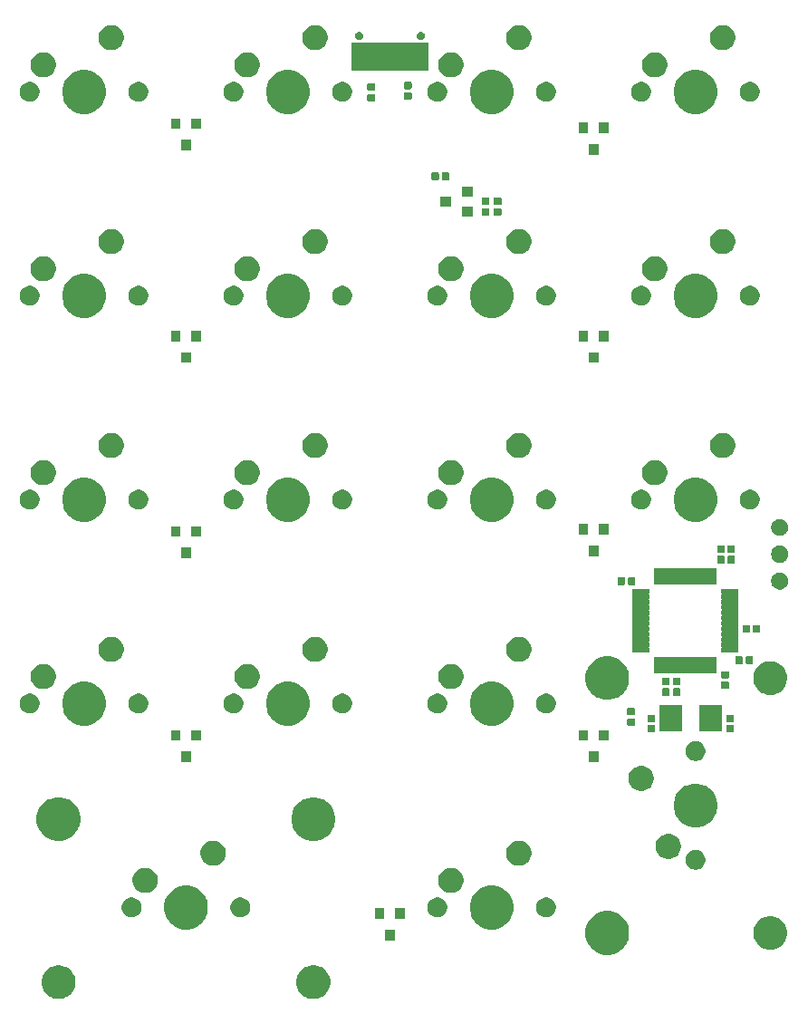
<source format=gbs>
G04 #@! TF.GenerationSoftware,KiCad,Pcbnew,(5.1.4)-1*
G04 #@! TF.CreationDate,2021-01-09T17:41:00+01:00*
G04 #@! TF.ProjectId,numpad,6e756d70-6164-42e6-9b69-6361645f7063,1.1*
G04 #@! TF.SameCoordinates,Original*
G04 #@! TF.FileFunction,Soldermask,Bot*
G04 #@! TF.FilePolarity,Negative*
%FSLAX46Y46*%
G04 Gerber Fmt 4.6, Leading zero omitted, Abs format (unit mm)*
G04 Created by KiCad (PCBNEW (5.1.4)-1) date 2021-01-09 17:41:00*
%MOMM*%
%LPD*%
G04 APERTURE LIST*
%ADD10C,0.100000*%
G04 APERTURE END LIST*
D10*
G36*
X75713517Y-129265263D02*
G01*
X75865661Y-129295526D01*
X75984387Y-129344704D01*
X76152291Y-129414252D01*
X76152292Y-129414253D01*
X76410254Y-129586617D01*
X76629633Y-129805996D01*
X76744803Y-129978361D01*
X76801998Y-130063959D01*
X76920724Y-130350590D01*
X76981250Y-130654875D01*
X76981250Y-130965125D01*
X76920724Y-131269410D01*
X76801998Y-131556041D01*
X76801997Y-131556042D01*
X76629633Y-131814004D01*
X76410254Y-132033383D01*
X76237889Y-132148553D01*
X76152291Y-132205748D01*
X75984387Y-132275296D01*
X75865661Y-132324474D01*
X75713517Y-132354737D01*
X75561375Y-132385000D01*
X75251125Y-132385000D01*
X75098983Y-132354737D01*
X74946839Y-132324474D01*
X74828113Y-132275296D01*
X74660209Y-132205748D01*
X74574611Y-132148553D01*
X74402246Y-132033383D01*
X74182867Y-131814004D01*
X74010503Y-131556042D01*
X74010502Y-131556041D01*
X73891776Y-131269410D01*
X73831250Y-130965125D01*
X73831250Y-130654875D01*
X73891776Y-130350590D01*
X74010502Y-130063959D01*
X74067697Y-129978361D01*
X74182867Y-129805996D01*
X74402246Y-129586617D01*
X74660208Y-129414253D01*
X74660209Y-129414252D01*
X74828113Y-129344704D01*
X74946839Y-129295526D01*
X75098983Y-129265263D01*
X75251125Y-129235000D01*
X75561375Y-129235000D01*
X75713517Y-129265263D01*
X75713517Y-129265263D01*
G37*
G36*
X51901017Y-129265263D02*
G01*
X52053161Y-129295526D01*
X52171887Y-129344704D01*
X52339791Y-129414252D01*
X52339792Y-129414253D01*
X52597754Y-129586617D01*
X52817133Y-129805996D01*
X52932303Y-129978361D01*
X52989498Y-130063959D01*
X53108224Y-130350590D01*
X53168750Y-130654875D01*
X53168750Y-130965125D01*
X53108224Y-131269410D01*
X52989498Y-131556041D01*
X52989497Y-131556042D01*
X52817133Y-131814004D01*
X52597754Y-132033383D01*
X52425389Y-132148553D01*
X52339791Y-132205748D01*
X52171887Y-132275296D01*
X52053161Y-132324474D01*
X51901017Y-132354737D01*
X51748875Y-132385000D01*
X51438625Y-132385000D01*
X51286483Y-132354737D01*
X51134339Y-132324474D01*
X51015613Y-132275296D01*
X50847709Y-132205748D01*
X50762111Y-132148553D01*
X50589746Y-132033383D01*
X50370367Y-131814004D01*
X50198003Y-131556042D01*
X50198002Y-131556041D01*
X50079276Y-131269410D01*
X50018750Y-130965125D01*
X50018750Y-130654875D01*
X50079276Y-130350590D01*
X50198002Y-130063959D01*
X50255197Y-129978361D01*
X50370367Y-129805996D01*
X50589746Y-129586617D01*
X50847708Y-129414253D01*
X50847709Y-129414252D01*
X51015613Y-129344704D01*
X51134339Y-129295526D01*
X51286483Y-129265263D01*
X51438625Y-129235000D01*
X51748875Y-129235000D01*
X51901017Y-129265263D01*
X51901017Y-129265263D01*
G37*
G36*
X103466474Y-124239934D02*
G01*
X103684474Y-124330233D01*
X103838623Y-124394083D01*
X104173548Y-124617873D01*
X104458377Y-124902702D01*
X104682167Y-125237627D01*
X104682167Y-125237628D01*
X104836316Y-125609776D01*
X104914900Y-126004844D01*
X104914900Y-126407656D01*
X104836316Y-126802724D01*
X104790431Y-126913500D01*
X104682167Y-127174873D01*
X104458377Y-127509798D01*
X104173548Y-127794627D01*
X103838623Y-128018417D01*
X103684474Y-128082267D01*
X103466474Y-128172566D01*
X103071406Y-128251150D01*
X102668594Y-128251150D01*
X102273526Y-128172566D01*
X102055526Y-128082267D01*
X101901377Y-128018417D01*
X101566452Y-127794627D01*
X101281623Y-127509798D01*
X101057833Y-127174873D01*
X100949569Y-126913500D01*
X100903684Y-126802724D01*
X100825100Y-126407656D01*
X100825100Y-126004844D01*
X100903684Y-125609776D01*
X101057833Y-125237628D01*
X101057833Y-125237627D01*
X101281623Y-124902702D01*
X101566452Y-124617873D01*
X101901377Y-124394083D01*
X102055526Y-124330233D01*
X102273526Y-124239934D01*
X102668594Y-124161350D01*
X103071406Y-124161350D01*
X103466474Y-124239934D01*
X103466474Y-124239934D01*
G37*
G36*
X118569411Y-124691776D02*
G01*
X118626480Y-124715415D01*
X118856041Y-124810502D01*
X118856042Y-124810503D01*
X119114004Y-124982867D01*
X119333383Y-125202246D01*
X119357024Y-125237628D01*
X119505748Y-125460209D01*
X119624474Y-125746840D01*
X119685000Y-126051125D01*
X119685000Y-126361375D01*
X119624474Y-126665660D01*
X119505748Y-126952291D01*
X119505747Y-126952292D01*
X119333383Y-127210254D01*
X119114004Y-127429633D01*
X118994028Y-127509798D01*
X118856041Y-127601998D01*
X118688137Y-127671546D01*
X118569411Y-127720724D01*
X118417267Y-127750987D01*
X118265125Y-127781250D01*
X117954875Y-127781250D01*
X117802733Y-127750987D01*
X117650589Y-127720724D01*
X117531863Y-127671546D01*
X117363959Y-127601998D01*
X117225972Y-127509798D01*
X117105996Y-127429633D01*
X116886617Y-127210254D01*
X116714253Y-126952292D01*
X116714252Y-126952291D01*
X116595526Y-126665660D01*
X116535000Y-126361375D01*
X116535000Y-126051125D01*
X116595526Y-125746840D01*
X116714252Y-125460209D01*
X116862976Y-125237628D01*
X116886617Y-125202246D01*
X117105996Y-124982867D01*
X117363958Y-124810503D01*
X117363959Y-124810502D01*
X117593520Y-124715415D01*
X117650589Y-124691776D01*
X117954875Y-124631250D01*
X118265125Y-124631250D01*
X118569411Y-124691776D01*
X118569411Y-124691776D01*
G37*
G36*
X83001000Y-126913500D02*
G01*
X82099000Y-126913500D01*
X82099000Y-125911500D01*
X83001000Y-125911500D01*
X83001000Y-126913500D01*
X83001000Y-126913500D01*
G37*
G36*
X64096474Y-121858684D02*
G01*
X64314474Y-121948983D01*
X64468623Y-122012833D01*
X64803548Y-122236623D01*
X65088377Y-122521452D01*
X65312167Y-122856377D01*
X65344562Y-122934586D01*
X65466316Y-123228526D01*
X65544900Y-123623594D01*
X65544900Y-124026406D01*
X65466316Y-124421474D01*
X65415451Y-124544272D01*
X65312167Y-124793623D01*
X65088377Y-125128548D01*
X64803548Y-125413377D01*
X64468623Y-125637167D01*
X64314474Y-125701017D01*
X64096474Y-125791316D01*
X63701406Y-125869900D01*
X63298594Y-125869900D01*
X62903526Y-125791316D01*
X62685526Y-125701017D01*
X62531377Y-125637167D01*
X62196452Y-125413377D01*
X61911623Y-125128548D01*
X61687833Y-124793623D01*
X61584549Y-124544272D01*
X61533684Y-124421474D01*
X61455100Y-124026406D01*
X61455100Y-123623594D01*
X61533684Y-123228526D01*
X61655438Y-122934586D01*
X61687833Y-122856377D01*
X61911623Y-122521452D01*
X62196452Y-122236623D01*
X62531377Y-122012833D01*
X62685526Y-121948983D01*
X62903526Y-121858684D01*
X63298594Y-121780100D01*
X63701406Y-121780100D01*
X64096474Y-121858684D01*
X64096474Y-121858684D01*
G37*
G36*
X92671474Y-121858684D02*
G01*
X92889474Y-121948983D01*
X93043623Y-122012833D01*
X93378548Y-122236623D01*
X93663377Y-122521452D01*
X93887167Y-122856377D01*
X93919562Y-122934586D01*
X94041316Y-123228526D01*
X94119900Y-123623594D01*
X94119900Y-124026406D01*
X94041316Y-124421474D01*
X93990451Y-124544272D01*
X93887167Y-124793623D01*
X93663377Y-125128548D01*
X93378548Y-125413377D01*
X93043623Y-125637167D01*
X92889474Y-125701017D01*
X92671474Y-125791316D01*
X92276406Y-125869900D01*
X91873594Y-125869900D01*
X91478526Y-125791316D01*
X91260526Y-125701017D01*
X91106377Y-125637167D01*
X90771452Y-125413377D01*
X90486623Y-125128548D01*
X90262833Y-124793623D01*
X90159549Y-124544272D01*
X90108684Y-124421474D01*
X90030100Y-124026406D01*
X90030100Y-123623594D01*
X90108684Y-123228526D01*
X90230438Y-122934586D01*
X90262833Y-122856377D01*
X90486623Y-122521452D01*
X90771452Y-122236623D01*
X91106377Y-122012833D01*
X91260526Y-121948983D01*
X91478526Y-121858684D01*
X91873594Y-121780100D01*
X92276406Y-121780100D01*
X92671474Y-121858684D01*
X92671474Y-121858684D01*
G37*
G36*
X83951000Y-124913500D02*
G01*
X83049000Y-124913500D01*
X83049000Y-123911500D01*
X83951000Y-123911500D01*
X83951000Y-124913500D01*
X83951000Y-124913500D01*
G37*
G36*
X82051000Y-124913500D02*
G01*
X81149000Y-124913500D01*
X81149000Y-123911500D01*
X82051000Y-123911500D01*
X82051000Y-124913500D01*
X82051000Y-124913500D01*
G37*
G36*
X68850104Y-122934585D02*
G01*
X69018626Y-123004389D01*
X69170291Y-123105728D01*
X69299272Y-123234709D01*
X69400611Y-123386374D01*
X69470415Y-123554896D01*
X69506000Y-123733797D01*
X69506000Y-123916203D01*
X69470415Y-124095104D01*
X69400611Y-124263626D01*
X69299272Y-124415291D01*
X69170291Y-124544272D01*
X69018626Y-124645611D01*
X68850104Y-124715415D01*
X68671203Y-124751000D01*
X68488797Y-124751000D01*
X68309896Y-124715415D01*
X68141374Y-124645611D01*
X67989709Y-124544272D01*
X67860728Y-124415291D01*
X67759389Y-124263626D01*
X67689585Y-124095104D01*
X67654000Y-123916203D01*
X67654000Y-123733797D01*
X67689585Y-123554896D01*
X67759389Y-123386374D01*
X67860728Y-123234709D01*
X67989709Y-123105728D01*
X68141374Y-123004389D01*
X68309896Y-122934585D01*
X68488797Y-122899000D01*
X68671203Y-122899000D01*
X68850104Y-122934585D01*
X68850104Y-122934585D01*
G37*
G36*
X58690104Y-122934585D02*
G01*
X58858626Y-123004389D01*
X59010291Y-123105728D01*
X59139272Y-123234709D01*
X59240611Y-123386374D01*
X59310415Y-123554896D01*
X59346000Y-123733797D01*
X59346000Y-123916203D01*
X59310415Y-124095104D01*
X59240611Y-124263626D01*
X59139272Y-124415291D01*
X59010291Y-124544272D01*
X58858626Y-124645611D01*
X58690104Y-124715415D01*
X58511203Y-124751000D01*
X58328797Y-124751000D01*
X58149896Y-124715415D01*
X57981374Y-124645611D01*
X57829709Y-124544272D01*
X57700728Y-124415291D01*
X57599389Y-124263626D01*
X57529585Y-124095104D01*
X57494000Y-123916203D01*
X57494000Y-123733797D01*
X57529585Y-123554896D01*
X57599389Y-123386374D01*
X57700728Y-123234709D01*
X57829709Y-123105728D01*
X57981374Y-123004389D01*
X58149896Y-122934585D01*
X58328797Y-122899000D01*
X58511203Y-122899000D01*
X58690104Y-122934585D01*
X58690104Y-122934585D01*
G37*
G36*
X87265104Y-122934585D02*
G01*
X87433626Y-123004389D01*
X87585291Y-123105728D01*
X87714272Y-123234709D01*
X87815611Y-123386374D01*
X87885415Y-123554896D01*
X87921000Y-123733797D01*
X87921000Y-123916203D01*
X87885415Y-124095104D01*
X87815611Y-124263626D01*
X87714272Y-124415291D01*
X87585291Y-124544272D01*
X87433626Y-124645611D01*
X87265104Y-124715415D01*
X87086203Y-124751000D01*
X86903797Y-124751000D01*
X86724896Y-124715415D01*
X86556374Y-124645611D01*
X86404709Y-124544272D01*
X86275728Y-124415291D01*
X86174389Y-124263626D01*
X86104585Y-124095104D01*
X86069000Y-123916203D01*
X86069000Y-123733797D01*
X86104585Y-123554896D01*
X86174389Y-123386374D01*
X86275728Y-123234709D01*
X86404709Y-123105728D01*
X86556374Y-123004389D01*
X86724896Y-122934585D01*
X86903797Y-122899000D01*
X87086203Y-122899000D01*
X87265104Y-122934585D01*
X87265104Y-122934585D01*
G37*
G36*
X97425104Y-122934585D02*
G01*
X97593626Y-123004389D01*
X97745291Y-123105728D01*
X97874272Y-123234709D01*
X97975611Y-123386374D01*
X98045415Y-123554896D01*
X98081000Y-123733797D01*
X98081000Y-123916203D01*
X98045415Y-124095104D01*
X97975611Y-124263626D01*
X97874272Y-124415291D01*
X97745291Y-124544272D01*
X97593626Y-124645611D01*
X97425104Y-124715415D01*
X97246203Y-124751000D01*
X97063797Y-124751000D01*
X96884896Y-124715415D01*
X96716374Y-124645611D01*
X96564709Y-124544272D01*
X96435728Y-124415291D01*
X96334389Y-124263626D01*
X96264585Y-124095104D01*
X96229000Y-123916203D01*
X96229000Y-123733797D01*
X96264585Y-123554896D01*
X96334389Y-123386374D01*
X96435728Y-123234709D01*
X96564709Y-123105728D01*
X96716374Y-123004389D01*
X96884896Y-122934585D01*
X97063797Y-122899000D01*
X97246203Y-122899000D01*
X97425104Y-122934585D01*
X97425104Y-122934585D01*
G37*
G36*
X88456560Y-120124064D02*
G01*
X88608027Y-120154193D01*
X88822045Y-120242842D01*
X88822046Y-120242843D01*
X89014654Y-120371539D01*
X89178461Y-120535346D01*
X89264258Y-120663751D01*
X89307158Y-120727955D01*
X89395807Y-120941973D01*
X89441000Y-121169174D01*
X89441000Y-121400826D01*
X89395807Y-121628027D01*
X89307158Y-121842045D01*
X89307157Y-121842046D01*
X89178461Y-122034654D01*
X89014654Y-122198461D01*
X88957540Y-122236623D01*
X88822045Y-122327158D01*
X88608027Y-122415807D01*
X88456560Y-122445936D01*
X88380827Y-122461000D01*
X88149173Y-122461000D01*
X88073440Y-122445936D01*
X87921973Y-122415807D01*
X87707955Y-122327158D01*
X87572460Y-122236623D01*
X87515346Y-122198461D01*
X87351539Y-122034654D01*
X87222843Y-121842046D01*
X87222842Y-121842045D01*
X87134193Y-121628027D01*
X87089000Y-121400826D01*
X87089000Y-121169174D01*
X87134193Y-120941973D01*
X87222842Y-120727955D01*
X87265742Y-120663751D01*
X87351539Y-120535346D01*
X87515346Y-120371539D01*
X87707954Y-120242843D01*
X87707955Y-120242842D01*
X87921973Y-120154193D01*
X88073440Y-120124064D01*
X88149173Y-120109000D01*
X88380827Y-120109000D01*
X88456560Y-120124064D01*
X88456560Y-120124064D01*
G37*
G36*
X59881560Y-120124064D02*
G01*
X60033027Y-120154193D01*
X60247045Y-120242842D01*
X60247046Y-120242843D01*
X60439654Y-120371539D01*
X60603461Y-120535346D01*
X60689258Y-120663751D01*
X60732158Y-120727955D01*
X60820807Y-120941973D01*
X60866000Y-121169174D01*
X60866000Y-121400826D01*
X60820807Y-121628027D01*
X60732158Y-121842045D01*
X60732157Y-121842046D01*
X60603461Y-122034654D01*
X60439654Y-122198461D01*
X60382540Y-122236623D01*
X60247045Y-122327158D01*
X60033027Y-122415807D01*
X59881560Y-122445936D01*
X59805827Y-122461000D01*
X59574173Y-122461000D01*
X59498440Y-122445936D01*
X59346973Y-122415807D01*
X59132955Y-122327158D01*
X58997460Y-122236623D01*
X58940346Y-122198461D01*
X58776539Y-122034654D01*
X58647843Y-121842046D01*
X58647842Y-121842045D01*
X58559193Y-121628027D01*
X58514000Y-121400826D01*
X58514000Y-121169174D01*
X58559193Y-120941973D01*
X58647842Y-120727955D01*
X58690742Y-120663751D01*
X58776539Y-120535346D01*
X58940346Y-120371539D01*
X59132954Y-120242843D01*
X59132955Y-120242842D01*
X59346973Y-120154193D01*
X59498440Y-120124064D01*
X59574173Y-120109000D01*
X59805827Y-120109000D01*
X59881560Y-120124064D01*
X59881560Y-120124064D01*
G37*
G36*
X111395104Y-118489585D02*
G01*
X111563626Y-118559389D01*
X111715291Y-118660728D01*
X111844272Y-118789709D01*
X111945611Y-118941374D01*
X112015415Y-119109896D01*
X112051000Y-119288797D01*
X112051000Y-119471203D01*
X112015415Y-119650104D01*
X111945611Y-119818626D01*
X111844272Y-119970291D01*
X111715291Y-120099272D01*
X111563626Y-120200611D01*
X111395104Y-120270415D01*
X111216203Y-120306000D01*
X111033797Y-120306000D01*
X110854896Y-120270415D01*
X110686374Y-120200611D01*
X110534709Y-120099272D01*
X110405728Y-119970291D01*
X110304389Y-119818626D01*
X110234585Y-119650104D01*
X110199000Y-119471203D01*
X110199000Y-119288797D01*
X110234585Y-119109896D01*
X110304389Y-118941374D01*
X110405728Y-118789709D01*
X110534709Y-118660728D01*
X110686374Y-118559389D01*
X110854896Y-118489585D01*
X111033797Y-118454000D01*
X111216203Y-118454000D01*
X111395104Y-118489585D01*
X111395104Y-118489585D01*
G37*
G36*
X66231560Y-117584064D02*
G01*
X66383027Y-117614193D01*
X66597045Y-117702842D01*
X66597046Y-117702843D01*
X66789654Y-117831539D01*
X66953461Y-117995346D01*
X67039258Y-118123751D01*
X67082158Y-118187955D01*
X67170807Y-118401973D01*
X67216000Y-118629174D01*
X67216000Y-118860826D01*
X67170807Y-119088027D01*
X67082158Y-119302045D01*
X67082157Y-119302046D01*
X66953461Y-119494654D01*
X66789654Y-119658461D01*
X66661249Y-119744258D01*
X66597045Y-119787158D01*
X66383027Y-119875807D01*
X66231560Y-119905936D01*
X66155827Y-119921000D01*
X65924173Y-119921000D01*
X65848440Y-119905936D01*
X65696973Y-119875807D01*
X65482955Y-119787158D01*
X65418751Y-119744258D01*
X65290346Y-119658461D01*
X65126539Y-119494654D01*
X64997843Y-119302046D01*
X64997842Y-119302045D01*
X64909193Y-119088027D01*
X64864000Y-118860826D01*
X64864000Y-118629174D01*
X64909193Y-118401973D01*
X64997842Y-118187955D01*
X65040742Y-118123751D01*
X65126539Y-117995346D01*
X65290346Y-117831539D01*
X65482954Y-117702843D01*
X65482955Y-117702842D01*
X65696973Y-117614193D01*
X65848440Y-117584064D01*
X65924173Y-117569000D01*
X66155827Y-117569000D01*
X66231560Y-117584064D01*
X66231560Y-117584064D01*
G37*
G36*
X94806560Y-117584064D02*
G01*
X94958027Y-117614193D01*
X95172045Y-117702842D01*
X95172046Y-117702843D01*
X95364654Y-117831539D01*
X95528461Y-117995346D01*
X95614258Y-118123751D01*
X95657158Y-118187955D01*
X95745807Y-118401973D01*
X95791000Y-118629174D01*
X95791000Y-118860826D01*
X95745807Y-119088027D01*
X95657158Y-119302045D01*
X95657157Y-119302046D01*
X95528461Y-119494654D01*
X95364654Y-119658461D01*
X95236249Y-119744258D01*
X95172045Y-119787158D01*
X94958027Y-119875807D01*
X94806560Y-119905936D01*
X94730827Y-119921000D01*
X94499173Y-119921000D01*
X94423440Y-119905936D01*
X94271973Y-119875807D01*
X94057955Y-119787158D01*
X93993751Y-119744258D01*
X93865346Y-119658461D01*
X93701539Y-119494654D01*
X93572843Y-119302046D01*
X93572842Y-119302045D01*
X93484193Y-119088027D01*
X93439000Y-118860826D01*
X93439000Y-118629174D01*
X93484193Y-118401973D01*
X93572842Y-118187955D01*
X93615742Y-118123751D01*
X93701539Y-117995346D01*
X93865346Y-117831539D01*
X94057954Y-117702843D01*
X94057955Y-117702842D01*
X94271973Y-117614193D01*
X94423440Y-117584064D01*
X94499173Y-117569000D01*
X94730827Y-117569000D01*
X94806560Y-117584064D01*
X94806560Y-117584064D01*
G37*
G36*
X108776560Y-116949064D02*
G01*
X108928027Y-116979193D01*
X109142045Y-117067842D01*
X109142046Y-117067843D01*
X109334654Y-117196539D01*
X109498461Y-117360346D01*
X109513041Y-117382167D01*
X109627158Y-117552955D01*
X109715807Y-117766973D01*
X109761000Y-117994174D01*
X109761000Y-118225826D01*
X109715807Y-118453027D01*
X109627158Y-118667045D01*
X109627157Y-118667046D01*
X109498461Y-118859654D01*
X109334654Y-119023461D01*
X109206249Y-119109258D01*
X109142045Y-119152158D01*
X108928027Y-119240807D01*
X108776560Y-119270936D01*
X108700827Y-119286000D01*
X108469173Y-119286000D01*
X108393440Y-119270936D01*
X108241973Y-119240807D01*
X108027955Y-119152158D01*
X107963751Y-119109258D01*
X107835346Y-119023461D01*
X107671539Y-118859654D01*
X107542843Y-118667046D01*
X107542842Y-118667045D01*
X107454193Y-118453027D01*
X107409000Y-118225826D01*
X107409000Y-117994174D01*
X107454193Y-117766973D01*
X107542842Y-117552955D01*
X107656959Y-117382167D01*
X107671539Y-117360346D01*
X107835346Y-117196539D01*
X108027954Y-117067843D01*
X108027955Y-117067842D01*
X108241973Y-116979193D01*
X108393440Y-116949064D01*
X108469173Y-116934000D01*
X108700827Y-116934000D01*
X108776560Y-116949064D01*
X108776560Y-116949064D01*
G37*
G36*
X76002724Y-113603684D02*
G01*
X76220724Y-113693983D01*
X76374873Y-113757833D01*
X76709798Y-113981623D01*
X76994627Y-114266452D01*
X77218417Y-114601377D01*
X77218417Y-114601378D01*
X77372566Y-114973526D01*
X77451150Y-115368594D01*
X77451150Y-115771406D01*
X77372566Y-116166474D01*
X77331210Y-116266315D01*
X77218417Y-116538623D01*
X76994627Y-116873548D01*
X76709798Y-117158377D01*
X76374873Y-117382167D01*
X76220724Y-117446017D01*
X76002724Y-117536316D01*
X75607656Y-117614900D01*
X75204844Y-117614900D01*
X74809776Y-117536316D01*
X74591776Y-117446017D01*
X74437627Y-117382167D01*
X74102702Y-117158377D01*
X73817873Y-116873548D01*
X73594083Y-116538623D01*
X73481290Y-116266315D01*
X73439934Y-116166474D01*
X73361350Y-115771406D01*
X73361350Y-115368594D01*
X73439934Y-114973526D01*
X73594083Y-114601378D01*
X73594083Y-114601377D01*
X73817873Y-114266452D01*
X74102702Y-113981623D01*
X74437627Y-113757833D01*
X74591776Y-113693983D01*
X74809776Y-113603684D01*
X75204844Y-113525100D01*
X75607656Y-113525100D01*
X76002724Y-113603684D01*
X76002724Y-113603684D01*
G37*
G36*
X52190224Y-113603684D02*
G01*
X52408224Y-113693983D01*
X52562373Y-113757833D01*
X52897298Y-113981623D01*
X53182127Y-114266452D01*
X53405917Y-114601377D01*
X53405917Y-114601378D01*
X53560066Y-114973526D01*
X53638650Y-115368594D01*
X53638650Y-115771406D01*
X53560066Y-116166474D01*
X53518710Y-116266315D01*
X53405917Y-116538623D01*
X53182127Y-116873548D01*
X52897298Y-117158377D01*
X52562373Y-117382167D01*
X52408224Y-117446017D01*
X52190224Y-117536316D01*
X51795156Y-117614900D01*
X51392344Y-117614900D01*
X50997276Y-117536316D01*
X50779276Y-117446017D01*
X50625127Y-117382167D01*
X50290202Y-117158377D01*
X50005373Y-116873548D01*
X49781583Y-116538623D01*
X49668790Y-116266315D01*
X49627434Y-116166474D01*
X49548850Y-115771406D01*
X49548850Y-115368594D01*
X49627434Y-114973526D01*
X49781583Y-114601378D01*
X49781583Y-114601377D01*
X50005373Y-114266452D01*
X50290202Y-113981623D01*
X50625127Y-113757833D01*
X50779276Y-113693983D01*
X50997276Y-113603684D01*
X51392344Y-113525100D01*
X51795156Y-113525100D01*
X52190224Y-113603684D01*
X52190224Y-113603684D01*
G37*
G36*
X111721474Y-112333684D02*
G01*
X111939474Y-112423983D01*
X112093623Y-112487833D01*
X112428548Y-112711623D01*
X112713377Y-112996452D01*
X112937167Y-113331377D01*
X112937167Y-113331378D01*
X113091316Y-113703526D01*
X113169900Y-114098594D01*
X113169900Y-114501406D01*
X113091316Y-114896474D01*
X113059400Y-114973525D01*
X112937167Y-115268623D01*
X112713377Y-115603548D01*
X112428548Y-115888377D01*
X112093623Y-116112167D01*
X111962514Y-116166474D01*
X111721474Y-116266316D01*
X111326406Y-116344900D01*
X110923594Y-116344900D01*
X110528526Y-116266316D01*
X110287486Y-116166474D01*
X110156377Y-116112167D01*
X109821452Y-115888377D01*
X109536623Y-115603548D01*
X109312833Y-115268623D01*
X109190600Y-114973525D01*
X109158684Y-114896474D01*
X109080100Y-114501406D01*
X109080100Y-114098594D01*
X109158684Y-113703526D01*
X109312833Y-113331378D01*
X109312833Y-113331377D01*
X109536623Y-112996452D01*
X109821452Y-112711623D01*
X110156377Y-112487833D01*
X110310526Y-112423983D01*
X110528526Y-112333684D01*
X110923594Y-112255100D01*
X111326406Y-112255100D01*
X111721474Y-112333684D01*
X111721474Y-112333684D01*
G37*
G36*
X106236560Y-110599064D02*
G01*
X106388027Y-110629193D01*
X106602045Y-110717842D01*
X106602046Y-110717843D01*
X106794654Y-110846539D01*
X106958461Y-111010346D01*
X107044258Y-111138751D01*
X107087158Y-111202955D01*
X107175807Y-111416973D01*
X107221000Y-111644174D01*
X107221000Y-111875826D01*
X107175807Y-112103027D01*
X107087158Y-112317045D01*
X107087157Y-112317046D01*
X106958461Y-112509654D01*
X106794654Y-112673461D01*
X106737540Y-112711623D01*
X106602045Y-112802158D01*
X106388027Y-112890807D01*
X106236560Y-112920936D01*
X106160827Y-112936000D01*
X105929173Y-112936000D01*
X105853440Y-112920936D01*
X105701973Y-112890807D01*
X105487955Y-112802158D01*
X105352460Y-112711623D01*
X105295346Y-112673461D01*
X105131539Y-112509654D01*
X105002843Y-112317046D01*
X105002842Y-112317045D01*
X104914193Y-112103027D01*
X104869000Y-111875826D01*
X104869000Y-111644174D01*
X104914193Y-111416973D01*
X105002842Y-111202955D01*
X105045742Y-111138751D01*
X105131539Y-111010346D01*
X105295346Y-110846539D01*
X105487954Y-110717843D01*
X105487955Y-110717842D01*
X105701973Y-110629193D01*
X105853440Y-110599064D01*
X105929173Y-110584000D01*
X106160827Y-110584000D01*
X106236560Y-110599064D01*
X106236560Y-110599064D01*
G37*
G36*
X102051000Y-110244750D02*
G01*
X101149000Y-110244750D01*
X101149000Y-109242750D01*
X102051000Y-109242750D01*
X102051000Y-110244750D01*
X102051000Y-110244750D01*
G37*
G36*
X63951000Y-110244750D02*
G01*
X63049000Y-110244750D01*
X63049000Y-109242750D01*
X63951000Y-109242750D01*
X63951000Y-110244750D01*
X63951000Y-110244750D01*
G37*
G36*
X111395104Y-108329585D02*
G01*
X111563626Y-108399389D01*
X111715291Y-108500728D01*
X111844272Y-108629709D01*
X111945611Y-108781374D01*
X112015415Y-108949896D01*
X112051000Y-109128797D01*
X112051000Y-109311203D01*
X112015415Y-109490104D01*
X111945611Y-109658626D01*
X111844272Y-109810291D01*
X111715291Y-109939272D01*
X111563626Y-110040611D01*
X111395104Y-110110415D01*
X111216203Y-110146000D01*
X111033797Y-110146000D01*
X110854896Y-110110415D01*
X110686374Y-110040611D01*
X110534709Y-109939272D01*
X110405728Y-109810291D01*
X110304389Y-109658626D01*
X110234585Y-109490104D01*
X110199000Y-109311203D01*
X110199000Y-109128797D01*
X110234585Y-108949896D01*
X110304389Y-108781374D01*
X110405728Y-108629709D01*
X110534709Y-108500728D01*
X110686374Y-108399389D01*
X110854896Y-108329585D01*
X111033797Y-108294000D01*
X111216203Y-108294000D01*
X111395104Y-108329585D01*
X111395104Y-108329585D01*
G37*
G36*
X63001000Y-108244750D02*
G01*
X62099000Y-108244750D01*
X62099000Y-107242750D01*
X63001000Y-107242750D01*
X63001000Y-108244750D01*
X63001000Y-108244750D01*
G37*
G36*
X103001000Y-108244750D02*
G01*
X102099000Y-108244750D01*
X102099000Y-107242750D01*
X103001000Y-107242750D01*
X103001000Y-108244750D01*
X103001000Y-108244750D01*
G37*
G36*
X101101000Y-108244750D02*
G01*
X100199000Y-108244750D01*
X100199000Y-107242750D01*
X101101000Y-107242750D01*
X101101000Y-108244750D01*
X101101000Y-108244750D01*
G37*
G36*
X64901000Y-108244750D02*
G01*
X63999000Y-108244750D01*
X63999000Y-107242750D01*
X64901000Y-107242750D01*
X64901000Y-108244750D01*
X64901000Y-108244750D01*
G37*
G36*
X107271938Y-106781716D02*
G01*
X107292557Y-106787971D01*
X107311553Y-106798124D01*
X107328208Y-106811792D01*
X107341876Y-106828447D01*
X107352029Y-106847443D01*
X107358284Y-106868062D01*
X107361000Y-106895640D01*
X107361000Y-107354360D01*
X107358284Y-107381938D01*
X107352029Y-107402557D01*
X107341876Y-107421553D01*
X107328208Y-107438208D01*
X107311553Y-107451876D01*
X107292557Y-107462029D01*
X107271938Y-107468284D01*
X107244360Y-107471000D01*
X106735640Y-107471000D01*
X106708062Y-107468284D01*
X106687443Y-107462029D01*
X106668447Y-107451876D01*
X106651792Y-107438208D01*
X106638124Y-107421553D01*
X106627971Y-107402557D01*
X106621716Y-107381938D01*
X106619000Y-107354360D01*
X106619000Y-106895640D01*
X106621716Y-106868062D01*
X106627971Y-106847443D01*
X106638124Y-106828447D01*
X106651792Y-106811792D01*
X106668447Y-106798124D01*
X106687443Y-106787971D01*
X106708062Y-106781716D01*
X106735640Y-106779000D01*
X107244360Y-106779000D01*
X107271938Y-106781716D01*
X107271938Y-106781716D01*
G37*
G36*
X114641938Y-106781716D02*
G01*
X114662557Y-106787971D01*
X114681553Y-106798124D01*
X114698208Y-106811792D01*
X114711876Y-106828447D01*
X114722029Y-106847443D01*
X114728284Y-106868062D01*
X114731000Y-106895640D01*
X114731000Y-107354360D01*
X114728284Y-107381938D01*
X114722029Y-107402557D01*
X114711876Y-107421553D01*
X114698208Y-107438208D01*
X114681553Y-107451876D01*
X114662557Y-107462029D01*
X114641938Y-107468284D01*
X114614360Y-107471000D01*
X114105640Y-107471000D01*
X114078062Y-107468284D01*
X114057443Y-107462029D01*
X114038447Y-107451876D01*
X114021792Y-107438208D01*
X114008124Y-107421553D01*
X113997971Y-107402557D01*
X113991716Y-107381938D01*
X113989000Y-107354360D01*
X113989000Y-106895640D01*
X113991716Y-106868062D01*
X113997971Y-106847443D01*
X114008124Y-106828447D01*
X114021792Y-106811792D01*
X114038447Y-106798124D01*
X114057443Y-106787971D01*
X114078062Y-106781716D01*
X114105640Y-106779000D01*
X114614360Y-106779000D01*
X114641938Y-106781716D01*
X114641938Y-106781716D01*
G37*
G36*
X109871000Y-107391000D02*
G01*
X107769000Y-107391000D01*
X107769000Y-104889000D01*
X109871000Y-104889000D01*
X109871000Y-107391000D01*
X109871000Y-107391000D01*
G37*
G36*
X113571000Y-107391000D02*
G01*
X111469000Y-107391000D01*
X111469000Y-104889000D01*
X113571000Y-104889000D01*
X113571000Y-107391000D01*
X113571000Y-107391000D01*
G37*
G36*
X105391938Y-106161716D02*
G01*
X105412557Y-106167971D01*
X105431553Y-106178124D01*
X105448208Y-106191792D01*
X105461876Y-106208447D01*
X105472029Y-106227443D01*
X105478284Y-106248062D01*
X105481000Y-106275640D01*
X105481000Y-106734360D01*
X105478284Y-106761938D01*
X105472029Y-106782557D01*
X105461876Y-106801553D01*
X105448208Y-106818208D01*
X105431553Y-106831876D01*
X105412557Y-106842029D01*
X105391938Y-106848284D01*
X105364360Y-106851000D01*
X104855640Y-106851000D01*
X104828062Y-106848284D01*
X104807443Y-106842029D01*
X104788447Y-106831876D01*
X104771792Y-106818208D01*
X104758124Y-106801553D01*
X104747971Y-106782557D01*
X104741716Y-106761938D01*
X104739000Y-106734360D01*
X104739000Y-106275640D01*
X104741716Y-106248062D01*
X104747971Y-106227443D01*
X104758124Y-106208447D01*
X104771792Y-106191792D01*
X104788447Y-106178124D01*
X104807443Y-106167971D01*
X104828062Y-106161716D01*
X104855640Y-106159000D01*
X105364360Y-106159000D01*
X105391938Y-106161716D01*
X105391938Y-106161716D01*
G37*
G36*
X54571474Y-102808684D02*
G01*
X54748474Y-102882000D01*
X54943623Y-102962833D01*
X55278548Y-103186623D01*
X55563377Y-103471452D01*
X55787167Y-103806377D01*
X55819562Y-103884586D01*
X55941316Y-104178526D01*
X56019900Y-104573594D01*
X56019900Y-104976406D01*
X55941316Y-105371474D01*
X55890451Y-105494272D01*
X55787167Y-105743623D01*
X55563377Y-106078548D01*
X55278548Y-106363377D01*
X54943623Y-106587167D01*
X54789474Y-106651017D01*
X54571474Y-106741316D01*
X54176406Y-106819900D01*
X53773594Y-106819900D01*
X53378526Y-106741316D01*
X53160526Y-106651017D01*
X53006377Y-106587167D01*
X52671452Y-106363377D01*
X52386623Y-106078548D01*
X52162833Y-105743623D01*
X52059549Y-105494272D01*
X52008684Y-105371474D01*
X51930100Y-104976406D01*
X51930100Y-104573594D01*
X52008684Y-104178526D01*
X52130438Y-103884586D01*
X52162833Y-103806377D01*
X52386623Y-103471452D01*
X52671452Y-103186623D01*
X53006377Y-102962833D01*
X53201526Y-102882000D01*
X53378526Y-102808684D01*
X53773594Y-102730100D01*
X54176406Y-102730100D01*
X54571474Y-102808684D01*
X54571474Y-102808684D01*
G37*
G36*
X73621474Y-102808684D02*
G01*
X73798474Y-102882000D01*
X73993623Y-102962833D01*
X74328548Y-103186623D01*
X74613377Y-103471452D01*
X74837167Y-103806377D01*
X74869562Y-103884586D01*
X74991316Y-104178526D01*
X75069900Y-104573594D01*
X75069900Y-104976406D01*
X74991316Y-105371474D01*
X74940451Y-105494272D01*
X74837167Y-105743623D01*
X74613377Y-106078548D01*
X74328548Y-106363377D01*
X73993623Y-106587167D01*
X73839474Y-106651017D01*
X73621474Y-106741316D01*
X73226406Y-106819900D01*
X72823594Y-106819900D01*
X72428526Y-106741316D01*
X72210526Y-106651017D01*
X72056377Y-106587167D01*
X71721452Y-106363377D01*
X71436623Y-106078548D01*
X71212833Y-105743623D01*
X71109549Y-105494272D01*
X71058684Y-105371474D01*
X70980100Y-104976406D01*
X70980100Y-104573594D01*
X71058684Y-104178526D01*
X71180438Y-103884586D01*
X71212833Y-103806377D01*
X71436623Y-103471452D01*
X71721452Y-103186623D01*
X72056377Y-102962833D01*
X72251526Y-102882000D01*
X72428526Y-102808684D01*
X72823594Y-102730100D01*
X73226406Y-102730100D01*
X73621474Y-102808684D01*
X73621474Y-102808684D01*
G37*
G36*
X92671474Y-102808684D02*
G01*
X92848474Y-102882000D01*
X93043623Y-102962833D01*
X93378548Y-103186623D01*
X93663377Y-103471452D01*
X93887167Y-103806377D01*
X93919562Y-103884586D01*
X94041316Y-104178526D01*
X94119900Y-104573594D01*
X94119900Y-104976406D01*
X94041316Y-105371474D01*
X93990451Y-105494272D01*
X93887167Y-105743623D01*
X93663377Y-106078548D01*
X93378548Y-106363377D01*
X93043623Y-106587167D01*
X92889474Y-106651017D01*
X92671474Y-106741316D01*
X92276406Y-106819900D01*
X91873594Y-106819900D01*
X91478526Y-106741316D01*
X91260526Y-106651017D01*
X91106377Y-106587167D01*
X90771452Y-106363377D01*
X90486623Y-106078548D01*
X90262833Y-105743623D01*
X90159549Y-105494272D01*
X90108684Y-105371474D01*
X90030100Y-104976406D01*
X90030100Y-104573594D01*
X90108684Y-104178526D01*
X90230438Y-103884586D01*
X90262833Y-103806377D01*
X90486623Y-103471452D01*
X90771452Y-103186623D01*
X91106377Y-102962833D01*
X91301526Y-102882000D01*
X91478526Y-102808684D01*
X91873594Y-102730100D01*
X92276406Y-102730100D01*
X92671474Y-102808684D01*
X92671474Y-102808684D01*
G37*
G36*
X107271938Y-105811716D02*
G01*
X107292557Y-105817971D01*
X107311553Y-105828124D01*
X107328208Y-105841792D01*
X107341876Y-105858447D01*
X107352029Y-105877443D01*
X107358284Y-105898062D01*
X107361000Y-105925640D01*
X107361000Y-106384360D01*
X107358284Y-106411938D01*
X107352029Y-106432557D01*
X107341876Y-106451553D01*
X107328208Y-106468208D01*
X107311553Y-106481876D01*
X107292557Y-106492029D01*
X107271938Y-106498284D01*
X107244360Y-106501000D01*
X106735640Y-106501000D01*
X106708062Y-106498284D01*
X106687443Y-106492029D01*
X106668447Y-106481876D01*
X106651792Y-106468208D01*
X106638124Y-106451553D01*
X106627971Y-106432557D01*
X106621716Y-106411938D01*
X106619000Y-106384360D01*
X106619000Y-105925640D01*
X106621716Y-105898062D01*
X106627971Y-105877443D01*
X106638124Y-105858447D01*
X106651792Y-105841792D01*
X106668447Y-105828124D01*
X106687443Y-105817971D01*
X106708062Y-105811716D01*
X106735640Y-105809000D01*
X107244360Y-105809000D01*
X107271938Y-105811716D01*
X107271938Y-105811716D01*
G37*
G36*
X114641938Y-105811716D02*
G01*
X114662557Y-105817971D01*
X114681553Y-105828124D01*
X114698208Y-105841792D01*
X114711876Y-105858447D01*
X114722029Y-105877443D01*
X114728284Y-105898062D01*
X114731000Y-105925640D01*
X114731000Y-106384360D01*
X114728284Y-106411938D01*
X114722029Y-106432557D01*
X114711876Y-106451553D01*
X114698208Y-106468208D01*
X114681553Y-106481876D01*
X114662557Y-106492029D01*
X114641938Y-106498284D01*
X114614360Y-106501000D01*
X114105640Y-106501000D01*
X114078062Y-106498284D01*
X114057443Y-106492029D01*
X114038447Y-106481876D01*
X114021792Y-106468208D01*
X114008124Y-106451553D01*
X113997971Y-106432557D01*
X113991716Y-106411938D01*
X113989000Y-106384360D01*
X113989000Y-105925640D01*
X113991716Y-105898062D01*
X113997971Y-105877443D01*
X114008124Y-105858447D01*
X114021792Y-105841792D01*
X114038447Y-105828124D01*
X114057443Y-105817971D01*
X114078062Y-105811716D01*
X114105640Y-105809000D01*
X114614360Y-105809000D01*
X114641938Y-105811716D01*
X114641938Y-105811716D01*
G37*
G36*
X105391938Y-105191716D02*
G01*
X105412557Y-105197971D01*
X105431553Y-105208124D01*
X105448208Y-105221792D01*
X105461876Y-105238447D01*
X105472029Y-105257443D01*
X105478284Y-105278062D01*
X105481000Y-105305640D01*
X105481000Y-105764360D01*
X105478284Y-105791938D01*
X105472029Y-105812557D01*
X105461876Y-105831553D01*
X105448208Y-105848208D01*
X105431553Y-105861876D01*
X105412557Y-105872029D01*
X105391938Y-105878284D01*
X105364360Y-105881000D01*
X104855640Y-105881000D01*
X104828062Y-105878284D01*
X104807443Y-105872029D01*
X104788447Y-105861876D01*
X104771792Y-105848208D01*
X104758124Y-105831553D01*
X104747971Y-105812557D01*
X104741716Y-105791938D01*
X104739000Y-105764360D01*
X104739000Y-105305640D01*
X104741716Y-105278062D01*
X104747971Y-105257443D01*
X104758124Y-105238447D01*
X104771792Y-105221792D01*
X104788447Y-105208124D01*
X104807443Y-105197971D01*
X104828062Y-105191716D01*
X104855640Y-105189000D01*
X105364360Y-105189000D01*
X105391938Y-105191716D01*
X105391938Y-105191716D01*
G37*
G36*
X78375104Y-103884585D02*
G01*
X78543626Y-103954389D01*
X78695291Y-104055728D01*
X78824272Y-104184709D01*
X78925611Y-104336374D01*
X78995415Y-104504896D01*
X79031000Y-104683797D01*
X79031000Y-104866203D01*
X78995415Y-105045104D01*
X78925611Y-105213626D01*
X78824272Y-105365291D01*
X78695291Y-105494272D01*
X78543626Y-105595611D01*
X78375104Y-105665415D01*
X78196203Y-105701000D01*
X78013797Y-105701000D01*
X77834896Y-105665415D01*
X77666374Y-105595611D01*
X77514709Y-105494272D01*
X77385728Y-105365291D01*
X77284389Y-105213626D01*
X77214585Y-105045104D01*
X77179000Y-104866203D01*
X77179000Y-104683797D01*
X77214585Y-104504896D01*
X77284389Y-104336374D01*
X77385728Y-104184709D01*
X77514709Y-104055728D01*
X77666374Y-103954389D01*
X77834896Y-103884585D01*
X78013797Y-103849000D01*
X78196203Y-103849000D01*
X78375104Y-103884585D01*
X78375104Y-103884585D01*
G37*
G36*
X49165104Y-103884585D02*
G01*
X49333626Y-103954389D01*
X49485291Y-104055728D01*
X49614272Y-104184709D01*
X49715611Y-104336374D01*
X49785415Y-104504896D01*
X49821000Y-104683797D01*
X49821000Y-104866203D01*
X49785415Y-105045104D01*
X49715611Y-105213626D01*
X49614272Y-105365291D01*
X49485291Y-105494272D01*
X49333626Y-105595611D01*
X49165104Y-105665415D01*
X48986203Y-105701000D01*
X48803797Y-105701000D01*
X48624896Y-105665415D01*
X48456374Y-105595611D01*
X48304709Y-105494272D01*
X48175728Y-105365291D01*
X48074389Y-105213626D01*
X48004585Y-105045104D01*
X47969000Y-104866203D01*
X47969000Y-104683797D01*
X48004585Y-104504896D01*
X48074389Y-104336374D01*
X48175728Y-104184709D01*
X48304709Y-104055728D01*
X48456374Y-103954389D01*
X48624896Y-103884585D01*
X48803797Y-103849000D01*
X48986203Y-103849000D01*
X49165104Y-103884585D01*
X49165104Y-103884585D01*
G37*
G36*
X59325104Y-103884585D02*
G01*
X59493626Y-103954389D01*
X59645291Y-104055728D01*
X59774272Y-104184709D01*
X59875611Y-104336374D01*
X59945415Y-104504896D01*
X59981000Y-104683797D01*
X59981000Y-104866203D01*
X59945415Y-105045104D01*
X59875611Y-105213626D01*
X59774272Y-105365291D01*
X59645291Y-105494272D01*
X59493626Y-105595611D01*
X59325104Y-105665415D01*
X59146203Y-105701000D01*
X58963797Y-105701000D01*
X58784896Y-105665415D01*
X58616374Y-105595611D01*
X58464709Y-105494272D01*
X58335728Y-105365291D01*
X58234389Y-105213626D01*
X58164585Y-105045104D01*
X58129000Y-104866203D01*
X58129000Y-104683797D01*
X58164585Y-104504896D01*
X58234389Y-104336374D01*
X58335728Y-104184709D01*
X58464709Y-104055728D01*
X58616374Y-103954389D01*
X58784896Y-103884585D01*
X58963797Y-103849000D01*
X59146203Y-103849000D01*
X59325104Y-103884585D01*
X59325104Y-103884585D01*
G37*
G36*
X97425104Y-103884585D02*
G01*
X97593626Y-103954389D01*
X97745291Y-104055728D01*
X97874272Y-104184709D01*
X97975611Y-104336374D01*
X98045415Y-104504896D01*
X98081000Y-104683797D01*
X98081000Y-104866203D01*
X98045415Y-105045104D01*
X97975611Y-105213626D01*
X97874272Y-105365291D01*
X97745291Y-105494272D01*
X97593626Y-105595611D01*
X97425104Y-105665415D01*
X97246203Y-105701000D01*
X97063797Y-105701000D01*
X96884896Y-105665415D01*
X96716374Y-105595611D01*
X96564709Y-105494272D01*
X96435728Y-105365291D01*
X96334389Y-105213626D01*
X96264585Y-105045104D01*
X96229000Y-104866203D01*
X96229000Y-104683797D01*
X96264585Y-104504896D01*
X96334389Y-104336374D01*
X96435728Y-104184709D01*
X96564709Y-104055728D01*
X96716374Y-103954389D01*
X96884896Y-103884585D01*
X97063797Y-103849000D01*
X97246203Y-103849000D01*
X97425104Y-103884585D01*
X97425104Y-103884585D01*
G37*
G36*
X68215104Y-103884585D02*
G01*
X68383626Y-103954389D01*
X68535291Y-104055728D01*
X68664272Y-104184709D01*
X68765611Y-104336374D01*
X68835415Y-104504896D01*
X68871000Y-104683797D01*
X68871000Y-104866203D01*
X68835415Y-105045104D01*
X68765611Y-105213626D01*
X68664272Y-105365291D01*
X68535291Y-105494272D01*
X68383626Y-105595611D01*
X68215104Y-105665415D01*
X68036203Y-105701000D01*
X67853797Y-105701000D01*
X67674896Y-105665415D01*
X67506374Y-105595611D01*
X67354709Y-105494272D01*
X67225728Y-105365291D01*
X67124389Y-105213626D01*
X67054585Y-105045104D01*
X67019000Y-104866203D01*
X67019000Y-104683797D01*
X67054585Y-104504896D01*
X67124389Y-104336374D01*
X67225728Y-104184709D01*
X67354709Y-104055728D01*
X67506374Y-103954389D01*
X67674896Y-103884585D01*
X67853797Y-103849000D01*
X68036203Y-103849000D01*
X68215104Y-103884585D01*
X68215104Y-103884585D01*
G37*
G36*
X87265104Y-103884585D02*
G01*
X87433626Y-103954389D01*
X87585291Y-104055728D01*
X87714272Y-104184709D01*
X87815611Y-104336374D01*
X87885415Y-104504896D01*
X87921000Y-104683797D01*
X87921000Y-104866203D01*
X87885415Y-105045104D01*
X87815611Y-105213626D01*
X87714272Y-105365291D01*
X87585291Y-105494272D01*
X87433626Y-105595611D01*
X87265104Y-105665415D01*
X87086203Y-105701000D01*
X86903797Y-105701000D01*
X86724896Y-105665415D01*
X86556374Y-105595611D01*
X86404709Y-105494272D01*
X86275728Y-105365291D01*
X86174389Y-105213626D01*
X86104585Y-105045104D01*
X86069000Y-104866203D01*
X86069000Y-104683797D01*
X86104585Y-104504896D01*
X86174389Y-104336374D01*
X86275728Y-104184709D01*
X86404709Y-104055728D01*
X86556374Y-103954389D01*
X86724896Y-103884585D01*
X86903797Y-103849000D01*
X87086203Y-103849000D01*
X87265104Y-103884585D01*
X87265104Y-103884585D01*
G37*
G36*
X103466474Y-100427434D02*
G01*
X103668432Y-100511088D01*
X103838623Y-100581583D01*
X104173548Y-100805373D01*
X104458377Y-101090202D01*
X104682167Y-101425127D01*
X104707110Y-101485346D01*
X104836316Y-101797276D01*
X104914900Y-102192344D01*
X104914900Y-102595156D01*
X104836316Y-102990224D01*
X104804170Y-103067831D01*
X104682167Y-103362373D01*
X104458377Y-103697298D01*
X104173548Y-103982127D01*
X103838623Y-104205917D01*
X103684474Y-104269767D01*
X103466474Y-104360066D01*
X103071406Y-104438650D01*
X102668594Y-104438650D01*
X102273526Y-104360066D01*
X102055526Y-104269767D01*
X101901377Y-104205917D01*
X101566452Y-103982127D01*
X101281623Y-103697298D01*
X101057833Y-103362373D01*
X100935830Y-103067831D01*
X100903684Y-102990224D01*
X100825100Y-102595156D01*
X100825100Y-102192344D01*
X100903684Y-101797276D01*
X101032890Y-101485346D01*
X101057833Y-101425127D01*
X101281623Y-101090202D01*
X101566452Y-100805373D01*
X101901377Y-100581583D01*
X102071568Y-100511088D01*
X102273526Y-100427434D01*
X102668594Y-100348850D01*
X103071406Y-100348850D01*
X103466474Y-100427434D01*
X103466474Y-100427434D01*
G37*
G36*
X108621938Y-103341716D02*
G01*
X108642557Y-103347971D01*
X108661553Y-103358124D01*
X108678208Y-103371792D01*
X108691876Y-103388447D01*
X108702029Y-103407443D01*
X108708284Y-103428062D01*
X108711000Y-103455640D01*
X108711000Y-103964360D01*
X108708284Y-103991938D01*
X108702029Y-104012557D01*
X108691876Y-104031553D01*
X108678208Y-104048208D01*
X108661553Y-104061876D01*
X108642557Y-104072029D01*
X108621938Y-104078284D01*
X108594360Y-104081000D01*
X108135640Y-104081000D01*
X108108062Y-104078284D01*
X108087443Y-104072029D01*
X108068447Y-104061876D01*
X108051792Y-104048208D01*
X108038124Y-104031553D01*
X108027971Y-104012557D01*
X108021716Y-103991938D01*
X108019000Y-103964360D01*
X108019000Y-103455640D01*
X108021716Y-103428062D01*
X108027971Y-103407443D01*
X108038124Y-103388447D01*
X108051792Y-103371792D01*
X108068447Y-103358124D01*
X108087443Y-103347971D01*
X108108062Y-103341716D01*
X108135640Y-103339000D01*
X108594360Y-103339000D01*
X108621938Y-103341716D01*
X108621938Y-103341716D01*
G37*
G36*
X109591938Y-103341716D02*
G01*
X109612557Y-103347971D01*
X109631553Y-103358124D01*
X109648208Y-103371792D01*
X109661876Y-103388447D01*
X109672029Y-103407443D01*
X109678284Y-103428062D01*
X109681000Y-103455640D01*
X109681000Y-103964360D01*
X109678284Y-103991938D01*
X109672029Y-104012557D01*
X109661876Y-104031553D01*
X109648208Y-104048208D01*
X109631553Y-104061876D01*
X109612557Y-104072029D01*
X109591938Y-104078284D01*
X109564360Y-104081000D01*
X109105640Y-104081000D01*
X109078062Y-104078284D01*
X109057443Y-104072029D01*
X109038447Y-104061876D01*
X109021792Y-104048208D01*
X109008124Y-104031553D01*
X108997971Y-104012557D01*
X108991716Y-103991938D01*
X108989000Y-103964360D01*
X108989000Y-103455640D01*
X108991716Y-103428062D01*
X108997971Y-103407443D01*
X109008124Y-103388447D01*
X109021792Y-103371792D01*
X109038447Y-103358124D01*
X109057443Y-103347971D01*
X109078062Y-103341716D01*
X109105640Y-103339000D01*
X109564360Y-103339000D01*
X109591938Y-103341716D01*
X109591938Y-103341716D01*
G37*
G36*
X118569411Y-100879276D02*
G01*
X118688137Y-100928454D01*
X118856041Y-100998002D01*
X118941639Y-101055197D01*
X119114004Y-101170367D01*
X119333383Y-101389746D01*
X119448553Y-101562111D01*
X119505748Y-101647709D01*
X119557145Y-101771792D01*
X119624474Y-101934339D01*
X119633544Y-101979938D01*
X119661240Y-102119173D01*
X119685000Y-102238626D01*
X119685000Y-102548874D01*
X119646627Y-102741792D01*
X119624474Y-102853160D01*
X119505748Y-103139791D01*
X119505747Y-103139792D01*
X119333383Y-103397754D01*
X119114004Y-103617133D01*
X118994028Y-103697298D01*
X118856041Y-103789498D01*
X118712390Y-103849000D01*
X118569411Y-103908224D01*
X118417267Y-103938487D01*
X118265125Y-103968750D01*
X117954875Y-103968750D01*
X117802733Y-103938487D01*
X117650589Y-103908224D01*
X117507610Y-103849000D01*
X117363959Y-103789498D01*
X117225972Y-103697298D01*
X117105996Y-103617133D01*
X116886617Y-103397754D01*
X116714253Y-103139792D01*
X116714252Y-103139791D01*
X116595526Y-102853160D01*
X116573374Y-102741792D01*
X116535000Y-102548874D01*
X116535000Y-102238626D01*
X116558761Y-102119173D01*
X116586456Y-101979938D01*
X116595526Y-101934339D01*
X116662855Y-101771792D01*
X116714252Y-101647709D01*
X116771447Y-101562111D01*
X116886617Y-101389746D01*
X117105996Y-101170367D01*
X117278361Y-101055197D01*
X117363959Y-100998002D01*
X117531863Y-100928454D01*
X117650589Y-100879276D01*
X117802733Y-100849013D01*
X117954875Y-100818750D01*
X118265125Y-100818750D01*
X118569411Y-100879276D01*
X118569411Y-100879276D01*
G37*
G36*
X50345558Y-101071876D02*
G01*
X50508027Y-101104193D01*
X50722045Y-101192842D01*
X50722046Y-101192843D01*
X50914654Y-101321539D01*
X51078461Y-101485346D01*
X51164258Y-101613751D01*
X51207158Y-101677955D01*
X51295807Y-101891973D01*
X51314442Y-101985657D01*
X51341000Y-102119173D01*
X51341000Y-102350827D01*
X51334888Y-102381553D01*
X51295807Y-102578027D01*
X51207158Y-102792045D01*
X51196040Y-102808684D01*
X51078461Y-102984654D01*
X50914654Y-103148461D01*
X50857540Y-103186623D01*
X50722045Y-103277158D01*
X50508027Y-103365807D01*
X50388054Y-103389671D01*
X50280827Y-103411000D01*
X50049173Y-103411000D01*
X49941946Y-103389671D01*
X49821973Y-103365807D01*
X49607955Y-103277158D01*
X49472460Y-103186623D01*
X49415346Y-103148461D01*
X49251539Y-102984654D01*
X49133960Y-102808684D01*
X49122842Y-102792045D01*
X49034193Y-102578027D01*
X48995112Y-102381553D01*
X48989000Y-102350827D01*
X48989000Y-102119173D01*
X49015558Y-101985657D01*
X49034193Y-101891973D01*
X49122842Y-101677955D01*
X49165742Y-101613751D01*
X49251539Y-101485346D01*
X49415346Y-101321539D01*
X49607954Y-101192843D01*
X49607955Y-101192842D01*
X49821973Y-101104193D01*
X49984442Y-101071876D01*
X50049173Y-101059000D01*
X50280827Y-101059000D01*
X50345558Y-101071876D01*
X50345558Y-101071876D01*
G37*
G36*
X69395558Y-101071876D02*
G01*
X69558027Y-101104193D01*
X69772045Y-101192842D01*
X69772046Y-101192843D01*
X69964654Y-101321539D01*
X70128461Y-101485346D01*
X70214258Y-101613751D01*
X70257158Y-101677955D01*
X70345807Y-101891973D01*
X70364442Y-101985657D01*
X70391000Y-102119173D01*
X70391000Y-102350827D01*
X70384888Y-102381553D01*
X70345807Y-102578027D01*
X70257158Y-102792045D01*
X70246040Y-102808684D01*
X70128461Y-102984654D01*
X69964654Y-103148461D01*
X69907540Y-103186623D01*
X69772045Y-103277158D01*
X69558027Y-103365807D01*
X69438054Y-103389671D01*
X69330827Y-103411000D01*
X69099173Y-103411000D01*
X68991946Y-103389671D01*
X68871973Y-103365807D01*
X68657955Y-103277158D01*
X68522460Y-103186623D01*
X68465346Y-103148461D01*
X68301539Y-102984654D01*
X68183960Y-102808684D01*
X68172842Y-102792045D01*
X68084193Y-102578027D01*
X68045112Y-102381553D01*
X68039000Y-102350827D01*
X68039000Y-102119173D01*
X68065558Y-101985657D01*
X68084193Y-101891973D01*
X68172842Y-101677955D01*
X68215742Y-101613751D01*
X68301539Y-101485346D01*
X68465346Y-101321539D01*
X68657954Y-101192843D01*
X68657955Y-101192842D01*
X68871973Y-101104193D01*
X69034442Y-101071876D01*
X69099173Y-101059000D01*
X69330827Y-101059000D01*
X69395558Y-101071876D01*
X69395558Y-101071876D01*
G37*
G36*
X88445558Y-101071876D02*
G01*
X88608027Y-101104193D01*
X88822045Y-101192842D01*
X88822046Y-101192843D01*
X89014654Y-101321539D01*
X89178461Y-101485346D01*
X89264258Y-101613751D01*
X89307158Y-101677955D01*
X89395807Y-101891973D01*
X89414442Y-101985657D01*
X89441000Y-102119173D01*
X89441000Y-102350827D01*
X89434888Y-102381553D01*
X89395807Y-102578027D01*
X89307158Y-102792045D01*
X89296040Y-102808684D01*
X89178461Y-102984654D01*
X89014654Y-103148461D01*
X88957540Y-103186623D01*
X88822045Y-103277158D01*
X88608027Y-103365807D01*
X88488054Y-103389671D01*
X88380827Y-103411000D01*
X88149173Y-103411000D01*
X88041946Y-103389671D01*
X87921973Y-103365807D01*
X87707955Y-103277158D01*
X87572460Y-103186623D01*
X87515346Y-103148461D01*
X87351539Y-102984654D01*
X87233960Y-102808684D01*
X87222842Y-102792045D01*
X87134193Y-102578027D01*
X87095112Y-102381553D01*
X87089000Y-102350827D01*
X87089000Y-102119173D01*
X87115558Y-101985657D01*
X87134193Y-101891973D01*
X87222842Y-101677955D01*
X87265742Y-101613751D01*
X87351539Y-101485346D01*
X87515346Y-101321539D01*
X87707954Y-101192843D01*
X87707955Y-101192842D01*
X87921973Y-101104193D01*
X88084442Y-101071876D01*
X88149173Y-101059000D01*
X88380827Y-101059000D01*
X88445558Y-101071876D01*
X88445558Y-101071876D01*
G37*
G36*
X114171938Y-102711716D02*
G01*
X114192557Y-102717971D01*
X114211553Y-102728124D01*
X114228208Y-102741792D01*
X114241876Y-102758447D01*
X114252029Y-102777443D01*
X114258284Y-102798062D01*
X114261000Y-102825640D01*
X114261000Y-103284360D01*
X114258284Y-103311938D01*
X114252029Y-103332557D01*
X114241876Y-103351553D01*
X114228208Y-103368208D01*
X114211553Y-103381876D01*
X114192557Y-103392029D01*
X114171938Y-103398284D01*
X114144360Y-103401000D01*
X113635640Y-103401000D01*
X113608062Y-103398284D01*
X113587443Y-103392029D01*
X113568447Y-103381876D01*
X113551792Y-103368208D01*
X113538124Y-103351553D01*
X113527971Y-103332557D01*
X113521716Y-103311938D01*
X113519000Y-103284360D01*
X113519000Y-102825640D01*
X113521716Y-102798062D01*
X113527971Y-102777443D01*
X113538124Y-102758447D01*
X113551792Y-102741792D01*
X113568447Y-102728124D01*
X113587443Y-102717971D01*
X113608062Y-102711716D01*
X113635640Y-102709000D01*
X114144360Y-102709000D01*
X114171938Y-102711716D01*
X114171938Y-102711716D01*
G37*
G36*
X108621938Y-102341716D02*
G01*
X108642557Y-102347971D01*
X108661553Y-102358124D01*
X108678208Y-102371792D01*
X108691876Y-102388447D01*
X108702029Y-102407443D01*
X108708284Y-102428062D01*
X108711000Y-102455640D01*
X108711000Y-102964360D01*
X108708284Y-102991938D01*
X108702029Y-103012557D01*
X108691876Y-103031553D01*
X108678208Y-103048208D01*
X108661553Y-103061876D01*
X108642557Y-103072029D01*
X108621938Y-103078284D01*
X108594360Y-103081000D01*
X108135640Y-103081000D01*
X108108062Y-103078284D01*
X108087443Y-103072029D01*
X108068447Y-103061876D01*
X108051792Y-103048208D01*
X108038124Y-103031553D01*
X108027971Y-103012557D01*
X108021716Y-102991938D01*
X108019000Y-102964360D01*
X108019000Y-102455640D01*
X108021716Y-102428062D01*
X108027971Y-102407443D01*
X108038124Y-102388447D01*
X108051792Y-102371792D01*
X108068447Y-102358124D01*
X108087443Y-102347971D01*
X108108062Y-102341716D01*
X108135640Y-102339000D01*
X108594360Y-102339000D01*
X108621938Y-102341716D01*
X108621938Y-102341716D01*
G37*
G36*
X109591938Y-102341716D02*
G01*
X109612557Y-102347971D01*
X109631553Y-102358124D01*
X109648208Y-102371792D01*
X109661876Y-102388447D01*
X109672029Y-102407443D01*
X109678284Y-102428062D01*
X109681000Y-102455640D01*
X109681000Y-102964360D01*
X109678284Y-102991938D01*
X109672029Y-103012557D01*
X109661876Y-103031553D01*
X109648208Y-103048208D01*
X109631553Y-103061876D01*
X109612557Y-103072029D01*
X109591938Y-103078284D01*
X109564360Y-103081000D01*
X109105640Y-103081000D01*
X109078062Y-103078284D01*
X109057443Y-103072029D01*
X109038447Y-103061876D01*
X109021792Y-103048208D01*
X109008124Y-103031553D01*
X108997971Y-103012557D01*
X108991716Y-102991938D01*
X108989000Y-102964360D01*
X108989000Y-102455640D01*
X108991716Y-102428062D01*
X108997971Y-102407443D01*
X109008124Y-102388447D01*
X109021792Y-102371792D01*
X109038447Y-102358124D01*
X109057443Y-102347971D01*
X109078062Y-102341716D01*
X109105640Y-102339000D01*
X109564360Y-102339000D01*
X109591938Y-102341716D01*
X109591938Y-102341716D01*
G37*
G36*
X114171938Y-101741716D02*
G01*
X114192557Y-101747971D01*
X114211553Y-101758124D01*
X114228208Y-101771792D01*
X114241876Y-101788447D01*
X114252029Y-101807443D01*
X114258284Y-101828062D01*
X114261000Y-101855640D01*
X114261000Y-102314360D01*
X114258284Y-102341938D01*
X114252029Y-102362557D01*
X114241876Y-102381553D01*
X114228208Y-102398208D01*
X114211553Y-102411876D01*
X114192557Y-102422029D01*
X114171938Y-102428284D01*
X114144360Y-102431000D01*
X113635640Y-102431000D01*
X113608062Y-102428284D01*
X113587443Y-102422029D01*
X113568447Y-102411876D01*
X113551792Y-102398208D01*
X113538124Y-102381553D01*
X113527971Y-102362557D01*
X113521716Y-102341938D01*
X113519000Y-102314360D01*
X113519000Y-101855640D01*
X113521716Y-101828062D01*
X113527971Y-101807443D01*
X113538124Y-101788447D01*
X113551792Y-101771792D01*
X113568447Y-101758124D01*
X113587443Y-101747971D01*
X113608062Y-101741716D01*
X113635640Y-101739000D01*
X114144360Y-101739000D01*
X114171938Y-101741716D01*
X114171938Y-101741716D01*
G37*
G36*
X107594116Y-100411911D02*
G01*
X107601130Y-100414039D01*
X107614898Y-100421398D01*
X107637537Y-100430775D01*
X107661570Y-100435555D01*
X107686074Y-100435555D01*
X107710107Y-100430774D01*
X107732744Y-100421398D01*
X107746512Y-100414039D01*
X107753526Y-100411911D01*
X107766961Y-100410588D01*
X108080681Y-100410588D01*
X108094116Y-100411911D01*
X108101130Y-100414039D01*
X108114898Y-100421398D01*
X108137537Y-100430775D01*
X108161570Y-100435555D01*
X108186074Y-100435555D01*
X108210107Y-100430774D01*
X108232744Y-100421398D01*
X108246512Y-100414039D01*
X108253526Y-100411911D01*
X108266961Y-100410588D01*
X108580681Y-100410588D01*
X108594116Y-100411911D01*
X108601130Y-100414039D01*
X108614898Y-100421398D01*
X108637537Y-100430775D01*
X108661570Y-100435555D01*
X108686074Y-100435555D01*
X108710107Y-100430774D01*
X108732744Y-100421398D01*
X108746512Y-100414039D01*
X108753526Y-100411911D01*
X108766961Y-100410588D01*
X109080681Y-100410588D01*
X109094116Y-100411911D01*
X109101130Y-100414039D01*
X109114898Y-100421398D01*
X109137537Y-100430775D01*
X109161570Y-100435555D01*
X109186074Y-100435555D01*
X109210107Y-100430774D01*
X109232744Y-100421398D01*
X109246512Y-100414039D01*
X109253526Y-100411911D01*
X109266961Y-100410588D01*
X109580681Y-100410588D01*
X109594116Y-100411911D01*
X109601130Y-100414039D01*
X109614898Y-100421398D01*
X109637537Y-100430775D01*
X109661570Y-100435555D01*
X109686074Y-100435555D01*
X109710107Y-100430774D01*
X109732744Y-100421398D01*
X109746512Y-100414039D01*
X109753526Y-100411911D01*
X109766961Y-100410588D01*
X110080681Y-100410588D01*
X110094116Y-100411911D01*
X110101130Y-100414039D01*
X110114898Y-100421398D01*
X110137537Y-100430775D01*
X110161570Y-100435555D01*
X110186074Y-100435555D01*
X110210107Y-100430774D01*
X110232744Y-100421398D01*
X110246512Y-100414039D01*
X110253526Y-100411911D01*
X110266961Y-100410588D01*
X110580681Y-100410588D01*
X110594116Y-100411911D01*
X110601130Y-100414039D01*
X110614898Y-100421398D01*
X110637537Y-100430775D01*
X110661570Y-100435555D01*
X110686074Y-100435555D01*
X110710107Y-100430774D01*
X110732744Y-100421398D01*
X110746512Y-100414039D01*
X110753526Y-100411911D01*
X110766961Y-100410588D01*
X111080681Y-100410588D01*
X111094116Y-100411911D01*
X111101130Y-100414039D01*
X111114898Y-100421398D01*
X111137537Y-100430775D01*
X111161570Y-100435555D01*
X111186074Y-100435555D01*
X111210107Y-100430774D01*
X111232744Y-100421398D01*
X111246512Y-100414039D01*
X111253526Y-100411911D01*
X111266961Y-100410588D01*
X111580681Y-100410588D01*
X111594116Y-100411911D01*
X111601130Y-100414039D01*
X111614898Y-100421398D01*
X111637537Y-100430775D01*
X111661570Y-100435555D01*
X111686074Y-100435555D01*
X111710107Y-100430774D01*
X111732744Y-100421398D01*
X111746512Y-100414039D01*
X111753526Y-100411911D01*
X111766961Y-100410588D01*
X112080681Y-100410588D01*
X112094116Y-100411911D01*
X112101130Y-100414039D01*
X112114898Y-100421398D01*
X112137537Y-100430775D01*
X112161570Y-100435555D01*
X112186074Y-100435555D01*
X112210107Y-100430774D01*
X112232744Y-100421398D01*
X112246512Y-100414039D01*
X112253526Y-100411911D01*
X112266961Y-100410588D01*
X112580681Y-100410588D01*
X112594116Y-100411911D01*
X112601130Y-100414039D01*
X112614898Y-100421398D01*
X112637537Y-100430775D01*
X112661570Y-100435555D01*
X112686074Y-100435555D01*
X112710107Y-100430774D01*
X112732744Y-100421398D01*
X112746512Y-100414039D01*
X112753526Y-100411911D01*
X112766961Y-100410588D01*
X113080681Y-100410588D01*
X113094116Y-100411911D01*
X113101131Y-100414039D01*
X113107597Y-100417496D01*
X113113263Y-100422146D01*
X113117913Y-100427812D01*
X113121370Y-100434278D01*
X113123498Y-100441293D01*
X113124821Y-100454728D01*
X113124821Y-101943448D01*
X113123498Y-101956883D01*
X113121370Y-101963898D01*
X113117913Y-101970364D01*
X113113263Y-101976030D01*
X113107597Y-101980680D01*
X113101131Y-101984137D01*
X113094116Y-101986265D01*
X113080681Y-101987588D01*
X112766961Y-101987588D01*
X112753526Y-101986265D01*
X112746512Y-101984137D01*
X112732744Y-101976778D01*
X112710105Y-101967401D01*
X112686072Y-101962621D01*
X112661568Y-101962621D01*
X112637535Y-101967402D01*
X112614898Y-101976778D01*
X112601130Y-101984137D01*
X112594116Y-101986265D01*
X112580681Y-101987588D01*
X112266961Y-101987588D01*
X112253526Y-101986265D01*
X112246512Y-101984137D01*
X112232744Y-101976778D01*
X112210105Y-101967401D01*
X112186072Y-101962621D01*
X112161568Y-101962621D01*
X112137535Y-101967402D01*
X112114898Y-101976778D01*
X112101130Y-101984137D01*
X112094116Y-101986265D01*
X112080681Y-101987588D01*
X111766961Y-101987588D01*
X111753526Y-101986265D01*
X111746512Y-101984137D01*
X111732744Y-101976778D01*
X111710105Y-101967401D01*
X111686072Y-101962621D01*
X111661568Y-101962621D01*
X111637535Y-101967402D01*
X111614898Y-101976778D01*
X111601130Y-101984137D01*
X111594116Y-101986265D01*
X111580681Y-101987588D01*
X111266961Y-101987588D01*
X111253526Y-101986265D01*
X111246512Y-101984137D01*
X111232744Y-101976778D01*
X111210105Y-101967401D01*
X111186072Y-101962621D01*
X111161568Y-101962621D01*
X111137535Y-101967402D01*
X111114898Y-101976778D01*
X111101130Y-101984137D01*
X111094116Y-101986265D01*
X111080681Y-101987588D01*
X110766961Y-101987588D01*
X110753526Y-101986265D01*
X110746512Y-101984137D01*
X110732744Y-101976778D01*
X110710105Y-101967401D01*
X110686072Y-101962621D01*
X110661568Y-101962621D01*
X110637535Y-101967402D01*
X110614898Y-101976778D01*
X110601130Y-101984137D01*
X110594116Y-101986265D01*
X110580681Y-101987588D01*
X110266961Y-101987588D01*
X110253526Y-101986265D01*
X110246512Y-101984137D01*
X110232744Y-101976778D01*
X110210105Y-101967401D01*
X110186072Y-101962621D01*
X110161568Y-101962621D01*
X110137535Y-101967402D01*
X110114898Y-101976778D01*
X110101130Y-101984137D01*
X110094116Y-101986265D01*
X110080681Y-101987588D01*
X109766961Y-101987588D01*
X109753526Y-101986265D01*
X109746512Y-101984137D01*
X109732744Y-101976778D01*
X109710105Y-101967401D01*
X109686072Y-101962621D01*
X109661568Y-101962621D01*
X109637535Y-101967402D01*
X109614898Y-101976778D01*
X109601130Y-101984137D01*
X109594116Y-101986265D01*
X109580681Y-101987588D01*
X109266961Y-101987588D01*
X109253526Y-101986265D01*
X109246512Y-101984137D01*
X109232744Y-101976778D01*
X109210105Y-101967401D01*
X109186072Y-101962621D01*
X109161568Y-101962621D01*
X109137535Y-101967402D01*
X109114898Y-101976778D01*
X109101130Y-101984137D01*
X109094116Y-101986265D01*
X109080681Y-101987588D01*
X108766961Y-101987588D01*
X108753526Y-101986265D01*
X108746512Y-101984137D01*
X108732744Y-101976778D01*
X108710105Y-101967401D01*
X108686072Y-101962621D01*
X108661568Y-101962621D01*
X108637535Y-101967402D01*
X108614898Y-101976778D01*
X108601130Y-101984137D01*
X108594116Y-101986265D01*
X108580681Y-101987588D01*
X108266961Y-101987588D01*
X108253526Y-101986265D01*
X108246512Y-101984137D01*
X108232744Y-101976778D01*
X108210105Y-101967401D01*
X108186072Y-101962621D01*
X108161568Y-101962621D01*
X108137535Y-101967402D01*
X108114898Y-101976778D01*
X108101130Y-101984137D01*
X108094116Y-101986265D01*
X108080681Y-101987588D01*
X107766961Y-101987588D01*
X107753526Y-101986265D01*
X107746512Y-101984137D01*
X107732744Y-101976778D01*
X107710105Y-101967401D01*
X107686072Y-101962621D01*
X107661568Y-101962621D01*
X107637535Y-101967402D01*
X107614898Y-101976778D01*
X107601130Y-101984137D01*
X107594116Y-101986265D01*
X107580681Y-101987588D01*
X107266961Y-101987588D01*
X107253526Y-101986265D01*
X107246511Y-101984137D01*
X107240045Y-101980680D01*
X107234379Y-101976030D01*
X107229729Y-101970364D01*
X107226272Y-101963898D01*
X107224144Y-101956883D01*
X107222821Y-101943448D01*
X107222821Y-100454728D01*
X107224144Y-100441293D01*
X107226272Y-100434278D01*
X107229729Y-100427812D01*
X107234379Y-100422146D01*
X107240045Y-100417496D01*
X107246511Y-100414039D01*
X107253526Y-100411911D01*
X107266961Y-100410588D01*
X107580681Y-100410588D01*
X107594116Y-100411911D01*
X107594116Y-100411911D01*
G37*
G36*
X116421938Y-100351716D02*
G01*
X116442557Y-100357971D01*
X116461553Y-100368124D01*
X116478208Y-100381792D01*
X116491876Y-100398447D01*
X116502029Y-100417443D01*
X116508284Y-100438062D01*
X116511000Y-100465640D01*
X116511000Y-100974360D01*
X116508284Y-101001938D01*
X116502029Y-101022557D01*
X116491876Y-101041553D01*
X116478208Y-101058208D01*
X116461553Y-101071876D01*
X116442557Y-101082029D01*
X116421938Y-101088284D01*
X116394360Y-101091000D01*
X115935640Y-101091000D01*
X115908062Y-101088284D01*
X115887443Y-101082029D01*
X115868447Y-101071876D01*
X115851792Y-101058208D01*
X115838124Y-101041553D01*
X115827971Y-101022557D01*
X115821716Y-101001938D01*
X115819000Y-100974360D01*
X115819000Y-100465640D01*
X115821716Y-100438062D01*
X115827971Y-100417443D01*
X115838124Y-100398447D01*
X115851792Y-100381792D01*
X115868447Y-100368124D01*
X115887443Y-100357971D01*
X115908062Y-100351716D01*
X115935640Y-100349000D01*
X116394360Y-100349000D01*
X116421938Y-100351716D01*
X116421938Y-100351716D01*
G37*
G36*
X115451938Y-100351716D02*
G01*
X115472557Y-100357971D01*
X115491553Y-100368124D01*
X115508208Y-100381792D01*
X115521876Y-100398447D01*
X115532029Y-100417443D01*
X115538284Y-100438062D01*
X115541000Y-100465640D01*
X115541000Y-100974360D01*
X115538284Y-101001938D01*
X115532029Y-101022557D01*
X115521876Y-101041553D01*
X115508208Y-101058208D01*
X115491553Y-101071876D01*
X115472557Y-101082029D01*
X115451938Y-101088284D01*
X115424360Y-101091000D01*
X114965640Y-101091000D01*
X114938062Y-101088284D01*
X114917443Y-101082029D01*
X114898447Y-101071876D01*
X114881792Y-101058208D01*
X114868124Y-101041553D01*
X114857971Y-101022557D01*
X114851716Y-101001938D01*
X114849000Y-100974360D01*
X114849000Y-100465640D01*
X114851716Y-100438062D01*
X114857971Y-100417443D01*
X114868124Y-100398447D01*
X114881792Y-100381792D01*
X114898447Y-100368124D01*
X114917443Y-100357971D01*
X114938062Y-100351716D01*
X114965640Y-100349000D01*
X115424360Y-100349000D01*
X115451938Y-100351716D01*
X115451938Y-100351716D01*
G37*
G36*
X75756560Y-98534064D02*
G01*
X75908027Y-98564193D01*
X76122045Y-98652842D01*
X76122046Y-98652843D01*
X76314654Y-98781539D01*
X76478461Y-98945346D01*
X76547614Y-99048841D01*
X76607158Y-99137955D01*
X76695807Y-99351973D01*
X76706692Y-99406695D01*
X76739747Y-99572872D01*
X76741000Y-99579174D01*
X76741000Y-99810826D01*
X76695807Y-100038027D01*
X76607158Y-100252045D01*
X76607157Y-100252046D01*
X76478461Y-100444654D01*
X76314654Y-100608461D01*
X76186249Y-100694258D01*
X76122045Y-100737158D01*
X75908027Y-100825807D01*
X75756560Y-100855936D01*
X75680827Y-100871000D01*
X75449173Y-100871000D01*
X75373440Y-100855936D01*
X75221973Y-100825807D01*
X75007955Y-100737158D01*
X74943751Y-100694258D01*
X74815346Y-100608461D01*
X74651539Y-100444654D01*
X74522843Y-100252046D01*
X74522842Y-100252045D01*
X74434193Y-100038027D01*
X74389000Y-99810826D01*
X74389000Y-99579174D01*
X74390254Y-99572872D01*
X74423308Y-99406695D01*
X74434193Y-99351973D01*
X74522842Y-99137955D01*
X74582386Y-99048841D01*
X74651539Y-98945346D01*
X74815346Y-98781539D01*
X75007954Y-98652843D01*
X75007955Y-98652842D01*
X75221973Y-98564193D01*
X75373440Y-98534064D01*
X75449173Y-98519000D01*
X75680827Y-98519000D01*
X75756560Y-98534064D01*
X75756560Y-98534064D01*
G37*
G36*
X56706560Y-98534064D02*
G01*
X56858027Y-98564193D01*
X57072045Y-98652842D01*
X57072046Y-98652843D01*
X57264654Y-98781539D01*
X57428461Y-98945346D01*
X57497614Y-99048841D01*
X57557158Y-99137955D01*
X57645807Y-99351973D01*
X57656692Y-99406695D01*
X57689747Y-99572872D01*
X57691000Y-99579174D01*
X57691000Y-99810826D01*
X57645807Y-100038027D01*
X57557158Y-100252045D01*
X57557157Y-100252046D01*
X57428461Y-100444654D01*
X57264654Y-100608461D01*
X57136249Y-100694258D01*
X57072045Y-100737158D01*
X56858027Y-100825807D01*
X56706560Y-100855936D01*
X56630827Y-100871000D01*
X56399173Y-100871000D01*
X56323440Y-100855936D01*
X56171973Y-100825807D01*
X55957955Y-100737158D01*
X55893751Y-100694258D01*
X55765346Y-100608461D01*
X55601539Y-100444654D01*
X55472843Y-100252046D01*
X55472842Y-100252045D01*
X55384193Y-100038027D01*
X55339000Y-99810826D01*
X55339000Y-99579174D01*
X55340254Y-99572872D01*
X55373308Y-99406695D01*
X55384193Y-99351973D01*
X55472842Y-99137955D01*
X55532386Y-99048841D01*
X55601539Y-98945346D01*
X55765346Y-98781539D01*
X55957954Y-98652843D01*
X55957955Y-98652842D01*
X56171973Y-98564193D01*
X56323440Y-98534064D01*
X56399173Y-98519000D01*
X56630827Y-98519000D01*
X56706560Y-98534064D01*
X56706560Y-98534064D01*
G37*
G36*
X94806560Y-98534064D02*
G01*
X94958027Y-98564193D01*
X95172045Y-98652842D01*
X95172046Y-98652843D01*
X95364654Y-98781539D01*
X95528461Y-98945346D01*
X95597614Y-99048841D01*
X95657158Y-99137955D01*
X95745807Y-99351973D01*
X95756692Y-99406695D01*
X95789747Y-99572872D01*
X95791000Y-99579174D01*
X95791000Y-99810826D01*
X95745807Y-100038027D01*
X95657158Y-100252045D01*
X95657157Y-100252046D01*
X95528461Y-100444654D01*
X95364654Y-100608461D01*
X95236249Y-100694258D01*
X95172045Y-100737158D01*
X94958027Y-100825807D01*
X94806560Y-100855936D01*
X94730827Y-100871000D01*
X94499173Y-100871000D01*
X94423440Y-100855936D01*
X94271973Y-100825807D01*
X94057955Y-100737158D01*
X93993751Y-100694258D01*
X93865346Y-100608461D01*
X93701539Y-100444654D01*
X93572843Y-100252046D01*
X93572842Y-100252045D01*
X93484193Y-100038027D01*
X93439000Y-99810826D01*
X93439000Y-99579174D01*
X93440254Y-99572872D01*
X93473308Y-99406695D01*
X93484193Y-99351973D01*
X93572842Y-99137955D01*
X93632386Y-99048841D01*
X93701539Y-98945346D01*
X93865346Y-98781539D01*
X94057954Y-98652843D01*
X94057955Y-98652842D01*
X94271973Y-98564193D01*
X94423440Y-98534064D01*
X94499173Y-98519000D01*
X94730827Y-98519000D01*
X94806560Y-98534064D01*
X94806560Y-98534064D01*
G37*
G36*
X115094116Y-94086911D02*
G01*
X115101131Y-94089039D01*
X115107597Y-94092496D01*
X115113263Y-94097146D01*
X115117913Y-94102812D01*
X115121370Y-94109278D01*
X115123498Y-94116293D01*
X115124821Y-94129728D01*
X115124821Y-94443448D01*
X115123498Y-94456883D01*
X115121370Y-94463897D01*
X115114011Y-94477665D01*
X115104634Y-94500304D01*
X115099854Y-94524337D01*
X115099854Y-94548841D01*
X115104635Y-94572874D01*
X115114011Y-94595511D01*
X115121370Y-94609279D01*
X115123498Y-94616293D01*
X115124821Y-94629728D01*
X115124821Y-94943448D01*
X115123498Y-94956883D01*
X115121370Y-94963897D01*
X115114011Y-94977665D01*
X115104634Y-95000304D01*
X115099854Y-95024337D01*
X115099854Y-95048841D01*
X115104635Y-95072874D01*
X115114011Y-95095511D01*
X115121370Y-95109279D01*
X115123498Y-95116293D01*
X115124821Y-95129728D01*
X115124821Y-95443448D01*
X115123498Y-95456883D01*
X115121370Y-95463897D01*
X115114011Y-95477665D01*
X115104634Y-95500304D01*
X115099854Y-95524337D01*
X115099854Y-95548841D01*
X115104635Y-95572874D01*
X115114011Y-95595511D01*
X115121370Y-95609279D01*
X115123498Y-95616293D01*
X115124821Y-95629728D01*
X115124821Y-95943448D01*
X115123498Y-95956883D01*
X115121370Y-95963897D01*
X115114011Y-95977665D01*
X115104634Y-96000304D01*
X115099854Y-96024337D01*
X115099854Y-96048841D01*
X115104635Y-96072874D01*
X115114011Y-96095511D01*
X115121370Y-96109279D01*
X115123498Y-96116293D01*
X115124821Y-96129728D01*
X115124821Y-96443448D01*
X115123498Y-96456883D01*
X115121370Y-96463897D01*
X115114011Y-96477665D01*
X115104634Y-96500304D01*
X115099854Y-96524337D01*
X115099854Y-96548841D01*
X115104635Y-96572874D01*
X115114011Y-96595511D01*
X115121370Y-96609279D01*
X115123498Y-96616293D01*
X115124821Y-96629728D01*
X115124821Y-96943448D01*
X115123498Y-96956883D01*
X115121370Y-96963897D01*
X115114011Y-96977665D01*
X115104634Y-97000304D01*
X115099854Y-97024337D01*
X115099854Y-97048841D01*
X115104635Y-97072874D01*
X115114011Y-97095511D01*
X115121370Y-97109279D01*
X115123498Y-97116293D01*
X115124821Y-97129728D01*
X115124821Y-97443448D01*
X115123498Y-97456883D01*
X115121370Y-97463897D01*
X115114011Y-97477665D01*
X115104634Y-97500304D01*
X115099854Y-97524337D01*
X115099854Y-97548841D01*
X115104635Y-97572874D01*
X115114011Y-97595511D01*
X115121370Y-97609279D01*
X115123498Y-97616293D01*
X115124821Y-97629728D01*
X115124821Y-97943448D01*
X115123498Y-97956883D01*
X115121370Y-97963897D01*
X115114011Y-97977665D01*
X115104634Y-98000304D01*
X115099854Y-98024337D01*
X115099854Y-98048841D01*
X115104635Y-98072874D01*
X115114011Y-98095511D01*
X115121370Y-98109279D01*
X115123498Y-98116293D01*
X115124821Y-98129728D01*
X115124821Y-98443448D01*
X115123498Y-98456883D01*
X115121370Y-98463897D01*
X115114011Y-98477665D01*
X115104634Y-98500304D01*
X115099854Y-98524337D01*
X115099854Y-98548841D01*
X115104635Y-98572874D01*
X115114011Y-98595511D01*
X115121370Y-98609279D01*
X115123498Y-98616293D01*
X115124821Y-98629728D01*
X115124821Y-98943448D01*
X115123498Y-98956883D01*
X115121370Y-98963897D01*
X115114011Y-98977665D01*
X115104634Y-99000304D01*
X115099854Y-99024337D01*
X115099854Y-99048841D01*
X115104635Y-99072874D01*
X115114011Y-99095511D01*
X115121370Y-99109279D01*
X115123498Y-99116293D01*
X115124821Y-99129728D01*
X115124821Y-99443448D01*
X115123498Y-99456883D01*
X115121370Y-99463897D01*
X115114011Y-99477665D01*
X115104634Y-99500304D01*
X115099854Y-99524337D01*
X115099854Y-99548841D01*
X115104635Y-99572874D01*
X115114011Y-99595511D01*
X115121370Y-99609279D01*
X115123498Y-99616293D01*
X115124821Y-99629728D01*
X115124821Y-99943448D01*
X115123498Y-99956883D01*
X115121370Y-99963898D01*
X115117913Y-99970364D01*
X115113263Y-99976030D01*
X115107597Y-99980680D01*
X115101131Y-99984137D01*
X115094116Y-99986265D01*
X115080681Y-99987588D01*
X113591961Y-99987588D01*
X113578526Y-99986265D01*
X113571511Y-99984137D01*
X113565045Y-99980680D01*
X113559379Y-99976030D01*
X113554729Y-99970364D01*
X113551272Y-99963898D01*
X113549144Y-99956883D01*
X113547821Y-99943448D01*
X113547821Y-99629728D01*
X113549144Y-99616293D01*
X113551272Y-99609279D01*
X113558631Y-99595511D01*
X113568008Y-99572872D01*
X113572788Y-99548839D01*
X113572788Y-99524335D01*
X113568007Y-99500302D01*
X113558631Y-99477665D01*
X113551272Y-99463897D01*
X113549144Y-99456883D01*
X113547821Y-99443448D01*
X113547821Y-99129728D01*
X113549144Y-99116293D01*
X113551272Y-99109279D01*
X113558631Y-99095511D01*
X113568008Y-99072872D01*
X113572788Y-99048839D01*
X113572788Y-99024335D01*
X113568007Y-99000302D01*
X113558631Y-98977665D01*
X113551272Y-98963897D01*
X113549144Y-98956883D01*
X113547821Y-98943448D01*
X113547821Y-98629728D01*
X113549144Y-98616293D01*
X113551272Y-98609279D01*
X113558631Y-98595511D01*
X113568008Y-98572872D01*
X113572788Y-98548839D01*
X113572788Y-98524335D01*
X113568007Y-98500302D01*
X113558631Y-98477665D01*
X113551272Y-98463897D01*
X113549144Y-98456883D01*
X113547821Y-98443448D01*
X113547821Y-98129728D01*
X113549144Y-98116293D01*
X113551272Y-98109279D01*
X113558631Y-98095511D01*
X113568008Y-98072872D01*
X113572788Y-98048839D01*
X113572788Y-98024335D01*
X113568007Y-98000302D01*
X113558631Y-97977665D01*
X113551272Y-97963897D01*
X113549144Y-97956883D01*
X113547821Y-97943448D01*
X113547821Y-97629728D01*
X113549144Y-97616293D01*
X113551272Y-97609279D01*
X113558631Y-97595511D01*
X113568008Y-97572872D01*
X113572788Y-97548839D01*
X113572788Y-97524335D01*
X113568007Y-97500302D01*
X113558631Y-97477665D01*
X113551272Y-97463897D01*
X113549144Y-97456883D01*
X113547821Y-97443448D01*
X113547821Y-97129728D01*
X113549144Y-97116293D01*
X113551272Y-97109279D01*
X113558631Y-97095511D01*
X113568008Y-97072872D01*
X113572788Y-97048839D01*
X113572788Y-97024335D01*
X113568007Y-97000302D01*
X113558631Y-96977665D01*
X113551272Y-96963897D01*
X113549144Y-96956883D01*
X113547821Y-96943448D01*
X113547821Y-96629728D01*
X113549144Y-96616293D01*
X113551272Y-96609279D01*
X113558631Y-96595511D01*
X113568008Y-96572872D01*
X113572788Y-96548839D01*
X113572788Y-96524335D01*
X113568007Y-96500302D01*
X113558631Y-96477665D01*
X113551272Y-96463897D01*
X113549144Y-96456883D01*
X113547821Y-96443448D01*
X113547821Y-96129728D01*
X113549144Y-96116293D01*
X113551272Y-96109279D01*
X113558631Y-96095511D01*
X113568008Y-96072872D01*
X113572788Y-96048839D01*
X113572788Y-96024335D01*
X113568007Y-96000302D01*
X113558631Y-95977665D01*
X113551272Y-95963897D01*
X113549144Y-95956883D01*
X113547821Y-95943448D01*
X113547821Y-95629728D01*
X113549144Y-95616293D01*
X113551272Y-95609279D01*
X113558631Y-95595511D01*
X113568008Y-95572872D01*
X113572788Y-95548839D01*
X113572788Y-95524335D01*
X113568007Y-95500302D01*
X113558631Y-95477665D01*
X113551272Y-95463897D01*
X113549144Y-95456883D01*
X113547821Y-95443448D01*
X113547821Y-95129728D01*
X113549144Y-95116293D01*
X113551272Y-95109279D01*
X113558631Y-95095511D01*
X113568008Y-95072872D01*
X113572788Y-95048839D01*
X113572788Y-95024335D01*
X113568007Y-95000302D01*
X113558631Y-94977665D01*
X113551272Y-94963897D01*
X113549144Y-94956883D01*
X113547821Y-94943448D01*
X113547821Y-94629728D01*
X113549144Y-94616293D01*
X113551272Y-94609279D01*
X113558631Y-94595511D01*
X113568008Y-94572872D01*
X113572788Y-94548839D01*
X113572788Y-94524335D01*
X113568007Y-94500302D01*
X113558631Y-94477665D01*
X113551272Y-94463897D01*
X113549144Y-94456883D01*
X113547821Y-94443448D01*
X113547821Y-94129728D01*
X113549144Y-94116293D01*
X113551272Y-94109278D01*
X113554729Y-94102812D01*
X113559379Y-94097146D01*
X113565045Y-94092496D01*
X113571511Y-94089039D01*
X113578526Y-94086911D01*
X113591961Y-94085588D01*
X115080681Y-94085588D01*
X115094116Y-94086911D01*
X115094116Y-94086911D01*
G37*
G36*
X106769116Y-94086911D02*
G01*
X106776131Y-94089039D01*
X106782597Y-94092496D01*
X106788263Y-94097146D01*
X106792913Y-94102812D01*
X106796370Y-94109278D01*
X106798498Y-94116293D01*
X106799821Y-94129728D01*
X106799821Y-94443448D01*
X106798498Y-94456883D01*
X106796370Y-94463897D01*
X106789011Y-94477665D01*
X106779634Y-94500304D01*
X106774854Y-94524337D01*
X106774854Y-94548841D01*
X106779635Y-94572874D01*
X106789011Y-94595511D01*
X106796370Y-94609279D01*
X106798498Y-94616293D01*
X106799821Y-94629728D01*
X106799821Y-94943448D01*
X106798498Y-94956883D01*
X106796370Y-94963897D01*
X106789011Y-94977665D01*
X106779634Y-95000304D01*
X106774854Y-95024337D01*
X106774854Y-95048841D01*
X106779635Y-95072874D01*
X106789011Y-95095511D01*
X106796370Y-95109279D01*
X106798498Y-95116293D01*
X106799821Y-95129728D01*
X106799821Y-95443448D01*
X106798498Y-95456883D01*
X106796370Y-95463897D01*
X106789011Y-95477665D01*
X106779634Y-95500304D01*
X106774854Y-95524337D01*
X106774854Y-95548841D01*
X106779635Y-95572874D01*
X106789011Y-95595511D01*
X106796370Y-95609279D01*
X106798498Y-95616293D01*
X106799821Y-95629728D01*
X106799821Y-95943448D01*
X106798498Y-95956883D01*
X106796370Y-95963897D01*
X106789011Y-95977665D01*
X106779634Y-96000304D01*
X106774854Y-96024337D01*
X106774854Y-96048841D01*
X106779635Y-96072874D01*
X106789011Y-96095511D01*
X106796370Y-96109279D01*
X106798498Y-96116293D01*
X106799821Y-96129728D01*
X106799821Y-96443448D01*
X106798498Y-96456883D01*
X106796370Y-96463897D01*
X106789011Y-96477665D01*
X106779634Y-96500304D01*
X106774854Y-96524337D01*
X106774854Y-96548841D01*
X106779635Y-96572874D01*
X106789011Y-96595511D01*
X106796370Y-96609279D01*
X106798498Y-96616293D01*
X106799821Y-96629728D01*
X106799821Y-96943448D01*
X106798498Y-96956883D01*
X106796370Y-96963897D01*
X106789011Y-96977665D01*
X106779634Y-97000304D01*
X106774854Y-97024337D01*
X106774854Y-97048841D01*
X106779635Y-97072874D01*
X106789011Y-97095511D01*
X106796370Y-97109279D01*
X106798498Y-97116293D01*
X106799821Y-97129728D01*
X106799821Y-97443448D01*
X106798498Y-97456883D01*
X106796370Y-97463897D01*
X106789011Y-97477665D01*
X106779634Y-97500304D01*
X106774854Y-97524337D01*
X106774854Y-97548841D01*
X106779635Y-97572874D01*
X106789011Y-97595511D01*
X106796370Y-97609279D01*
X106798498Y-97616293D01*
X106799821Y-97629728D01*
X106799821Y-97943448D01*
X106798498Y-97956883D01*
X106796370Y-97963897D01*
X106789011Y-97977665D01*
X106779634Y-98000304D01*
X106774854Y-98024337D01*
X106774854Y-98048841D01*
X106779635Y-98072874D01*
X106789011Y-98095511D01*
X106796370Y-98109279D01*
X106798498Y-98116293D01*
X106799821Y-98129728D01*
X106799821Y-98443448D01*
X106798498Y-98456883D01*
X106796370Y-98463897D01*
X106789011Y-98477665D01*
X106779634Y-98500304D01*
X106774854Y-98524337D01*
X106774854Y-98548841D01*
X106779635Y-98572874D01*
X106789011Y-98595511D01*
X106796370Y-98609279D01*
X106798498Y-98616293D01*
X106799821Y-98629728D01*
X106799821Y-98943448D01*
X106798498Y-98956883D01*
X106796370Y-98963897D01*
X106789011Y-98977665D01*
X106779634Y-99000304D01*
X106774854Y-99024337D01*
X106774854Y-99048841D01*
X106779635Y-99072874D01*
X106789011Y-99095511D01*
X106796370Y-99109279D01*
X106798498Y-99116293D01*
X106799821Y-99129728D01*
X106799821Y-99443448D01*
X106798498Y-99456883D01*
X106796370Y-99463897D01*
X106789011Y-99477665D01*
X106779634Y-99500304D01*
X106774854Y-99524337D01*
X106774854Y-99548841D01*
X106779635Y-99572874D01*
X106789011Y-99595511D01*
X106796370Y-99609279D01*
X106798498Y-99616293D01*
X106799821Y-99629728D01*
X106799821Y-99943448D01*
X106798498Y-99956883D01*
X106796370Y-99963898D01*
X106792913Y-99970364D01*
X106788263Y-99976030D01*
X106782597Y-99980680D01*
X106776131Y-99984137D01*
X106769116Y-99986265D01*
X106755681Y-99987588D01*
X105266961Y-99987588D01*
X105253526Y-99986265D01*
X105246511Y-99984137D01*
X105240045Y-99980680D01*
X105234379Y-99976030D01*
X105229729Y-99970364D01*
X105226272Y-99963898D01*
X105224144Y-99956883D01*
X105222821Y-99943448D01*
X105222821Y-99629728D01*
X105224144Y-99616293D01*
X105226272Y-99609279D01*
X105233631Y-99595511D01*
X105243008Y-99572872D01*
X105247788Y-99548839D01*
X105247788Y-99524335D01*
X105243007Y-99500302D01*
X105233631Y-99477665D01*
X105226272Y-99463897D01*
X105224144Y-99456883D01*
X105222821Y-99443448D01*
X105222821Y-99129728D01*
X105224144Y-99116293D01*
X105226272Y-99109279D01*
X105233631Y-99095511D01*
X105243008Y-99072872D01*
X105247788Y-99048839D01*
X105247788Y-99024335D01*
X105243007Y-99000302D01*
X105233631Y-98977665D01*
X105226272Y-98963897D01*
X105224144Y-98956883D01*
X105222821Y-98943448D01*
X105222821Y-98629728D01*
X105224144Y-98616293D01*
X105226272Y-98609279D01*
X105233631Y-98595511D01*
X105243008Y-98572872D01*
X105247788Y-98548839D01*
X105247788Y-98524335D01*
X105243007Y-98500302D01*
X105233631Y-98477665D01*
X105226272Y-98463897D01*
X105224144Y-98456883D01*
X105222821Y-98443448D01*
X105222821Y-98129728D01*
X105224144Y-98116293D01*
X105226272Y-98109279D01*
X105233631Y-98095511D01*
X105243008Y-98072872D01*
X105247788Y-98048839D01*
X105247788Y-98024335D01*
X105243007Y-98000302D01*
X105233631Y-97977665D01*
X105226272Y-97963897D01*
X105224144Y-97956883D01*
X105222821Y-97943448D01*
X105222821Y-97629728D01*
X105224144Y-97616293D01*
X105226272Y-97609279D01*
X105233631Y-97595511D01*
X105243008Y-97572872D01*
X105247788Y-97548839D01*
X105247788Y-97524335D01*
X105243007Y-97500302D01*
X105233631Y-97477665D01*
X105226272Y-97463897D01*
X105224144Y-97456883D01*
X105222821Y-97443448D01*
X105222821Y-97129728D01*
X105224144Y-97116293D01*
X105226272Y-97109279D01*
X105233631Y-97095511D01*
X105243008Y-97072872D01*
X105247788Y-97048839D01*
X105247788Y-97024335D01*
X105243007Y-97000302D01*
X105233631Y-96977665D01*
X105226272Y-96963897D01*
X105224144Y-96956883D01*
X105222821Y-96943448D01*
X105222821Y-96629728D01*
X105224144Y-96616293D01*
X105226272Y-96609279D01*
X105233631Y-96595511D01*
X105243008Y-96572872D01*
X105247788Y-96548839D01*
X105247788Y-96524335D01*
X105243007Y-96500302D01*
X105233631Y-96477665D01*
X105226272Y-96463897D01*
X105224144Y-96456883D01*
X105222821Y-96443448D01*
X105222821Y-96129728D01*
X105224144Y-96116293D01*
X105226272Y-96109279D01*
X105233631Y-96095511D01*
X105243008Y-96072872D01*
X105247788Y-96048839D01*
X105247788Y-96024335D01*
X105243007Y-96000302D01*
X105233631Y-95977665D01*
X105226272Y-95963897D01*
X105224144Y-95956883D01*
X105222821Y-95943448D01*
X105222821Y-95629728D01*
X105224144Y-95616293D01*
X105226272Y-95609279D01*
X105233631Y-95595511D01*
X105243008Y-95572872D01*
X105247788Y-95548839D01*
X105247788Y-95524335D01*
X105243007Y-95500302D01*
X105233631Y-95477665D01*
X105226272Y-95463897D01*
X105224144Y-95456883D01*
X105222821Y-95443448D01*
X105222821Y-95129728D01*
X105224144Y-95116293D01*
X105226272Y-95109279D01*
X105233631Y-95095511D01*
X105243008Y-95072872D01*
X105247788Y-95048839D01*
X105247788Y-95024335D01*
X105243007Y-95000302D01*
X105233631Y-94977665D01*
X105226272Y-94963897D01*
X105224144Y-94956883D01*
X105222821Y-94943448D01*
X105222821Y-94629728D01*
X105224144Y-94616293D01*
X105226272Y-94609279D01*
X105233631Y-94595511D01*
X105243008Y-94572872D01*
X105247788Y-94548839D01*
X105247788Y-94524335D01*
X105243007Y-94500302D01*
X105233631Y-94477665D01*
X105226272Y-94463897D01*
X105224144Y-94456883D01*
X105222821Y-94443448D01*
X105222821Y-94129728D01*
X105224144Y-94116293D01*
X105226272Y-94109278D01*
X105229729Y-94102812D01*
X105234379Y-94097146D01*
X105240045Y-94092496D01*
X105246511Y-94089039D01*
X105253526Y-94086911D01*
X105266961Y-94085588D01*
X106755681Y-94085588D01*
X106769116Y-94086911D01*
X106769116Y-94086911D01*
G37*
G36*
X117091938Y-97421716D02*
G01*
X117112557Y-97427971D01*
X117131553Y-97438124D01*
X117148208Y-97451792D01*
X117161876Y-97468447D01*
X117172029Y-97487443D01*
X117178284Y-97508062D01*
X117181000Y-97535640D01*
X117181000Y-98044360D01*
X117178284Y-98071938D01*
X117172029Y-98092557D01*
X117161876Y-98111553D01*
X117148208Y-98128208D01*
X117131553Y-98141876D01*
X117112557Y-98152029D01*
X117091938Y-98158284D01*
X117064360Y-98161000D01*
X116605640Y-98161000D01*
X116578062Y-98158284D01*
X116557443Y-98152029D01*
X116538447Y-98141876D01*
X116521792Y-98128208D01*
X116508124Y-98111553D01*
X116497971Y-98092557D01*
X116491716Y-98071938D01*
X116489000Y-98044360D01*
X116489000Y-97535640D01*
X116491716Y-97508062D01*
X116497971Y-97487443D01*
X116508124Y-97468447D01*
X116521792Y-97451792D01*
X116538447Y-97438124D01*
X116557443Y-97427971D01*
X116578062Y-97421716D01*
X116605640Y-97419000D01*
X117064360Y-97419000D01*
X117091938Y-97421716D01*
X117091938Y-97421716D01*
G37*
G36*
X116121938Y-97421716D02*
G01*
X116142557Y-97427971D01*
X116161553Y-97438124D01*
X116178208Y-97451792D01*
X116191876Y-97468447D01*
X116202029Y-97487443D01*
X116208284Y-97508062D01*
X116211000Y-97535640D01*
X116211000Y-98044360D01*
X116208284Y-98071938D01*
X116202029Y-98092557D01*
X116191876Y-98111553D01*
X116178208Y-98128208D01*
X116161553Y-98141876D01*
X116142557Y-98152029D01*
X116121938Y-98158284D01*
X116094360Y-98161000D01*
X115635640Y-98161000D01*
X115608062Y-98158284D01*
X115587443Y-98152029D01*
X115568447Y-98141876D01*
X115551792Y-98128208D01*
X115538124Y-98111553D01*
X115527971Y-98092557D01*
X115521716Y-98071938D01*
X115519000Y-98044360D01*
X115519000Y-97535640D01*
X115521716Y-97508062D01*
X115527971Y-97487443D01*
X115538124Y-97468447D01*
X115551792Y-97451792D01*
X115568447Y-97438124D01*
X115587443Y-97427971D01*
X115608062Y-97421716D01*
X115635640Y-97419000D01*
X116094360Y-97419000D01*
X116121938Y-97421716D01*
X116121938Y-97421716D01*
G37*
G36*
X119237392Y-92546031D02*
G01*
X119383164Y-92606412D01*
X119383166Y-92606413D01*
X119514358Y-92694072D01*
X119625928Y-92805642D01*
X119713587Y-92936834D01*
X119713588Y-92936836D01*
X119773969Y-93082608D01*
X119804750Y-93237357D01*
X119804750Y-93395143D01*
X119773969Y-93549892D01*
X119719312Y-93681844D01*
X119713587Y-93695666D01*
X119625928Y-93826858D01*
X119514358Y-93938428D01*
X119383166Y-94026087D01*
X119383165Y-94026088D01*
X119383164Y-94026088D01*
X119237392Y-94086469D01*
X119082643Y-94117250D01*
X118924857Y-94117250D01*
X118770108Y-94086469D01*
X118624336Y-94026088D01*
X118624335Y-94026088D01*
X118624334Y-94026087D01*
X118493142Y-93938428D01*
X118381572Y-93826858D01*
X118293913Y-93695666D01*
X118288188Y-93681844D01*
X118233531Y-93549892D01*
X118202750Y-93395143D01*
X118202750Y-93237357D01*
X118233531Y-93082608D01*
X118293912Y-92936836D01*
X118293913Y-92936834D01*
X118381572Y-92805642D01*
X118493142Y-92694072D01*
X118624334Y-92606413D01*
X118624336Y-92606412D01*
X118770108Y-92546031D01*
X118924857Y-92515250D01*
X119082643Y-92515250D01*
X119237392Y-92546031D01*
X119237392Y-92546031D01*
G37*
G36*
X104451938Y-92971716D02*
G01*
X104472557Y-92977971D01*
X104491553Y-92988124D01*
X104508208Y-93001792D01*
X104521876Y-93018447D01*
X104532029Y-93037443D01*
X104538284Y-93058062D01*
X104541000Y-93085640D01*
X104541000Y-93594360D01*
X104538284Y-93621938D01*
X104532029Y-93642557D01*
X104521876Y-93661553D01*
X104508208Y-93678208D01*
X104491553Y-93691876D01*
X104472557Y-93702029D01*
X104451938Y-93708284D01*
X104424360Y-93711000D01*
X103965640Y-93711000D01*
X103938062Y-93708284D01*
X103917443Y-93702029D01*
X103898447Y-93691876D01*
X103881792Y-93678208D01*
X103868124Y-93661553D01*
X103857971Y-93642557D01*
X103851716Y-93621938D01*
X103849000Y-93594360D01*
X103849000Y-93085640D01*
X103851716Y-93058062D01*
X103857971Y-93037443D01*
X103868124Y-93018447D01*
X103881792Y-93001792D01*
X103898447Y-92988124D01*
X103917443Y-92977971D01*
X103938062Y-92971716D01*
X103965640Y-92969000D01*
X104424360Y-92969000D01*
X104451938Y-92971716D01*
X104451938Y-92971716D01*
G37*
G36*
X105421938Y-92971716D02*
G01*
X105442557Y-92977971D01*
X105461553Y-92988124D01*
X105478208Y-93001792D01*
X105491876Y-93018447D01*
X105502029Y-93037443D01*
X105508284Y-93058062D01*
X105511000Y-93085640D01*
X105511000Y-93594360D01*
X105508284Y-93621938D01*
X105502029Y-93642557D01*
X105491876Y-93661553D01*
X105478208Y-93678208D01*
X105461553Y-93691876D01*
X105442557Y-93702029D01*
X105421938Y-93708284D01*
X105394360Y-93711000D01*
X104935640Y-93711000D01*
X104908062Y-93708284D01*
X104887443Y-93702029D01*
X104868447Y-93691876D01*
X104851792Y-93678208D01*
X104838124Y-93661553D01*
X104827971Y-93642557D01*
X104821716Y-93621938D01*
X104819000Y-93594360D01*
X104819000Y-93085640D01*
X104821716Y-93058062D01*
X104827971Y-93037443D01*
X104838124Y-93018447D01*
X104851792Y-93001792D01*
X104868447Y-92988124D01*
X104887443Y-92977971D01*
X104908062Y-92971716D01*
X104935640Y-92969000D01*
X105394360Y-92969000D01*
X105421938Y-92971716D01*
X105421938Y-92971716D01*
G37*
G36*
X107594116Y-92086911D02*
G01*
X107601130Y-92089039D01*
X107614898Y-92096398D01*
X107637537Y-92105775D01*
X107661570Y-92110555D01*
X107686074Y-92110555D01*
X107710107Y-92105774D01*
X107732744Y-92096398D01*
X107746512Y-92089039D01*
X107753526Y-92086911D01*
X107766961Y-92085588D01*
X108080681Y-92085588D01*
X108094116Y-92086911D01*
X108101130Y-92089039D01*
X108114898Y-92096398D01*
X108137537Y-92105775D01*
X108161570Y-92110555D01*
X108186074Y-92110555D01*
X108210107Y-92105774D01*
X108232744Y-92096398D01*
X108246512Y-92089039D01*
X108253526Y-92086911D01*
X108266961Y-92085588D01*
X108580681Y-92085588D01*
X108594116Y-92086911D01*
X108601130Y-92089039D01*
X108614898Y-92096398D01*
X108637537Y-92105775D01*
X108661570Y-92110555D01*
X108686074Y-92110555D01*
X108710107Y-92105774D01*
X108732744Y-92096398D01*
X108746512Y-92089039D01*
X108753526Y-92086911D01*
X108766961Y-92085588D01*
X109080681Y-92085588D01*
X109094116Y-92086911D01*
X109101130Y-92089039D01*
X109114898Y-92096398D01*
X109137537Y-92105775D01*
X109161570Y-92110555D01*
X109186074Y-92110555D01*
X109210107Y-92105774D01*
X109232744Y-92096398D01*
X109246512Y-92089039D01*
X109253526Y-92086911D01*
X109266961Y-92085588D01*
X109580681Y-92085588D01*
X109594116Y-92086911D01*
X109601130Y-92089039D01*
X109614898Y-92096398D01*
X109637537Y-92105775D01*
X109661570Y-92110555D01*
X109686074Y-92110555D01*
X109710107Y-92105774D01*
X109732744Y-92096398D01*
X109746512Y-92089039D01*
X109753526Y-92086911D01*
X109766961Y-92085588D01*
X110080681Y-92085588D01*
X110094116Y-92086911D01*
X110101130Y-92089039D01*
X110114898Y-92096398D01*
X110137537Y-92105775D01*
X110161570Y-92110555D01*
X110186074Y-92110555D01*
X110210107Y-92105774D01*
X110232744Y-92096398D01*
X110246512Y-92089039D01*
X110253526Y-92086911D01*
X110266961Y-92085588D01*
X110580681Y-92085588D01*
X110594116Y-92086911D01*
X110601130Y-92089039D01*
X110614898Y-92096398D01*
X110637537Y-92105775D01*
X110661570Y-92110555D01*
X110686074Y-92110555D01*
X110710107Y-92105774D01*
X110732744Y-92096398D01*
X110746512Y-92089039D01*
X110753526Y-92086911D01*
X110766961Y-92085588D01*
X111080681Y-92085588D01*
X111094116Y-92086911D01*
X111101130Y-92089039D01*
X111114898Y-92096398D01*
X111137537Y-92105775D01*
X111161570Y-92110555D01*
X111186074Y-92110555D01*
X111210107Y-92105774D01*
X111232744Y-92096398D01*
X111246512Y-92089039D01*
X111253526Y-92086911D01*
X111266961Y-92085588D01*
X111580681Y-92085588D01*
X111594116Y-92086911D01*
X111601130Y-92089039D01*
X111614898Y-92096398D01*
X111637537Y-92105775D01*
X111661570Y-92110555D01*
X111686074Y-92110555D01*
X111710107Y-92105774D01*
X111732744Y-92096398D01*
X111746512Y-92089039D01*
X111753526Y-92086911D01*
X111766961Y-92085588D01*
X112080681Y-92085588D01*
X112094116Y-92086911D01*
X112101130Y-92089039D01*
X112114898Y-92096398D01*
X112137537Y-92105775D01*
X112161570Y-92110555D01*
X112186074Y-92110555D01*
X112210107Y-92105774D01*
X112232744Y-92096398D01*
X112246512Y-92089039D01*
X112253526Y-92086911D01*
X112266961Y-92085588D01*
X112580681Y-92085588D01*
X112594116Y-92086911D01*
X112601130Y-92089039D01*
X112614898Y-92096398D01*
X112637537Y-92105775D01*
X112661570Y-92110555D01*
X112686074Y-92110555D01*
X112710107Y-92105774D01*
X112732744Y-92096398D01*
X112746512Y-92089039D01*
X112753526Y-92086911D01*
X112766961Y-92085588D01*
X113080681Y-92085588D01*
X113094116Y-92086911D01*
X113101131Y-92089039D01*
X113107597Y-92092496D01*
X113113263Y-92097146D01*
X113117913Y-92102812D01*
X113121370Y-92109278D01*
X113123498Y-92116293D01*
X113124821Y-92129728D01*
X113124821Y-93618448D01*
X113123498Y-93631883D01*
X113121370Y-93638898D01*
X113117913Y-93645364D01*
X113113263Y-93651030D01*
X113107597Y-93655680D01*
X113101131Y-93659137D01*
X113094116Y-93661265D01*
X113080681Y-93662588D01*
X112766961Y-93662588D01*
X112753526Y-93661265D01*
X112746512Y-93659137D01*
X112732744Y-93651778D01*
X112710105Y-93642401D01*
X112686072Y-93637621D01*
X112661568Y-93637621D01*
X112637535Y-93642402D01*
X112614898Y-93651778D01*
X112601130Y-93659137D01*
X112594116Y-93661265D01*
X112580681Y-93662588D01*
X112266961Y-93662588D01*
X112253526Y-93661265D01*
X112246512Y-93659137D01*
X112232744Y-93651778D01*
X112210105Y-93642401D01*
X112186072Y-93637621D01*
X112161568Y-93637621D01*
X112137535Y-93642402D01*
X112114898Y-93651778D01*
X112101130Y-93659137D01*
X112094116Y-93661265D01*
X112080681Y-93662588D01*
X111766961Y-93662588D01*
X111753526Y-93661265D01*
X111746512Y-93659137D01*
X111732744Y-93651778D01*
X111710105Y-93642401D01*
X111686072Y-93637621D01*
X111661568Y-93637621D01*
X111637535Y-93642402D01*
X111614898Y-93651778D01*
X111601130Y-93659137D01*
X111594116Y-93661265D01*
X111580681Y-93662588D01*
X111266961Y-93662588D01*
X111253526Y-93661265D01*
X111246512Y-93659137D01*
X111232744Y-93651778D01*
X111210105Y-93642401D01*
X111186072Y-93637621D01*
X111161568Y-93637621D01*
X111137535Y-93642402D01*
X111114898Y-93651778D01*
X111101130Y-93659137D01*
X111094116Y-93661265D01*
X111080681Y-93662588D01*
X110766961Y-93662588D01*
X110753526Y-93661265D01*
X110746512Y-93659137D01*
X110732744Y-93651778D01*
X110710105Y-93642401D01*
X110686072Y-93637621D01*
X110661568Y-93637621D01*
X110637535Y-93642402D01*
X110614898Y-93651778D01*
X110601130Y-93659137D01*
X110594116Y-93661265D01*
X110580681Y-93662588D01*
X110266961Y-93662588D01*
X110253526Y-93661265D01*
X110246512Y-93659137D01*
X110232744Y-93651778D01*
X110210105Y-93642401D01*
X110186072Y-93637621D01*
X110161568Y-93637621D01*
X110137535Y-93642402D01*
X110114898Y-93651778D01*
X110101130Y-93659137D01*
X110094116Y-93661265D01*
X110080681Y-93662588D01*
X109766961Y-93662588D01*
X109753526Y-93661265D01*
X109746512Y-93659137D01*
X109732744Y-93651778D01*
X109710105Y-93642401D01*
X109686072Y-93637621D01*
X109661568Y-93637621D01*
X109637535Y-93642402D01*
X109614898Y-93651778D01*
X109601130Y-93659137D01*
X109594116Y-93661265D01*
X109580681Y-93662588D01*
X109266961Y-93662588D01*
X109253526Y-93661265D01*
X109246512Y-93659137D01*
X109232744Y-93651778D01*
X109210105Y-93642401D01*
X109186072Y-93637621D01*
X109161568Y-93637621D01*
X109137535Y-93642402D01*
X109114898Y-93651778D01*
X109101130Y-93659137D01*
X109094116Y-93661265D01*
X109080681Y-93662588D01*
X108766961Y-93662588D01*
X108753526Y-93661265D01*
X108746512Y-93659137D01*
X108732744Y-93651778D01*
X108710105Y-93642401D01*
X108686072Y-93637621D01*
X108661568Y-93637621D01*
X108637535Y-93642402D01*
X108614898Y-93651778D01*
X108601130Y-93659137D01*
X108594116Y-93661265D01*
X108580681Y-93662588D01*
X108266961Y-93662588D01*
X108253526Y-93661265D01*
X108246512Y-93659137D01*
X108232744Y-93651778D01*
X108210105Y-93642401D01*
X108186072Y-93637621D01*
X108161568Y-93637621D01*
X108137535Y-93642402D01*
X108114898Y-93651778D01*
X108101130Y-93659137D01*
X108094116Y-93661265D01*
X108080681Y-93662588D01*
X107766961Y-93662588D01*
X107753526Y-93661265D01*
X107746512Y-93659137D01*
X107732744Y-93651778D01*
X107710105Y-93642401D01*
X107686072Y-93637621D01*
X107661568Y-93637621D01*
X107637535Y-93642402D01*
X107614898Y-93651778D01*
X107601130Y-93659137D01*
X107594116Y-93661265D01*
X107580681Y-93662588D01*
X107266961Y-93662588D01*
X107253526Y-93661265D01*
X107246511Y-93659137D01*
X107240045Y-93655680D01*
X107234379Y-93651030D01*
X107229729Y-93645364D01*
X107226272Y-93638898D01*
X107224144Y-93631883D01*
X107222821Y-93618448D01*
X107222821Y-92129728D01*
X107224144Y-92116293D01*
X107226272Y-92109278D01*
X107229729Y-92102812D01*
X107234379Y-92097146D01*
X107240045Y-92092496D01*
X107246511Y-92089039D01*
X107253526Y-92086911D01*
X107266961Y-92085588D01*
X107580681Y-92085588D01*
X107594116Y-92086911D01*
X107594116Y-92086911D01*
G37*
G36*
X114721938Y-90971716D02*
G01*
X114742557Y-90977971D01*
X114761553Y-90988124D01*
X114778208Y-91001792D01*
X114791876Y-91018447D01*
X114802029Y-91037443D01*
X114808284Y-91058062D01*
X114811000Y-91085640D01*
X114811000Y-91594360D01*
X114808284Y-91621938D01*
X114802029Y-91642557D01*
X114791876Y-91661553D01*
X114778208Y-91678208D01*
X114761553Y-91691876D01*
X114742557Y-91702029D01*
X114721938Y-91708284D01*
X114694360Y-91711000D01*
X114235640Y-91711000D01*
X114208062Y-91708284D01*
X114187443Y-91702029D01*
X114168447Y-91691876D01*
X114151792Y-91678208D01*
X114138124Y-91661553D01*
X114127971Y-91642557D01*
X114121716Y-91621938D01*
X114119000Y-91594360D01*
X114119000Y-91085640D01*
X114121716Y-91058062D01*
X114127971Y-91037443D01*
X114138124Y-91018447D01*
X114151792Y-91001792D01*
X114168447Y-90988124D01*
X114187443Y-90977971D01*
X114208062Y-90971716D01*
X114235640Y-90969000D01*
X114694360Y-90969000D01*
X114721938Y-90971716D01*
X114721938Y-90971716D01*
G37*
G36*
X113751938Y-90971716D02*
G01*
X113772557Y-90977971D01*
X113791553Y-90988124D01*
X113808208Y-91001792D01*
X113821876Y-91018447D01*
X113832029Y-91037443D01*
X113838284Y-91058062D01*
X113841000Y-91085640D01*
X113841000Y-91594360D01*
X113838284Y-91621938D01*
X113832029Y-91642557D01*
X113821876Y-91661553D01*
X113808208Y-91678208D01*
X113791553Y-91691876D01*
X113772557Y-91702029D01*
X113751938Y-91708284D01*
X113724360Y-91711000D01*
X113265640Y-91711000D01*
X113238062Y-91708284D01*
X113217443Y-91702029D01*
X113198447Y-91691876D01*
X113181792Y-91678208D01*
X113168124Y-91661553D01*
X113157971Y-91642557D01*
X113151716Y-91621938D01*
X113149000Y-91594360D01*
X113149000Y-91085640D01*
X113151716Y-91058062D01*
X113157971Y-91037443D01*
X113168124Y-91018447D01*
X113181792Y-91001792D01*
X113198447Y-90988124D01*
X113217443Y-90977971D01*
X113238062Y-90971716D01*
X113265640Y-90969000D01*
X113724360Y-90969000D01*
X113751938Y-90971716D01*
X113751938Y-90971716D01*
G37*
G36*
X119237392Y-90046031D02*
G01*
X119383164Y-90106412D01*
X119383166Y-90106413D01*
X119514358Y-90194072D01*
X119625928Y-90305642D01*
X119713587Y-90436834D01*
X119713588Y-90436836D01*
X119773969Y-90582608D01*
X119804750Y-90737357D01*
X119804750Y-90895143D01*
X119773969Y-91049892D01*
X119713588Y-91195664D01*
X119713587Y-91195666D01*
X119625928Y-91326858D01*
X119514358Y-91438428D01*
X119383166Y-91526087D01*
X119383165Y-91526088D01*
X119383164Y-91526088D01*
X119237392Y-91586469D01*
X119082643Y-91617250D01*
X118924857Y-91617250D01*
X118770108Y-91586469D01*
X118624336Y-91526088D01*
X118624335Y-91526088D01*
X118624334Y-91526087D01*
X118493142Y-91438428D01*
X118381572Y-91326858D01*
X118293913Y-91195666D01*
X118293912Y-91195664D01*
X118233531Y-91049892D01*
X118202750Y-90895143D01*
X118202750Y-90737357D01*
X118233531Y-90582608D01*
X118293912Y-90436836D01*
X118293913Y-90436834D01*
X118381572Y-90305642D01*
X118493142Y-90194072D01*
X118624334Y-90106413D01*
X118624336Y-90106412D01*
X118770108Y-90046031D01*
X118924857Y-90015250D01*
X119082643Y-90015250D01*
X119237392Y-90046031D01*
X119237392Y-90046031D01*
G37*
G36*
X63951000Y-91194750D02*
G01*
X63049000Y-91194750D01*
X63049000Y-90192750D01*
X63951000Y-90192750D01*
X63951000Y-91194750D01*
X63951000Y-91194750D01*
G37*
G36*
X102051000Y-90988500D02*
G01*
X101149000Y-90988500D01*
X101149000Y-89986500D01*
X102051000Y-89986500D01*
X102051000Y-90988500D01*
X102051000Y-90988500D01*
G37*
G36*
X113751938Y-89971716D02*
G01*
X113772557Y-89977971D01*
X113791553Y-89988124D01*
X113808208Y-90001792D01*
X113821876Y-90018447D01*
X113832029Y-90037443D01*
X113838284Y-90058062D01*
X113841000Y-90085640D01*
X113841000Y-90594360D01*
X113838284Y-90621938D01*
X113832029Y-90642557D01*
X113821876Y-90661553D01*
X113808208Y-90678208D01*
X113791553Y-90691876D01*
X113772557Y-90702029D01*
X113751938Y-90708284D01*
X113724360Y-90711000D01*
X113265640Y-90711000D01*
X113238062Y-90708284D01*
X113217443Y-90702029D01*
X113198447Y-90691876D01*
X113181792Y-90678208D01*
X113168124Y-90661553D01*
X113157971Y-90642557D01*
X113151716Y-90621938D01*
X113149000Y-90594360D01*
X113149000Y-90085640D01*
X113151716Y-90058062D01*
X113157971Y-90037443D01*
X113168124Y-90018447D01*
X113181792Y-90001792D01*
X113198447Y-89988124D01*
X113217443Y-89977971D01*
X113238062Y-89971716D01*
X113265640Y-89969000D01*
X113724360Y-89969000D01*
X113751938Y-89971716D01*
X113751938Y-89971716D01*
G37*
G36*
X114721938Y-89971716D02*
G01*
X114742557Y-89977971D01*
X114761553Y-89988124D01*
X114778208Y-90001792D01*
X114791876Y-90018447D01*
X114802029Y-90037443D01*
X114808284Y-90058062D01*
X114811000Y-90085640D01*
X114811000Y-90594360D01*
X114808284Y-90621938D01*
X114802029Y-90642557D01*
X114791876Y-90661553D01*
X114778208Y-90678208D01*
X114761553Y-90691876D01*
X114742557Y-90702029D01*
X114721938Y-90708284D01*
X114694360Y-90711000D01*
X114235640Y-90711000D01*
X114208062Y-90708284D01*
X114187443Y-90702029D01*
X114168447Y-90691876D01*
X114151792Y-90678208D01*
X114138124Y-90661553D01*
X114127971Y-90642557D01*
X114121716Y-90621938D01*
X114119000Y-90594360D01*
X114119000Y-90085640D01*
X114121716Y-90058062D01*
X114127971Y-90037443D01*
X114138124Y-90018447D01*
X114151792Y-90001792D01*
X114168447Y-89988124D01*
X114187443Y-89977971D01*
X114208062Y-89971716D01*
X114235640Y-89969000D01*
X114694360Y-89969000D01*
X114721938Y-89971716D01*
X114721938Y-89971716D01*
G37*
G36*
X64901000Y-89194750D02*
G01*
X63999000Y-89194750D01*
X63999000Y-88192750D01*
X64901000Y-88192750D01*
X64901000Y-89194750D01*
X64901000Y-89194750D01*
G37*
G36*
X63001000Y-89194750D02*
G01*
X62099000Y-89194750D01*
X62099000Y-88192750D01*
X63001000Y-88192750D01*
X63001000Y-89194750D01*
X63001000Y-89194750D01*
G37*
G36*
X119237392Y-87546031D02*
G01*
X119383164Y-87606412D01*
X119383166Y-87606413D01*
X119514358Y-87694072D01*
X119625928Y-87805642D01*
X119713587Y-87936834D01*
X119713588Y-87936836D01*
X119773969Y-88082608D01*
X119804750Y-88237357D01*
X119804750Y-88395143D01*
X119773969Y-88549892D01*
X119713588Y-88695664D01*
X119713587Y-88695666D01*
X119625928Y-88826858D01*
X119514358Y-88938428D01*
X119383166Y-89026087D01*
X119383165Y-89026088D01*
X119383164Y-89026088D01*
X119237392Y-89086469D01*
X119082643Y-89117250D01*
X118924857Y-89117250D01*
X118770108Y-89086469D01*
X118624336Y-89026088D01*
X118624335Y-89026088D01*
X118624334Y-89026087D01*
X118493142Y-88938428D01*
X118381572Y-88826858D01*
X118293913Y-88695666D01*
X118293912Y-88695664D01*
X118233531Y-88549892D01*
X118202750Y-88395143D01*
X118202750Y-88237357D01*
X118233531Y-88082608D01*
X118293912Y-87936836D01*
X118293913Y-87936834D01*
X118381572Y-87805642D01*
X118493142Y-87694072D01*
X118624334Y-87606413D01*
X118624336Y-87606412D01*
X118770108Y-87546031D01*
X118924857Y-87515250D01*
X119082643Y-87515250D01*
X119237392Y-87546031D01*
X119237392Y-87546031D01*
G37*
G36*
X101101000Y-88988500D02*
G01*
X100199000Y-88988500D01*
X100199000Y-87986500D01*
X101101000Y-87986500D01*
X101101000Y-88988500D01*
X101101000Y-88988500D01*
G37*
G36*
X103001000Y-88988500D02*
G01*
X102099000Y-88988500D01*
X102099000Y-87986500D01*
X103001000Y-87986500D01*
X103001000Y-88988500D01*
X103001000Y-88988500D01*
G37*
G36*
X92671474Y-83758684D02*
G01*
X92889474Y-83848983D01*
X93043623Y-83912833D01*
X93378548Y-84136623D01*
X93663377Y-84421452D01*
X93887167Y-84756377D01*
X93919562Y-84834586D01*
X94041316Y-85128526D01*
X94119900Y-85523594D01*
X94119900Y-85926406D01*
X94041316Y-86321474D01*
X93990451Y-86444272D01*
X93887167Y-86693623D01*
X93663377Y-87028548D01*
X93378548Y-87313377D01*
X93043623Y-87537167D01*
X92889474Y-87601017D01*
X92671474Y-87691316D01*
X92276406Y-87769900D01*
X91873594Y-87769900D01*
X91478526Y-87691316D01*
X91260526Y-87601017D01*
X91106377Y-87537167D01*
X90771452Y-87313377D01*
X90486623Y-87028548D01*
X90262833Y-86693623D01*
X90159549Y-86444272D01*
X90108684Y-86321474D01*
X90030100Y-85926406D01*
X90030100Y-85523594D01*
X90108684Y-85128526D01*
X90230438Y-84834586D01*
X90262833Y-84756377D01*
X90486623Y-84421452D01*
X90771452Y-84136623D01*
X91106377Y-83912833D01*
X91260526Y-83848983D01*
X91478526Y-83758684D01*
X91873594Y-83680100D01*
X92276406Y-83680100D01*
X92671474Y-83758684D01*
X92671474Y-83758684D01*
G37*
G36*
X54571474Y-83758684D02*
G01*
X54789474Y-83848983D01*
X54943623Y-83912833D01*
X55278548Y-84136623D01*
X55563377Y-84421452D01*
X55787167Y-84756377D01*
X55819562Y-84834586D01*
X55941316Y-85128526D01*
X56019900Y-85523594D01*
X56019900Y-85926406D01*
X55941316Y-86321474D01*
X55890451Y-86444272D01*
X55787167Y-86693623D01*
X55563377Y-87028548D01*
X55278548Y-87313377D01*
X54943623Y-87537167D01*
X54789474Y-87601017D01*
X54571474Y-87691316D01*
X54176406Y-87769900D01*
X53773594Y-87769900D01*
X53378526Y-87691316D01*
X53160526Y-87601017D01*
X53006377Y-87537167D01*
X52671452Y-87313377D01*
X52386623Y-87028548D01*
X52162833Y-86693623D01*
X52059549Y-86444272D01*
X52008684Y-86321474D01*
X51930100Y-85926406D01*
X51930100Y-85523594D01*
X52008684Y-85128526D01*
X52130438Y-84834586D01*
X52162833Y-84756377D01*
X52386623Y-84421452D01*
X52671452Y-84136623D01*
X53006377Y-83912833D01*
X53160526Y-83848983D01*
X53378526Y-83758684D01*
X53773594Y-83680100D01*
X54176406Y-83680100D01*
X54571474Y-83758684D01*
X54571474Y-83758684D01*
G37*
G36*
X111721474Y-83758684D02*
G01*
X111939474Y-83848983D01*
X112093623Y-83912833D01*
X112428548Y-84136623D01*
X112713377Y-84421452D01*
X112937167Y-84756377D01*
X112969562Y-84834586D01*
X113091316Y-85128526D01*
X113169900Y-85523594D01*
X113169900Y-85926406D01*
X113091316Y-86321474D01*
X113040451Y-86444272D01*
X112937167Y-86693623D01*
X112713377Y-87028548D01*
X112428548Y-87313377D01*
X112093623Y-87537167D01*
X111939474Y-87601017D01*
X111721474Y-87691316D01*
X111326406Y-87769900D01*
X110923594Y-87769900D01*
X110528526Y-87691316D01*
X110310526Y-87601017D01*
X110156377Y-87537167D01*
X109821452Y-87313377D01*
X109536623Y-87028548D01*
X109312833Y-86693623D01*
X109209549Y-86444272D01*
X109158684Y-86321474D01*
X109080100Y-85926406D01*
X109080100Y-85523594D01*
X109158684Y-85128526D01*
X109280438Y-84834586D01*
X109312833Y-84756377D01*
X109536623Y-84421452D01*
X109821452Y-84136623D01*
X110156377Y-83912833D01*
X110310526Y-83848983D01*
X110528526Y-83758684D01*
X110923594Y-83680100D01*
X111326406Y-83680100D01*
X111721474Y-83758684D01*
X111721474Y-83758684D01*
G37*
G36*
X73621474Y-83758684D02*
G01*
X73839474Y-83848983D01*
X73993623Y-83912833D01*
X74328548Y-84136623D01*
X74613377Y-84421452D01*
X74837167Y-84756377D01*
X74869562Y-84834586D01*
X74991316Y-85128526D01*
X75069900Y-85523594D01*
X75069900Y-85926406D01*
X74991316Y-86321474D01*
X74940451Y-86444272D01*
X74837167Y-86693623D01*
X74613377Y-87028548D01*
X74328548Y-87313377D01*
X73993623Y-87537167D01*
X73839474Y-87601017D01*
X73621474Y-87691316D01*
X73226406Y-87769900D01*
X72823594Y-87769900D01*
X72428526Y-87691316D01*
X72210526Y-87601017D01*
X72056377Y-87537167D01*
X71721452Y-87313377D01*
X71436623Y-87028548D01*
X71212833Y-86693623D01*
X71109549Y-86444272D01*
X71058684Y-86321474D01*
X70980100Y-85926406D01*
X70980100Y-85523594D01*
X71058684Y-85128526D01*
X71180438Y-84834586D01*
X71212833Y-84756377D01*
X71436623Y-84421452D01*
X71721452Y-84136623D01*
X72056377Y-83912833D01*
X72210526Y-83848983D01*
X72428526Y-83758684D01*
X72823594Y-83680100D01*
X73226406Y-83680100D01*
X73621474Y-83758684D01*
X73621474Y-83758684D01*
G37*
G36*
X106315104Y-84834585D02*
G01*
X106483626Y-84904389D01*
X106635291Y-85005728D01*
X106764272Y-85134709D01*
X106865611Y-85286374D01*
X106935415Y-85454896D01*
X106971000Y-85633797D01*
X106971000Y-85816203D01*
X106935415Y-85995104D01*
X106865611Y-86163626D01*
X106764272Y-86315291D01*
X106635291Y-86444272D01*
X106483626Y-86545611D01*
X106315104Y-86615415D01*
X106136203Y-86651000D01*
X105953797Y-86651000D01*
X105774896Y-86615415D01*
X105606374Y-86545611D01*
X105454709Y-86444272D01*
X105325728Y-86315291D01*
X105224389Y-86163626D01*
X105154585Y-85995104D01*
X105119000Y-85816203D01*
X105119000Y-85633797D01*
X105154585Y-85454896D01*
X105224389Y-85286374D01*
X105325728Y-85134709D01*
X105454709Y-85005728D01*
X105606374Y-84904389D01*
X105774896Y-84834585D01*
X105953797Y-84799000D01*
X106136203Y-84799000D01*
X106315104Y-84834585D01*
X106315104Y-84834585D01*
G37*
G36*
X78375104Y-84834585D02*
G01*
X78543626Y-84904389D01*
X78695291Y-85005728D01*
X78824272Y-85134709D01*
X78925611Y-85286374D01*
X78995415Y-85454896D01*
X79031000Y-85633797D01*
X79031000Y-85816203D01*
X78995415Y-85995104D01*
X78925611Y-86163626D01*
X78824272Y-86315291D01*
X78695291Y-86444272D01*
X78543626Y-86545611D01*
X78375104Y-86615415D01*
X78196203Y-86651000D01*
X78013797Y-86651000D01*
X77834896Y-86615415D01*
X77666374Y-86545611D01*
X77514709Y-86444272D01*
X77385728Y-86315291D01*
X77284389Y-86163626D01*
X77214585Y-85995104D01*
X77179000Y-85816203D01*
X77179000Y-85633797D01*
X77214585Y-85454896D01*
X77284389Y-85286374D01*
X77385728Y-85134709D01*
X77514709Y-85005728D01*
X77666374Y-84904389D01*
X77834896Y-84834585D01*
X78013797Y-84799000D01*
X78196203Y-84799000D01*
X78375104Y-84834585D01*
X78375104Y-84834585D01*
G37*
G36*
X97425104Y-84834585D02*
G01*
X97593626Y-84904389D01*
X97745291Y-85005728D01*
X97874272Y-85134709D01*
X97975611Y-85286374D01*
X98045415Y-85454896D01*
X98081000Y-85633797D01*
X98081000Y-85816203D01*
X98045415Y-85995104D01*
X97975611Y-86163626D01*
X97874272Y-86315291D01*
X97745291Y-86444272D01*
X97593626Y-86545611D01*
X97425104Y-86615415D01*
X97246203Y-86651000D01*
X97063797Y-86651000D01*
X96884896Y-86615415D01*
X96716374Y-86545611D01*
X96564709Y-86444272D01*
X96435728Y-86315291D01*
X96334389Y-86163626D01*
X96264585Y-85995104D01*
X96229000Y-85816203D01*
X96229000Y-85633797D01*
X96264585Y-85454896D01*
X96334389Y-85286374D01*
X96435728Y-85134709D01*
X96564709Y-85005728D01*
X96716374Y-84904389D01*
X96884896Y-84834585D01*
X97063797Y-84799000D01*
X97246203Y-84799000D01*
X97425104Y-84834585D01*
X97425104Y-84834585D01*
G37*
G36*
X87265104Y-84834585D02*
G01*
X87433626Y-84904389D01*
X87585291Y-85005728D01*
X87714272Y-85134709D01*
X87815611Y-85286374D01*
X87885415Y-85454896D01*
X87921000Y-85633797D01*
X87921000Y-85816203D01*
X87885415Y-85995104D01*
X87815611Y-86163626D01*
X87714272Y-86315291D01*
X87585291Y-86444272D01*
X87433626Y-86545611D01*
X87265104Y-86615415D01*
X87086203Y-86651000D01*
X86903797Y-86651000D01*
X86724896Y-86615415D01*
X86556374Y-86545611D01*
X86404709Y-86444272D01*
X86275728Y-86315291D01*
X86174389Y-86163626D01*
X86104585Y-85995104D01*
X86069000Y-85816203D01*
X86069000Y-85633797D01*
X86104585Y-85454896D01*
X86174389Y-85286374D01*
X86275728Y-85134709D01*
X86404709Y-85005728D01*
X86556374Y-84904389D01*
X86724896Y-84834585D01*
X86903797Y-84799000D01*
X87086203Y-84799000D01*
X87265104Y-84834585D01*
X87265104Y-84834585D01*
G37*
G36*
X116475104Y-84834585D02*
G01*
X116643626Y-84904389D01*
X116795291Y-85005728D01*
X116924272Y-85134709D01*
X117025611Y-85286374D01*
X117095415Y-85454896D01*
X117131000Y-85633797D01*
X117131000Y-85816203D01*
X117095415Y-85995104D01*
X117025611Y-86163626D01*
X116924272Y-86315291D01*
X116795291Y-86444272D01*
X116643626Y-86545611D01*
X116475104Y-86615415D01*
X116296203Y-86651000D01*
X116113797Y-86651000D01*
X115934896Y-86615415D01*
X115766374Y-86545611D01*
X115614709Y-86444272D01*
X115485728Y-86315291D01*
X115384389Y-86163626D01*
X115314585Y-85995104D01*
X115279000Y-85816203D01*
X115279000Y-85633797D01*
X115314585Y-85454896D01*
X115384389Y-85286374D01*
X115485728Y-85134709D01*
X115614709Y-85005728D01*
X115766374Y-84904389D01*
X115934896Y-84834585D01*
X116113797Y-84799000D01*
X116296203Y-84799000D01*
X116475104Y-84834585D01*
X116475104Y-84834585D01*
G37*
G36*
X59325104Y-84834585D02*
G01*
X59493626Y-84904389D01*
X59645291Y-85005728D01*
X59774272Y-85134709D01*
X59875611Y-85286374D01*
X59945415Y-85454896D01*
X59981000Y-85633797D01*
X59981000Y-85816203D01*
X59945415Y-85995104D01*
X59875611Y-86163626D01*
X59774272Y-86315291D01*
X59645291Y-86444272D01*
X59493626Y-86545611D01*
X59325104Y-86615415D01*
X59146203Y-86651000D01*
X58963797Y-86651000D01*
X58784896Y-86615415D01*
X58616374Y-86545611D01*
X58464709Y-86444272D01*
X58335728Y-86315291D01*
X58234389Y-86163626D01*
X58164585Y-85995104D01*
X58129000Y-85816203D01*
X58129000Y-85633797D01*
X58164585Y-85454896D01*
X58234389Y-85286374D01*
X58335728Y-85134709D01*
X58464709Y-85005728D01*
X58616374Y-84904389D01*
X58784896Y-84834585D01*
X58963797Y-84799000D01*
X59146203Y-84799000D01*
X59325104Y-84834585D01*
X59325104Y-84834585D01*
G37*
G36*
X49165104Y-84834585D02*
G01*
X49333626Y-84904389D01*
X49485291Y-85005728D01*
X49614272Y-85134709D01*
X49715611Y-85286374D01*
X49785415Y-85454896D01*
X49821000Y-85633797D01*
X49821000Y-85816203D01*
X49785415Y-85995104D01*
X49715611Y-86163626D01*
X49614272Y-86315291D01*
X49485291Y-86444272D01*
X49333626Y-86545611D01*
X49165104Y-86615415D01*
X48986203Y-86651000D01*
X48803797Y-86651000D01*
X48624896Y-86615415D01*
X48456374Y-86545611D01*
X48304709Y-86444272D01*
X48175728Y-86315291D01*
X48074389Y-86163626D01*
X48004585Y-85995104D01*
X47969000Y-85816203D01*
X47969000Y-85633797D01*
X48004585Y-85454896D01*
X48074389Y-85286374D01*
X48175728Y-85134709D01*
X48304709Y-85005728D01*
X48456374Y-84904389D01*
X48624896Y-84834585D01*
X48803797Y-84799000D01*
X48986203Y-84799000D01*
X49165104Y-84834585D01*
X49165104Y-84834585D01*
G37*
G36*
X68215104Y-84834585D02*
G01*
X68383626Y-84904389D01*
X68535291Y-85005728D01*
X68664272Y-85134709D01*
X68765611Y-85286374D01*
X68835415Y-85454896D01*
X68871000Y-85633797D01*
X68871000Y-85816203D01*
X68835415Y-85995104D01*
X68765611Y-86163626D01*
X68664272Y-86315291D01*
X68535291Y-86444272D01*
X68383626Y-86545611D01*
X68215104Y-86615415D01*
X68036203Y-86651000D01*
X67853797Y-86651000D01*
X67674896Y-86615415D01*
X67506374Y-86545611D01*
X67354709Y-86444272D01*
X67225728Y-86315291D01*
X67124389Y-86163626D01*
X67054585Y-85995104D01*
X67019000Y-85816203D01*
X67019000Y-85633797D01*
X67054585Y-85454896D01*
X67124389Y-85286374D01*
X67225728Y-85134709D01*
X67354709Y-85005728D01*
X67506374Y-84904389D01*
X67674896Y-84834585D01*
X67853797Y-84799000D01*
X68036203Y-84799000D01*
X68215104Y-84834585D01*
X68215104Y-84834585D01*
G37*
G36*
X69406560Y-82024064D02*
G01*
X69558027Y-82054193D01*
X69772045Y-82142842D01*
X69772046Y-82142843D01*
X69964654Y-82271539D01*
X70128461Y-82435346D01*
X70214258Y-82563751D01*
X70257158Y-82627955D01*
X70345807Y-82841973D01*
X70391000Y-83069174D01*
X70391000Y-83300826D01*
X70345807Y-83528027D01*
X70257158Y-83742045D01*
X70257157Y-83742046D01*
X70128461Y-83934654D01*
X69964654Y-84098461D01*
X69907540Y-84136623D01*
X69772045Y-84227158D01*
X69558027Y-84315807D01*
X69406560Y-84345936D01*
X69330827Y-84361000D01*
X69099173Y-84361000D01*
X69023440Y-84345936D01*
X68871973Y-84315807D01*
X68657955Y-84227158D01*
X68522460Y-84136623D01*
X68465346Y-84098461D01*
X68301539Y-83934654D01*
X68172843Y-83742046D01*
X68172842Y-83742045D01*
X68084193Y-83528027D01*
X68039000Y-83300826D01*
X68039000Y-83069174D01*
X68084193Y-82841973D01*
X68172842Y-82627955D01*
X68215742Y-82563751D01*
X68301539Y-82435346D01*
X68465346Y-82271539D01*
X68657954Y-82142843D01*
X68657955Y-82142842D01*
X68871973Y-82054193D01*
X69023440Y-82024064D01*
X69099173Y-82009000D01*
X69330827Y-82009000D01*
X69406560Y-82024064D01*
X69406560Y-82024064D01*
G37*
G36*
X107506560Y-82024064D02*
G01*
X107658027Y-82054193D01*
X107872045Y-82142842D01*
X107872046Y-82142843D01*
X108064654Y-82271539D01*
X108228461Y-82435346D01*
X108314258Y-82563751D01*
X108357158Y-82627955D01*
X108445807Y-82841973D01*
X108491000Y-83069174D01*
X108491000Y-83300826D01*
X108445807Y-83528027D01*
X108357158Y-83742045D01*
X108357157Y-83742046D01*
X108228461Y-83934654D01*
X108064654Y-84098461D01*
X108007540Y-84136623D01*
X107872045Y-84227158D01*
X107658027Y-84315807D01*
X107506560Y-84345936D01*
X107430827Y-84361000D01*
X107199173Y-84361000D01*
X107123440Y-84345936D01*
X106971973Y-84315807D01*
X106757955Y-84227158D01*
X106622460Y-84136623D01*
X106565346Y-84098461D01*
X106401539Y-83934654D01*
X106272843Y-83742046D01*
X106272842Y-83742045D01*
X106184193Y-83528027D01*
X106139000Y-83300826D01*
X106139000Y-83069174D01*
X106184193Y-82841973D01*
X106272842Y-82627955D01*
X106315742Y-82563751D01*
X106401539Y-82435346D01*
X106565346Y-82271539D01*
X106757954Y-82142843D01*
X106757955Y-82142842D01*
X106971973Y-82054193D01*
X107123440Y-82024064D01*
X107199173Y-82009000D01*
X107430827Y-82009000D01*
X107506560Y-82024064D01*
X107506560Y-82024064D01*
G37*
G36*
X88456560Y-82024064D02*
G01*
X88608027Y-82054193D01*
X88822045Y-82142842D01*
X88822046Y-82142843D01*
X89014654Y-82271539D01*
X89178461Y-82435346D01*
X89264258Y-82563751D01*
X89307158Y-82627955D01*
X89395807Y-82841973D01*
X89441000Y-83069174D01*
X89441000Y-83300826D01*
X89395807Y-83528027D01*
X89307158Y-83742045D01*
X89307157Y-83742046D01*
X89178461Y-83934654D01*
X89014654Y-84098461D01*
X88957540Y-84136623D01*
X88822045Y-84227158D01*
X88608027Y-84315807D01*
X88456560Y-84345936D01*
X88380827Y-84361000D01*
X88149173Y-84361000D01*
X88073440Y-84345936D01*
X87921973Y-84315807D01*
X87707955Y-84227158D01*
X87572460Y-84136623D01*
X87515346Y-84098461D01*
X87351539Y-83934654D01*
X87222843Y-83742046D01*
X87222842Y-83742045D01*
X87134193Y-83528027D01*
X87089000Y-83300826D01*
X87089000Y-83069174D01*
X87134193Y-82841973D01*
X87222842Y-82627955D01*
X87265742Y-82563751D01*
X87351539Y-82435346D01*
X87515346Y-82271539D01*
X87707954Y-82142843D01*
X87707955Y-82142842D01*
X87921973Y-82054193D01*
X88073440Y-82024064D01*
X88149173Y-82009000D01*
X88380827Y-82009000D01*
X88456560Y-82024064D01*
X88456560Y-82024064D01*
G37*
G36*
X50356560Y-82024064D02*
G01*
X50508027Y-82054193D01*
X50722045Y-82142842D01*
X50722046Y-82142843D01*
X50914654Y-82271539D01*
X51078461Y-82435346D01*
X51164258Y-82563751D01*
X51207158Y-82627955D01*
X51295807Y-82841973D01*
X51341000Y-83069174D01*
X51341000Y-83300826D01*
X51295807Y-83528027D01*
X51207158Y-83742045D01*
X51207157Y-83742046D01*
X51078461Y-83934654D01*
X50914654Y-84098461D01*
X50857540Y-84136623D01*
X50722045Y-84227158D01*
X50508027Y-84315807D01*
X50356560Y-84345936D01*
X50280827Y-84361000D01*
X50049173Y-84361000D01*
X49973440Y-84345936D01*
X49821973Y-84315807D01*
X49607955Y-84227158D01*
X49472460Y-84136623D01*
X49415346Y-84098461D01*
X49251539Y-83934654D01*
X49122843Y-83742046D01*
X49122842Y-83742045D01*
X49034193Y-83528027D01*
X48989000Y-83300826D01*
X48989000Y-83069174D01*
X49034193Y-82841973D01*
X49122842Y-82627955D01*
X49165742Y-82563751D01*
X49251539Y-82435346D01*
X49415346Y-82271539D01*
X49607954Y-82142843D01*
X49607955Y-82142842D01*
X49821973Y-82054193D01*
X49973440Y-82024064D01*
X50049173Y-82009000D01*
X50280827Y-82009000D01*
X50356560Y-82024064D01*
X50356560Y-82024064D01*
G37*
G36*
X94806560Y-79484064D02*
G01*
X94958027Y-79514193D01*
X95172045Y-79602842D01*
X95172046Y-79602843D01*
X95364654Y-79731539D01*
X95528461Y-79895346D01*
X95614258Y-80023751D01*
X95657158Y-80087955D01*
X95745807Y-80301973D01*
X95791000Y-80529174D01*
X95791000Y-80760826D01*
X95745807Y-80988027D01*
X95657158Y-81202045D01*
X95657157Y-81202046D01*
X95528461Y-81394654D01*
X95364654Y-81558461D01*
X95236249Y-81644258D01*
X95172045Y-81687158D01*
X94958027Y-81775807D01*
X94806560Y-81805936D01*
X94730827Y-81821000D01*
X94499173Y-81821000D01*
X94423440Y-81805936D01*
X94271973Y-81775807D01*
X94057955Y-81687158D01*
X93993751Y-81644258D01*
X93865346Y-81558461D01*
X93701539Y-81394654D01*
X93572843Y-81202046D01*
X93572842Y-81202045D01*
X93484193Y-80988027D01*
X93439000Y-80760826D01*
X93439000Y-80529174D01*
X93484193Y-80301973D01*
X93572842Y-80087955D01*
X93615742Y-80023751D01*
X93701539Y-79895346D01*
X93865346Y-79731539D01*
X94057954Y-79602843D01*
X94057955Y-79602842D01*
X94271973Y-79514193D01*
X94423440Y-79484064D01*
X94499173Y-79469000D01*
X94730827Y-79469000D01*
X94806560Y-79484064D01*
X94806560Y-79484064D01*
G37*
G36*
X75756560Y-79484064D02*
G01*
X75908027Y-79514193D01*
X76122045Y-79602842D01*
X76122046Y-79602843D01*
X76314654Y-79731539D01*
X76478461Y-79895346D01*
X76564258Y-80023751D01*
X76607158Y-80087955D01*
X76695807Y-80301973D01*
X76741000Y-80529174D01*
X76741000Y-80760826D01*
X76695807Y-80988027D01*
X76607158Y-81202045D01*
X76607157Y-81202046D01*
X76478461Y-81394654D01*
X76314654Y-81558461D01*
X76186249Y-81644258D01*
X76122045Y-81687158D01*
X75908027Y-81775807D01*
X75756560Y-81805936D01*
X75680827Y-81821000D01*
X75449173Y-81821000D01*
X75373440Y-81805936D01*
X75221973Y-81775807D01*
X75007955Y-81687158D01*
X74943751Y-81644258D01*
X74815346Y-81558461D01*
X74651539Y-81394654D01*
X74522843Y-81202046D01*
X74522842Y-81202045D01*
X74434193Y-80988027D01*
X74389000Y-80760826D01*
X74389000Y-80529174D01*
X74434193Y-80301973D01*
X74522842Y-80087955D01*
X74565742Y-80023751D01*
X74651539Y-79895346D01*
X74815346Y-79731539D01*
X75007954Y-79602843D01*
X75007955Y-79602842D01*
X75221973Y-79514193D01*
X75373440Y-79484064D01*
X75449173Y-79469000D01*
X75680827Y-79469000D01*
X75756560Y-79484064D01*
X75756560Y-79484064D01*
G37*
G36*
X56706560Y-79484064D02*
G01*
X56858027Y-79514193D01*
X57072045Y-79602842D01*
X57072046Y-79602843D01*
X57264654Y-79731539D01*
X57428461Y-79895346D01*
X57514258Y-80023751D01*
X57557158Y-80087955D01*
X57645807Y-80301973D01*
X57691000Y-80529174D01*
X57691000Y-80760826D01*
X57645807Y-80988027D01*
X57557158Y-81202045D01*
X57557157Y-81202046D01*
X57428461Y-81394654D01*
X57264654Y-81558461D01*
X57136249Y-81644258D01*
X57072045Y-81687158D01*
X56858027Y-81775807D01*
X56706560Y-81805936D01*
X56630827Y-81821000D01*
X56399173Y-81821000D01*
X56323440Y-81805936D01*
X56171973Y-81775807D01*
X55957955Y-81687158D01*
X55893751Y-81644258D01*
X55765346Y-81558461D01*
X55601539Y-81394654D01*
X55472843Y-81202046D01*
X55472842Y-81202045D01*
X55384193Y-80988027D01*
X55339000Y-80760826D01*
X55339000Y-80529174D01*
X55384193Y-80301973D01*
X55472842Y-80087955D01*
X55515742Y-80023751D01*
X55601539Y-79895346D01*
X55765346Y-79731539D01*
X55957954Y-79602843D01*
X55957955Y-79602842D01*
X56171973Y-79514193D01*
X56323440Y-79484064D01*
X56399173Y-79469000D01*
X56630827Y-79469000D01*
X56706560Y-79484064D01*
X56706560Y-79484064D01*
G37*
G36*
X113856560Y-79484064D02*
G01*
X114008027Y-79514193D01*
X114222045Y-79602842D01*
X114222046Y-79602843D01*
X114414654Y-79731539D01*
X114578461Y-79895346D01*
X114664258Y-80023751D01*
X114707158Y-80087955D01*
X114795807Y-80301973D01*
X114841000Y-80529174D01*
X114841000Y-80760826D01*
X114795807Y-80988027D01*
X114707158Y-81202045D01*
X114707157Y-81202046D01*
X114578461Y-81394654D01*
X114414654Y-81558461D01*
X114286249Y-81644258D01*
X114222045Y-81687158D01*
X114008027Y-81775807D01*
X113856560Y-81805936D01*
X113780827Y-81821000D01*
X113549173Y-81821000D01*
X113473440Y-81805936D01*
X113321973Y-81775807D01*
X113107955Y-81687158D01*
X113043751Y-81644258D01*
X112915346Y-81558461D01*
X112751539Y-81394654D01*
X112622843Y-81202046D01*
X112622842Y-81202045D01*
X112534193Y-80988027D01*
X112489000Y-80760826D01*
X112489000Y-80529174D01*
X112534193Y-80301973D01*
X112622842Y-80087955D01*
X112665742Y-80023751D01*
X112751539Y-79895346D01*
X112915346Y-79731539D01*
X113107954Y-79602843D01*
X113107955Y-79602842D01*
X113321973Y-79514193D01*
X113473440Y-79484064D01*
X113549173Y-79469000D01*
X113780827Y-79469000D01*
X113856560Y-79484064D01*
X113856560Y-79484064D01*
G37*
G36*
X102051000Y-72938500D02*
G01*
X101149000Y-72938500D01*
X101149000Y-71936500D01*
X102051000Y-71936500D01*
X102051000Y-72938500D01*
X102051000Y-72938500D01*
G37*
G36*
X63951000Y-72938500D02*
G01*
X63049000Y-72938500D01*
X63049000Y-71936500D01*
X63951000Y-71936500D01*
X63951000Y-72938500D01*
X63951000Y-72938500D01*
G37*
G36*
X64901000Y-70938500D02*
G01*
X63999000Y-70938500D01*
X63999000Y-69936500D01*
X64901000Y-69936500D01*
X64901000Y-70938500D01*
X64901000Y-70938500D01*
G37*
G36*
X101101000Y-70938500D02*
G01*
X100199000Y-70938500D01*
X100199000Y-69936500D01*
X101101000Y-69936500D01*
X101101000Y-70938500D01*
X101101000Y-70938500D01*
G37*
G36*
X63001000Y-70938500D02*
G01*
X62099000Y-70938500D01*
X62099000Y-69936500D01*
X63001000Y-69936500D01*
X63001000Y-70938500D01*
X63001000Y-70938500D01*
G37*
G36*
X103001000Y-70938500D02*
G01*
X102099000Y-70938500D01*
X102099000Y-69936500D01*
X103001000Y-69936500D01*
X103001000Y-70938500D01*
X103001000Y-70938500D01*
G37*
G36*
X92671474Y-64708684D02*
G01*
X92889474Y-64798983D01*
X93043623Y-64862833D01*
X93378548Y-65086623D01*
X93663377Y-65371452D01*
X93887167Y-65706377D01*
X93919562Y-65784586D01*
X94041316Y-66078526D01*
X94119900Y-66473594D01*
X94119900Y-66876406D01*
X94041316Y-67271474D01*
X93990451Y-67394272D01*
X93887167Y-67643623D01*
X93663377Y-67978548D01*
X93378548Y-68263377D01*
X93043623Y-68487167D01*
X92889474Y-68551017D01*
X92671474Y-68641316D01*
X92276406Y-68719900D01*
X91873594Y-68719900D01*
X91478526Y-68641316D01*
X91260526Y-68551017D01*
X91106377Y-68487167D01*
X90771452Y-68263377D01*
X90486623Y-67978548D01*
X90262833Y-67643623D01*
X90159549Y-67394272D01*
X90108684Y-67271474D01*
X90030100Y-66876406D01*
X90030100Y-66473594D01*
X90108684Y-66078526D01*
X90230438Y-65784586D01*
X90262833Y-65706377D01*
X90486623Y-65371452D01*
X90771452Y-65086623D01*
X91106377Y-64862833D01*
X91260526Y-64798983D01*
X91478526Y-64708684D01*
X91873594Y-64630100D01*
X92276406Y-64630100D01*
X92671474Y-64708684D01*
X92671474Y-64708684D01*
G37*
G36*
X111721474Y-64708684D02*
G01*
X111939474Y-64798983D01*
X112093623Y-64862833D01*
X112428548Y-65086623D01*
X112713377Y-65371452D01*
X112937167Y-65706377D01*
X112969562Y-65784586D01*
X113091316Y-66078526D01*
X113169900Y-66473594D01*
X113169900Y-66876406D01*
X113091316Y-67271474D01*
X113040451Y-67394272D01*
X112937167Y-67643623D01*
X112713377Y-67978548D01*
X112428548Y-68263377D01*
X112093623Y-68487167D01*
X111939474Y-68551017D01*
X111721474Y-68641316D01*
X111326406Y-68719900D01*
X110923594Y-68719900D01*
X110528526Y-68641316D01*
X110310526Y-68551017D01*
X110156377Y-68487167D01*
X109821452Y-68263377D01*
X109536623Y-67978548D01*
X109312833Y-67643623D01*
X109209549Y-67394272D01*
X109158684Y-67271474D01*
X109080100Y-66876406D01*
X109080100Y-66473594D01*
X109158684Y-66078526D01*
X109280438Y-65784586D01*
X109312833Y-65706377D01*
X109536623Y-65371452D01*
X109821452Y-65086623D01*
X110156377Y-64862833D01*
X110310526Y-64798983D01*
X110528526Y-64708684D01*
X110923594Y-64630100D01*
X111326406Y-64630100D01*
X111721474Y-64708684D01*
X111721474Y-64708684D01*
G37*
G36*
X54571474Y-64708684D02*
G01*
X54789474Y-64798983D01*
X54943623Y-64862833D01*
X55278548Y-65086623D01*
X55563377Y-65371452D01*
X55787167Y-65706377D01*
X55819562Y-65784586D01*
X55941316Y-66078526D01*
X56019900Y-66473594D01*
X56019900Y-66876406D01*
X55941316Y-67271474D01*
X55890451Y-67394272D01*
X55787167Y-67643623D01*
X55563377Y-67978548D01*
X55278548Y-68263377D01*
X54943623Y-68487167D01*
X54789474Y-68551017D01*
X54571474Y-68641316D01*
X54176406Y-68719900D01*
X53773594Y-68719900D01*
X53378526Y-68641316D01*
X53160526Y-68551017D01*
X53006377Y-68487167D01*
X52671452Y-68263377D01*
X52386623Y-67978548D01*
X52162833Y-67643623D01*
X52059549Y-67394272D01*
X52008684Y-67271474D01*
X51930100Y-66876406D01*
X51930100Y-66473594D01*
X52008684Y-66078526D01*
X52130438Y-65784586D01*
X52162833Y-65706377D01*
X52386623Y-65371452D01*
X52671452Y-65086623D01*
X53006377Y-64862833D01*
X53160526Y-64798983D01*
X53378526Y-64708684D01*
X53773594Y-64630100D01*
X54176406Y-64630100D01*
X54571474Y-64708684D01*
X54571474Y-64708684D01*
G37*
G36*
X73621474Y-64708684D02*
G01*
X73839474Y-64798983D01*
X73993623Y-64862833D01*
X74328548Y-65086623D01*
X74613377Y-65371452D01*
X74837167Y-65706377D01*
X74869562Y-65784586D01*
X74991316Y-66078526D01*
X75069900Y-66473594D01*
X75069900Y-66876406D01*
X74991316Y-67271474D01*
X74940451Y-67394272D01*
X74837167Y-67643623D01*
X74613377Y-67978548D01*
X74328548Y-68263377D01*
X73993623Y-68487167D01*
X73839474Y-68551017D01*
X73621474Y-68641316D01*
X73226406Y-68719900D01*
X72823594Y-68719900D01*
X72428526Y-68641316D01*
X72210526Y-68551017D01*
X72056377Y-68487167D01*
X71721452Y-68263377D01*
X71436623Y-67978548D01*
X71212833Y-67643623D01*
X71109549Y-67394272D01*
X71058684Y-67271474D01*
X70980100Y-66876406D01*
X70980100Y-66473594D01*
X71058684Y-66078526D01*
X71180438Y-65784586D01*
X71212833Y-65706377D01*
X71436623Y-65371452D01*
X71721452Y-65086623D01*
X72056377Y-64862833D01*
X72210526Y-64798983D01*
X72428526Y-64708684D01*
X72823594Y-64630100D01*
X73226406Y-64630100D01*
X73621474Y-64708684D01*
X73621474Y-64708684D01*
G37*
G36*
X87265104Y-65784585D02*
G01*
X87433626Y-65854389D01*
X87585291Y-65955728D01*
X87714272Y-66084709D01*
X87815611Y-66236374D01*
X87885415Y-66404896D01*
X87921000Y-66583797D01*
X87921000Y-66766203D01*
X87885415Y-66945104D01*
X87815611Y-67113626D01*
X87714272Y-67265291D01*
X87585291Y-67394272D01*
X87433626Y-67495611D01*
X87265104Y-67565415D01*
X87086203Y-67601000D01*
X86903797Y-67601000D01*
X86724896Y-67565415D01*
X86556374Y-67495611D01*
X86404709Y-67394272D01*
X86275728Y-67265291D01*
X86174389Y-67113626D01*
X86104585Y-66945104D01*
X86069000Y-66766203D01*
X86069000Y-66583797D01*
X86104585Y-66404896D01*
X86174389Y-66236374D01*
X86275728Y-66084709D01*
X86404709Y-65955728D01*
X86556374Y-65854389D01*
X86724896Y-65784585D01*
X86903797Y-65749000D01*
X87086203Y-65749000D01*
X87265104Y-65784585D01*
X87265104Y-65784585D01*
G37*
G36*
X106315104Y-65784585D02*
G01*
X106483626Y-65854389D01*
X106635291Y-65955728D01*
X106764272Y-66084709D01*
X106865611Y-66236374D01*
X106935415Y-66404896D01*
X106971000Y-66583797D01*
X106971000Y-66766203D01*
X106935415Y-66945104D01*
X106865611Y-67113626D01*
X106764272Y-67265291D01*
X106635291Y-67394272D01*
X106483626Y-67495611D01*
X106315104Y-67565415D01*
X106136203Y-67601000D01*
X105953797Y-67601000D01*
X105774896Y-67565415D01*
X105606374Y-67495611D01*
X105454709Y-67394272D01*
X105325728Y-67265291D01*
X105224389Y-67113626D01*
X105154585Y-66945104D01*
X105119000Y-66766203D01*
X105119000Y-66583797D01*
X105154585Y-66404896D01*
X105224389Y-66236374D01*
X105325728Y-66084709D01*
X105454709Y-65955728D01*
X105606374Y-65854389D01*
X105774896Y-65784585D01*
X105953797Y-65749000D01*
X106136203Y-65749000D01*
X106315104Y-65784585D01*
X106315104Y-65784585D01*
G37*
G36*
X97425104Y-65784585D02*
G01*
X97593626Y-65854389D01*
X97745291Y-65955728D01*
X97874272Y-66084709D01*
X97975611Y-66236374D01*
X98045415Y-66404896D01*
X98081000Y-66583797D01*
X98081000Y-66766203D01*
X98045415Y-66945104D01*
X97975611Y-67113626D01*
X97874272Y-67265291D01*
X97745291Y-67394272D01*
X97593626Y-67495611D01*
X97425104Y-67565415D01*
X97246203Y-67601000D01*
X97063797Y-67601000D01*
X96884896Y-67565415D01*
X96716374Y-67495611D01*
X96564709Y-67394272D01*
X96435728Y-67265291D01*
X96334389Y-67113626D01*
X96264585Y-66945104D01*
X96229000Y-66766203D01*
X96229000Y-66583797D01*
X96264585Y-66404896D01*
X96334389Y-66236374D01*
X96435728Y-66084709D01*
X96564709Y-65955728D01*
X96716374Y-65854389D01*
X96884896Y-65784585D01*
X97063797Y-65749000D01*
X97246203Y-65749000D01*
X97425104Y-65784585D01*
X97425104Y-65784585D01*
G37*
G36*
X78375104Y-65784585D02*
G01*
X78543626Y-65854389D01*
X78695291Y-65955728D01*
X78824272Y-66084709D01*
X78925611Y-66236374D01*
X78995415Y-66404896D01*
X79031000Y-66583797D01*
X79031000Y-66766203D01*
X78995415Y-66945104D01*
X78925611Y-67113626D01*
X78824272Y-67265291D01*
X78695291Y-67394272D01*
X78543626Y-67495611D01*
X78375104Y-67565415D01*
X78196203Y-67601000D01*
X78013797Y-67601000D01*
X77834896Y-67565415D01*
X77666374Y-67495611D01*
X77514709Y-67394272D01*
X77385728Y-67265291D01*
X77284389Y-67113626D01*
X77214585Y-66945104D01*
X77179000Y-66766203D01*
X77179000Y-66583797D01*
X77214585Y-66404896D01*
X77284389Y-66236374D01*
X77385728Y-66084709D01*
X77514709Y-65955728D01*
X77666374Y-65854389D01*
X77834896Y-65784585D01*
X78013797Y-65749000D01*
X78196203Y-65749000D01*
X78375104Y-65784585D01*
X78375104Y-65784585D01*
G37*
G36*
X59325104Y-65784585D02*
G01*
X59493626Y-65854389D01*
X59645291Y-65955728D01*
X59774272Y-66084709D01*
X59875611Y-66236374D01*
X59945415Y-66404896D01*
X59981000Y-66583797D01*
X59981000Y-66766203D01*
X59945415Y-66945104D01*
X59875611Y-67113626D01*
X59774272Y-67265291D01*
X59645291Y-67394272D01*
X59493626Y-67495611D01*
X59325104Y-67565415D01*
X59146203Y-67601000D01*
X58963797Y-67601000D01*
X58784896Y-67565415D01*
X58616374Y-67495611D01*
X58464709Y-67394272D01*
X58335728Y-67265291D01*
X58234389Y-67113626D01*
X58164585Y-66945104D01*
X58129000Y-66766203D01*
X58129000Y-66583797D01*
X58164585Y-66404896D01*
X58234389Y-66236374D01*
X58335728Y-66084709D01*
X58464709Y-65955728D01*
X58616374Y-65854389D01*
X58784896Y-65784585D01*
X58963797Y-65749000D01*
X59146203Y-65749000D01*
X59325104Y-65784585D01*
X59325104Y-65784585D01*
G37*
G36*
X49165104Y-65784585D02*
G01*
X49333626Y-65854389D01*
X49485291Y-65955728D01*
X49614272Y-66084709D01*
X49715611Y-66236374D01*
X49785415Y-66404896D01*
X49821000Y-66583797D01*
X49821000Y-66766203D01*
X49785415Y-66945104D01*
X49715611Y-67113626D01*
X49614272Y-67265291D01*
X49485291Y-67394272D01*
X49333626Y-67495611D01*
X49165104Y-67565415D01*
X48986203Y-67601000D01*
X48803797Y-67601000D01*
X48624896Y-67565415D01*
X48456374Y-67495611D01*
X48304709Y-67394272D01*
X48175728Y-67265291D01*
X48074389Y-67113626D01*
X48004585Y-66945104D01*
X47969000Y-66766203D01*
X47969000Y-66583797D01*
X48004585Y-66404896D01*
X48074389Y-66236374D01*
X48175728Y-66084709D01*
X48304709Y-65955728D01*
X48456374Y-65854389D01*
X48624896Y-65784585D01*
X48803797Y-65749000D01*
X48986203Y-65749000D01*
X49165104Y-65784585D01*
X49165104Y-65784585D01*
G37*
G36*
X116475104Y-65784585D02*
G01*
X116643626Y-65854389D01*
X116795291Y-65955728D01*
X116924272Y-66084709D01*
X117025611Y-66236374D01*
X117095415Y-66404896D01*
X117131000Y-66583797D01*
X117131000Y-66766203D01*
X117095415Y-66945104D01*
X117025611Y-67113626D01*
X116924272Y-67265291D01*
X116795291Y-67394272D01*
X116643626Y-67495611D01*
X116475104Y-67565415D01*
X116296203Y-67601000D01*
X116113797Y-67601000D01*
X115934896Y-67565415D01*
X115766374Y-67495611D01*
X115614709Y-67394272D01*
X115485728Y-67265291D01*
X115384389Y-67113626D01*
X115314585Y-66945104D01*
X115279000Y-66766203D01*
X115279000Y-66583797D01*
X115314585Y-66404896D01*
X115384389Y-66236374D01*
X115485728Y-66084709D01*
X115614709Y-65955728D01*
X115766374Y-65854389D01*
X115934896Y-65784585D01*
X116113797Y-65749000D01*
X116296203Y-65749000D01*
X116475104Y-65784585D01*
X116475104Y-65784585D01*
G37*
G36*
X68215104Y-65784585D02*
G01*
X68383626Y-65854389D01*
X68535291Y-65955728D01*
X68664272Y-66084709D01*
X68765611Y-66236374D01*
X68835415Y-66404896D01*
X68871000Y-66583797D01*
X68871000Y-66766203D01*
X68835415Y-66945104D01*
X68765611Y-67113626D01*
X68664272Y-67265291D01*
X68535291Y-67394272D01*
X68383626Y-67495611D01*
X68215104Y-67565415D01*
X68036203Y-67601000D01*
X67853797Y-67601000D01*
X67674896Y-67565415D01*
X67506374Y-67495611D01*
X67354709Y-67394272D01*
X67225728Y-67265291D01*
X67124389Y-67113626D01*
X67054585Y-66945104D01*
X67019000Y-66766203D01*
X67019000Y-66583797D01*
X67054585Y-66404896D01*
X67124389Y-66236374D01*
X67225728Y-66084709D01*
X67354709Y-65955728D01*
X67506374Y-65854389D01*
X67674896Y-65784585D01*
X67853797Y-65749000D01*
X68036203Y-65749000D01*
X68215104Y-65784585D01*
X68215104Y-65784585D01*
G37*
G36*
X107506560Y-62974064D02*
G01*
X107658027Y-63004193D01*
X107872045Y-63092842D01*
X107872046Y-63092843D01*
X108064654Y-63221539D01*
X108228461Y-63385346D01*
X108314258Y-63513751D01*
X108357158Y-63577955D01*
X108445807Y-63791973D01*
X108491000Y-64019174D01*
X108491000Y-64250826D01*
X108445807Y-64478027D01*
X108357158Y-64692045D01*
X108357157Y-64692046D01*
X108228461Y-64884654D01*
X108064654Y-65048461D01*
X108007540Y-65086623D01*
X107872045Y-65177158D01*
X107658027Y-65265807D01*
X107506560Y-65295936D01*
X107430827Y-65311000D01*
X107199173Y-65311000D01*
X107123440Y-65295936D01*
X106971973Y-65265807D01*
X106757955Y-65177158D01*
X106622460Y-65086623D01*
X106565346Y-65048461D01*
X106401539Y-64884654D01*
X106272843Y-64692046D01*
X106272842Y-64692045D01*
X106184193Y-64478027D01*
X106139000Y-64250826D01*
X106139000Y-64019174D01*
X106184193Y-63791973D01*
X106272842Y-63577955D01*
X106315742Y-63513751D01*
X106401539Y-63385346D01*
X106565346Y-63221539D01*
X106757954Y-63092843D01*
X106757955Y-63092842D01*
X106971973Y-63004193D01*
X107123440Y-62974064D01*
X107199173Y-62959000D01*
X107430827Y-62959000D01*
X107506560Y-62974064D01*
X107506560Y-62974064D01*
G37*
G36*
X88456560Y-62974064D02*
G01*
X88608027Y-63004193D01*
X88822045Y-63092842D01*
X88822046Y-63092843D01*
X89014654Y-63221539D01*
X89178461Y-63385346D01*
X89264258Y-63513751D01*
X89307158Y-63577955D01*
X89395807Y-63791973D01*
X89441000Y-64019174D01*
X89441000Y-64250826D01*
X89395807Y-64478027D01*
X89307158Y-64692045D01*
X89307157Y-64692046D01*
X89178461Y-64884654D01*
X89014654Y-65048461D01*
X88957540Y-65086623D01*
X88822045Y-65177158D01*
X88608027Y-65265807D01*
X88456560Y-65295936D01*
X88380827Y-65311000D01*
X88149173Y-65311000D01*
X88073440Y-65295936D01*
X87921973Y-65265807D01*
X87707955Y-65177158D01*
X87572460Y-65086623D01*
X87515346Y-65048461D01*
X87351539Y-64884654D01*
X87222843Y-64692046D01*
X87222842Y-64692045D01*
X87134193Y-64478027D01*
X87089000Y-64250826D01*
X87089000Y-64019174D01*
X87134193Y-63791973D01*
X87222842Y-63577955D01*
X87265742Y-63513751D01*
X87351539Y-63385346D01*
X87515346Y-63221539D01*
X87707954Y-63092843D01*
X87707955Y-63092842D01*
X87921973Y-63004193D01*
X88073440Y-62974064D01*
X88149173Y-62959000D01*
X88380827Y-62959000D01*
X88456560Y-62974064D01*
X88456560Y-62974064D01*
G37*
G36*
X69406560Y-62974064D02*
G01*
X69558027Y-63004193D01*
X69772045Y-63092842D01*
X69772046Y-63092843D01*
X69964654Y-63221539D01*
X70128461Y-63385346D01*
X70214258Y-63513751D01*
X70257158Y-63577955D01*
X70345807Y-63791973D01*
X70391000Y-64019174D01*
X70391000Y-64250826D01*
X70345807Y-64478027D01*
X70257158Y-64692045D01*
X70257157Y-64692046D01*
X70128461Y-64884654D01*
X69964654Y-65048461D01*
X69907540Y-65086623D01*
X69772045Y-65177158D01*
X69558027Y-65265807D01*
X69406560Y-65295936D01*
X69330827Y-65311000D01*
X69099173Y-65311000D01*
X69023440Y-65295936D01*
X68871973Y-65265807D01*
X68657955Y-65177158D01*
X68522460Y-65086623D01*
X68465346Y-65048461D01*
X68301539Y-64884654D01*
X68172843Y-64692046D01*
X68172842Y-64692045D01*
X68084193Y-64478027D01*
X68039000Y-64250826D01*
X68039000Y-64019174D01*
X68084193Y-63791973D01*
X68172842Y-63577955D01*
X68215742Y-63513751D01*
X68301539Y-63385346D01*
X68465346Y-63221539D01*
X68657954Y-63092843D01*
X68657955Y-63092842D01*
X68871973Y-63004193D01*
X69023440Y-62974064D01*
X69099173Y-62959000D01*
X69330827Y-62959000D01*
X69406560Y-62974064D01*
X69406560Y-62974064D01*
G37*
G36*
X50356560Y-62974064D02*
G01*
X50508027Y-63004193D01*
X50722045Y-63092842D01*
X50722046Y-63092843D01*
X50914654Y-63221539D01*
X51078461Y-63385346D01*
X51164258Y-63513751D01*
X51207158Y-63577955D01*
X51295807Y-63791973D01*
X51341000Y-64019174D01*
X51341000Y-64250826D01*
X51295807Y-64478027D01*
X51207158Y-64692045D01*
X51207157Y-64692046D01*
X51078461Y-64884654D01*
X50914654Y-65048461D01*
X50857540Y-65086623D01*
X50722045Y-65177158D01*
X50508027Y-65265807D01*
X50356560Y-65295936D01*
X50280827Y-65311000D01*
X50049173Y-65311000D01*
X49973440Y-65295936D01*
X49821973Y-65265807D01*
X49607955Y-65177158D01*
X49472460Y-65086623D01*
X49415346Y-65048461D01*
X49251539Y-64884654D01*
X49122843Y-64692046D01*
X49122842Y-64692045D01*
X49034193Y-64478027D01*
X48989000Y-64250826D01*
X48989000Y-64019174D01*
X49034193Y-63791973D01*
X49122842Y-63577955D01*
X49165742Y-63513751D01*
X49251539Y-63385346D01*
X49415346Y-63221539D01*
X49607954Y-63092843D01*
X49607955Y-63092842D01*
X49821973Y-63004193D01*
X49973440Y-62974064D01*
X50049173Y-62959000D01*
X50280827Y-62959000D01*
X50356560Y-62974064D01*
X50356560Y-62974064D01*
G37*
G36*
X94806560Y-60434064D02*
G01*
X94958027Y-60464193D01*
X95172045Y-60552842D01*
X95172046Y-60552843D01*
X95364654Y-60681539D01*
X95528461Y-60845346D01*
X95614258Y-60973751D01*
X95657158Y-61037955D01*
X95745807Y-61251973D01*
X95791000Y-61479174D01*
X95791000Y-61710826D01*
X95745807Y-61938027D01*
X95657158Y-62152045D01*
X95657157Y-62152046D01*
X95528461Y-62344654D01*
X95364654Y-62508461D01*
X95236249Y-62594258D01*
X95172045Y-62637158D01*
X94958027Y-62725807D01*
X94806560Y-62755936D01*
X94730827Y-62771000D01*
X94499173Y-62771000D01*
X94423440Y-62755936D01*
X94271973Y-62725807D01*
X94057955Y-62637158D01*
X93993751Y-62594258D01*
X93865346Y-62508461D01*
X93701539Y-62344654D01*
X93572843Y-62152046D01*
X93572842Y-62152045D01*
X93484193Y-61938027D01*
X93439000Y-61710826D01*
X93439000Y-61479174D01*
X93484193Y-61251973D01*
X93572842Y-61037955D01*
X93615742Y-60973751D01*
X93701539Y-60845346D01*
X93865346Y-60681539D01*
X94057954Y-60552843D01*
X94057955Y-60552842D01*
X94271973Y-60464193D01*
X94423440Y-60434064D01*
X94499173Y-60419000D01*
X94730827Y-60419000D01*
X94806560Y-60434064D01*
X94806560Y-60434064D01*
G37*
G36*
X75756560Y-60434064D02*
G01*
X75908027Y-60464193D01*
X76122045Y-60552842D01*
X76122046Y-60552843D01*
X76314654Y-60681539D01*
X76478461Y-60845346D01*
X76564258Y-60973751D01*
X76607158Y-61037955D01*
X76695807Y-61251973D01*
X76741000Y-61479174D01*
X76741000Y-61710826D01*
X76695807Y-61938027D01*
X76607158Y-62152045D01*
X76607157Y-62152046D01*
X76478461Y-62344654D01*
X76314654Y-62508461D01*
X76186249Y-62594258D01*
X76122045Y-62637158D01*
X75908027Y-62725807D01*
X75756560Y-62755936D01*
X75680827Y-62771000D01*
X75449173Y-62771000D01*
X75373440Y-62755936D01*
X75221973Y-62725807D01*
X75007955Y-62637158D01*
X74943751Y-62594258D01*
X74815346Y-62508461D01*
X74651539Y-62344654D01*
X74522843Y-62152046D01*
X74522842Y-62152045D01*
X74434193Y-61938027D01*
X74389000Y-61710826D01*
X74389000Y-61479174D01*
X74434193Y-61251973D01*
X74522842Y-61037955D01*
X74565742Y-60973751D01*
X74651539Y-60845346D01*
X74815346Y-60681539D01*
X75007954Y-60552843D01*
X75007955Y-60552842D01*
X75221973Y-60464193D01*
X75373440Y-60434064D01*
X75449173Y-60419000D01*
X75680827Y-60419000D01*
X75756560Y-60434064D01*
X75756560Y-60434064D01*
G37*
G36*
X56706560Y-60434064D02*
G01*
X56858027Y-60464193D01*
X57072045Y-60552842D01*
X57072046Y-60552843D01*
X57264654Y-60681539D01*
X57428461Y-60845346D01*
X57514258Y-60973751D01*
X57557158Y-61037955D01*
X57645807Y-61251973D01*
X57691000Y-61479174D01*
X57691000Y-61710826D01*
X57645807Y-61938027D01*
X57557158Y-62152045D01*
X57557157Y-62152046D01*
X57428461Y-62344654D01*
X57264654Y-62508461D01*
X57136249Y-62594258D01*
X57072045Y-62637158D01*
X56858027Y-62725807D01*
X56706560Y-62755936D01*
X56630827Y-62771000D01*
X56399173Y-62771000D01*
X56323440Y-62755936D01*
X56171973Y-62725807D01*
X55957955Y-62637158D01*
X55893751Y-62594258D01*
X55765346Y-62508461D01*
X55601539Y-62344654D01*
X55472843Y-62152046D01*
X55472842Y-62152045D01*
X55384193Y-61938027D01*
X55339000Y-61710826D01*
X55339000Y-61479174D01*
X55384193Y-61251973D01*
X55472842Y-61037955D01*
X55515742Y-60973751D01*
X55601539Y-60845346D01*
X55765346Y-60681539D01*
X55957954Y-60552843D01*
X55957955Y-60552842D01*
X56171973Y-60464193D01*
X56323440Y-60434064D01*
X56399173Y-60419000D01*
X56630827Y-60419000D01*
X56706560Y-60434064D01*
X56706560Y-60434064D01*
G37*
G36*
X113856560Y-60434064D02*
G01*
X114008027Y-60464193D01*
X114222045Y-60552842D01*
X114222046Y-60552843D01*
X114414654Y-60681539D01*
X114578461Y-60845346D01*
X114664258Y-60973751D01*
X114707158Y-61037955D01*
X114795807Y-61251973D01*
X114841000Y-61479174D01*
X114841000Y-61710826D01*
X114795807Y-61938027D01*
X114707158Y-62152045D01*
X114707157Y-62152046D01*
X114578461Y-62344654D01*
X114414654Y-62508461D01*
X114286249Y-62594258D01*
X114222045Y-62637158D01*
X114008027Y-62725807D01*
X113856560Y-62755936D01*
X113780827Y-62771000D01*
X113549173Y-62771000D01*
X113473440Y-62755936D01*
X113321973Y-62725807D01*
X113107955Y-62637158D01*
X113043751Y-62594258D01*
X112915346Y-62508461D01*
X112751539Y-62344654D01*
X112622843Y-62152046D01*
X112622842Y-62152045D01*
X112534193Y-61938027D01*
X112489000Y-61710826D01*
X112489000Y-61479174D01*
X112534193Y-61251973D01*
X112622842Y-61037955D01*
X112665742Y-60973751D01*
X112751539Y-60845346D01*
X112915346Y-60681539D01*
X113107954Y-60552843D01*
X113107955Y-60552842D01*
X113321973Y-60464193D01*
X113473440Y-60434064D01*
X113549173Y-60419000D01*
X113780827Y-60419000D01*
X113856560Y-60434064D01*
X113856560Y-60434064D01*
G37*
G36*
X90291000Y-59271000D02*
G01*
X89289000Y-59271000D01*
X89289000Y-58369000D01*
X90291000Y-58369000D01*
X90291000Y-59271000D01*
X90291000Y-59271000D01*
G37*
G36*
X92901938Y-58481716D02*
G01*
X92922557Y-58487971D01*
X92941553Y-58498124D01*
X92958208Y-58511792D01*
X92971876Y-58528447D01*
X92982029Y-58547443D01*
X92988284Y-58568062D01*
X92991000Y-58595640D01*
X92991000Y-59054360D01*
X92988284Y-59081938D01*
X92982029Y-59102557D01*
X92971876Y-59121553D01*
X92958208Y-59138208D01*
X92941553Y-59151876D01*
X92922557Y-59162029D01*
X92901938Y-59168284D01*
X92874360Y-59171000D01*
X92365640Y-59171000D01*
X92338062Y-59168284D01*
X92317443Y-59162029D01*
X92298447Y-59151876D01*
X92281792Y-59138208D01*
X92268124Y-59121553D01*
X92257971Y-59102557D01*
X92251716Y-59081938D01*
X92249000Y-59054360D01*
X92249000Y-58595640D01*
X92251716Y-58568062D01*
X92257971Y-58547443D01*
X92268124Y-58528447D01*
X92281792Y-58511792D01*
X92298447Y-58498124D01*
X92317443Y-58487971D01*
X92338062Y-58481716D01*
X92365640Y-58479000D01*
X92874360Y-58479000D01*
X92901938Y-58481716D01*
X92901938Y-58481716D01*
G37*
G36*
X91781938Y-58476716D02*
G01*
X91802557Y-58482971D01*
X91821553Y-58493124D01*
X91838208Y-58506792D01*
X91851876Y-58523447D01*
X91862029Y-58542443D01*
X91868284Y-58563062D01*
X91871000Y-58590640D01*
X91871000Y-59049360D01*
X91868284Y-59076938D01*
X91862029Y-59097557D01*
X91851876Y-59116553D01*
X91838208Y-59133208D01*
X91821553Y-59146876D01*
X91802557Y-59157029D01*
X91781938Y-59163284D01*
X91754360Y-59166000D01*
X91245640Y-59166000D01*
X91218062Y-59163284D01*
X91197443Y-59157029D01*
X91178447Y-59146876D01*
X91161792Y-59133208D01*
X91148124Y-59116553D01*
X91137971Y-59097557D01*
X91131716Y-59076938D01*
X91129000Y-59049360D01*
X91129000Y-58590640D01*
X91131716Y-58563062D01*
X91137971Y-58542443D01*
X91148124Y-58523447D01*
X91161792Y-58506792D01*
X91178447Y-58493124D01*
X91197443Y-58482971D01*
X91218062Y-58476716D01*
X91245640Y-58474000D01*
X91754360Y-58474000D01*
X91781938Y-58476716D01*
X91781938Y-58476716D01*
G37*
G36*
X88291000Y-58321000D02*
G01*
X87289000Y-58321000D01*
X87289000Y-57419000D01*
X88291000Y-57419000D01*
X88291000Y-58321000D01*
X88291000Y-58321000D01*
G37*
G36*
X92901938Y-57511716D02*
G01*
X92922557Y-57517971D01*
X92941553Y-57528124D01*
X92958208Y-57541792D01*
X92971876Y-57558447D01*
X92982029Y-57577443D01*
X92988284Y-57598062D01*
X92991000Y-57625640D01*
X92991000Y-58084360D01*
X92988284Y-58111938D01*
X92982029Y-58132557D01*
X92971876Y-58151553D01*
X92958208Y-58168208D01*
X92941553Y-58181876D01*
X92922557Y-58192029D01*
X92901938Y-58198284D01*
X92874360Y-58201000D01*
X92365640Y-58201000D01*
X92338062Y-58198284D01*
X92317443Y-58192029D01*
X92298447Y-58181876D01*
X92281792Y-58168208D01*
X92268124Y-58151553D01*
X92257971Y-58132557D01*
X92251716Y-58111938D01*
X92249000Y-58084360D01*
X92249000Y-57625640D01*
X92251716Y-57598062D01*
X92257971Y-57577443D01*
X92268124Y-57558447D01*
X92281792Y-57541792D01*
X92298447Y-57528124D01*
X92317443Y-57517971D01*
X92338062Y-57511716D01*
X92365640Y-57509000D01*
X92874360Y-57509000D01*
X92901938Y-57511716D01*
X92901938Y-57511716D01*
G37*
G36*
X91781938Y-57506716D02*
G01*
X91802557Y-57512971D01*
X91821553Y-57523124D01*
X91838208Y-57536792D01*
X91851876Y-57553447D01*
X91862029Y-57572443D01*
X91868284Y-57593062D01*
X91871000Y-57620640D01*
X91871000Y-58079360D01*
X91868284Y-58106938D01*
X91862029Y-58127557D01*
X91851876Y-58146553D01*
X91838208Y-58163208D01*
X91821553Y-58176876D01*
X91802557Y-58187029D01*
X91781938Y-58193284D01*
X91754360Y-58196000D01*
X91245640Y-58196000D01*
X91218062Y-58193284D01*
X91197443Y-58187029D01*
X91178447Y-58176876D01*
X91161792Y-58163208D01*
X91148124Y-58146553D01*
X91137971Y-58127557D01*
X91131716Y-58106938D01*
X91129000Y-58079360D01*
X91129000Y-57620640D01*
X91131716Y-57593062D01*
X91137971Y-57572443D01*
X91148124Y-57553447D01*
X91161792Y-57536792D01*
X91178447Y-57523124D01*
X91197443Y-57512971D01*
X91218062Y-57506716D01*
X91245640Y-57504000D01*
X91754360Y-57504000D01*
X91781938Y-57506716D01*
X91781938Y-57506716D01*
G37*
G36*
X90291000Y-57371000D02*
G01*
X89289000Y-57371000D01*
X89289000Y-56469000D01*
X90291000Y-56469000D01*
X90291000Y-57371000D01*
X90291000Y-57371000D01*
G37*
G36*
X87051938Y-55141716D02*
G01*
X87072557Y-55147971D01*
X87091553Y-55158124D01*
X87108208Y-55171792D01*
X87121876Y-55188447D01*
X87132029Y-55207443D01*
X87138284Y-55228062D01*
X87141000Y-55255640D01*
X87141000Y-55764360D01*
X87138284Y-55791938D01*
X87132029Y-55812557D01*
X87121876Y-55831553D01*
X87108208Y-55848208D01*
X87091553Y-55861876D01*
X87072557Y-55872029D01*
X87051938Y-55878284D01*
X87024360Y-55881000D01*
X86565640Y-55881000D01*
X86538062Y-55878284D01*
X86517443Y-55872029D01*
X86498447Y-55861876D01*
X86481792Y-55848208D01*
X86468124Y-55831553D01*
X86457971Y-55812557D01*
X86451716Y-55791938D01*
X86449000Y-55764360D01*
X86449000Y-55255640D01*
X86451716Y-55228062D01*
X86457971Y-55207443D01*
X86468124Y-55188447D01*
X86481792Y-55171792D01*
X86498447Y-55158124D01*
X86517443Y-55147971D01*
X86538062Y-55141716D01*
X86565640Y-55139000D01*
X87024360Y-55139000D01*
X87051938Y-55141716D01*
X87051938Y-55141716D01*
G37*
G36*
X88021938Y-55141716D02*
G01*
X88042557Y-55147971D01*
X88061553Y-55158124D01*
X88078208Y-55171792D01*
X88091876Y-55188447D01*
X88102029Y-55207443D01*
X88108284Y-55228062D01*
X88111000Y-55255640D01*
X88111000Y-55764360D01*
X88108284Y-55791938D01*
X88102029Y-55812557D01*
X88091876Y-55831553D01*
X88078208Y-55848208D01*
X88061553Y-55861876D01*
X88042557Y-55872029D01*
X88021938Y-55878284D01*
X87994360Y-55881000D01*
X87535640Y-55881000D01*
X87508062Y-55878284D01*
X87487443Y-55872029D01*
X87468447Y-55861876D01*
X87451792Y-55848208D01*
X87438124Y-55831553D01*
X87427971Y-55812557D01*
X87421716Y-55791938D01*
X87419000Y-55764360D01*
X87419000Y-55255640D01*
X87421716Y-55228062D01*
X87427971Y-55207443D01*
X87438124Y-55188447D01*
X87451792Y-55171792D01*
X87468447Y-55158124D01*
X87487443Y-55147971D01*
X87508062Y-55141716D01*
X87535640Y-55139000D01*
X87994360Y-55139000D01*
X88021938Y-55141716D01*
X88021938Y-55141716D01*
G37*
G36*
X102051000Y-53509750D02*
G01*
X101149000Y-53509750D01*
X101149000Y-52507750D01*
X102051000Y-52507750D01*
X102051000Y-53509750D01*
X102051000Y-53509750D01*
G37*
G36*
X63951000Y-53094750D02*
G01*
X63049000Y-53094750D01*
X63049000Y-52092750D01*
X63951000Y-52092750D01*
X63951000Y-53094750D01*
X63951000Y-53094750D01*
G37*
G36*
X103001000Y-51509750D02*
G01*
X102099000Y-51509750D01*
X102099000Y-50507750D01*
X103001000Y-50507750D01*
X103001000Y-51509750D01*
X103001000Y-51509750D01*
G37*
G36*
X101101000Y-51509750D02*
G01*
X100199000Y-51509750D01*
X100199000Y-50507750D01*
X101101000Y-50507750D01*
X101101000Y-51509750D01*
X101101000Y-51509750D01*
G37*
G36*
X64901000Y-51094750D02*
G01*
X63999000Y-51094750D01*
X63999000Y-50092750D01*
X64901000Y-50092750D01*
X64901000Y-51094750D01*
X64901000Y-51094750D01*
G37*
G36*
X63001000Y-51094750D02*
G01*
X62099000Y-51094750D01*
X62099000Y-50092750D01*
X63001000Y-50092750D01*
X63001000Y-51094750D01*
X63001000Y-51094750D01*
G37*
G36*
X73621474Y-45658684D02*
G01*
X73839474Y-45748983D01*
X73993623Y-45812833D01*
X74328548Y-46036623D01*
X74613377Y-46321452D01*
X74837167Y-46656377D01*
X74869562Y-46734586D01*
X74991316Y-47028526D01*
X75069900Y-47423594D01*
X75069900Y-47826406D01*
X74991316Y-48221474D01*
X74940451Y-48344272D01*
X74837167Y-48593623D01*
X74613377Y-48928548D01*
X74328548Y-49213377D01*
X73993623Y-49437167D01*
X73839474Y-49501017D01*
X73621474Y-49591316D01*
X73226406Y-49669900D01*
X72823594Y-49669900D01*
X72428526Y-49591316D01*
X72210526Y-49501017D01*
X72056377Y-49437167D01*
X71721452Y-49213377D01*
X71436623Y-48928548D01*
X71212833Y-48593623D01*
X71109549Y-48344272D01*
X71058684Y-48221474D01*
X70980100Y-47826406D01*
X70980100Y-47423594D01*
X71058684Y-47028526D01*
X71180438Y-46734586D01*
X71212833Y-46656377D01*
X71436623Y-46321452D01*
X71721452Y-46036623D01*
X72056377Y-45812833D01*
X72210526Y-45748983D01*
X72428526Y-45658684D01*
X72823594Y-45580100D01*
X73226406Y-45580100D01*
X73621474Y-45658684D01*
X73621474Y-45658684D01*
G37*
G36*
X111721474Y-45658684D02*
G01*
X111939474Y-45748983D01*
X112093623Y-45812833D01*
X112428548Y-46036623D01*
X112713377Y-46321452D01*
X112937167Y-46656377D01*
X112969562Y-46734586D01*
X113091316Y-47028526D01*
X113169900Y-47423594D01*
X113169900Y-47826406D01*
X113091316Y-48221474D01*
X113040451Y-48344272D01*
X112937167Y-48593623D01*
X112713377Y-48928548D01*
X112428548Y-49213377D01*
X112093623Y-49437167D01*
X111939474Y-49501017D01*
X111721474Y-49591316D01*
X111326406Y-49669900D01*
X110923594Y-49669900D01*
X110528526Y-49591316D01*
X110310526Y-49501017D01*
X110156377Y-49437167D01*
X109821452Y-49213377D01*
X109536623Y-48928548D01*
X109312833Y-48593623D01*
X109209549Y-48344272D01*
X109158684Y-48221474D01*
X109080100Y-47826406D01*
X109080100Y-47423594D01*
X109158684Y-47028526D01*
X109280438Y-46734586D01*
X109312833Y-46656377D01*
X109536623Y-46321452D01*
X109821452Y-46036623D01*
X110156377Y-45812833D01*
X110310526Y-45748983D01*
X110528526Y-45658684D01*
X110923594Y-45580100D01*
X111326406Y-45580100D01*
X111721474Y-45658684D01*
X111721474Y-45658684D01*
G37*
G36*
X54571474Y-45658684D02*
G01*
X54789474Y-45748983D01*
X54943623Y-45812833D01*
X55278548Y-46036623D01*
X55563377Y-46321452D01*
X55787167Y-46656377D01*
X55819562Y-46734586D01*
X55941316Y-47028526D01*
X56019900Y-47423594D01*
X56019900Y-47826406D01*
X55941316Y-48221474D01*
X55890451Y-48344272D01*
X55787167Y-48593623D01*
X55563377Y-48928548D01*
X55278548Y-49213377D01*
X54943623Y-49437167D01*
X54789474Y-49501017D01*
X54571474Y-49591316D01*
X54176406Y-49669900D01*
X53773594Y-49669900D01*
X53378526Y-49591316D01*
X53160526Y-49501017D01*
X53006377Y-49437167D01*
X52671452Y-49213377D01*
X52386623Y-48928548D01*
X52162833Y-48593623D01*
X52059549Y-48344272D01*
X52008684Y-48221474D01*
X51930100Y-47826406D01*
X51930100Y-47423594D01*
X52008684Y-47028526D01*
X52130438Y-46734586D01*
X52162833Y-46656377D01*
X52386623Y-46321452D01*
X52671452Y-46036623D01*
X53006377Y-45812833D01*
X53160526Y-45748983D01*
X53378526Y-45658684D01*
X53773594Y-45580100D01*
X54176406Y-45580100D01*
X54571474Y-45658684D01*
X54571474Y-45658684D01*
G37*
G36*
X92671474Y-45658684D02*
G01*
X92889474Y-45748983D01*
X93043623Y-45812833D01*
X93378548Y-46036623D01*
X93663377Y-46321452D01*
X93887167Y-46656377D01*
X93919562Y-46734586D01*
X94041316Y-47028526D01*
X94119900Y-47423594D01*
X94119900Y-47826406D01*
X94041316Y-48221474D01*
X93990451Y-48344272D01*
X93887167Y-48593623D01*
X93663377Y-48928548D01*
X93378548Y-49213377D01*
X93043623Y-49437167D01*
X92889474Y-49501017D01*
X92671474Y-49591316D01*
X92276406Y-49669900D01*
X91873594Y-49669900D01*
X91478526Y-49591316D01*
X91260526Y-49501017D01*
X91106377Y-49437167D01*
X90771452Y-49213377D01*
X90486623Y-48928548D01*
X90262833Y-48593623D01*
X90159549Y-48344272D01*
X90108684Y-48221474D01*
X90030100Y-47826406D01*
X90030100Y-47423594D01*
X90108684Y-47028526D01*
X90230438Y-46734586D01*
X90262833Y-46656377D01*
X90486623Y-46321452D01*
X90771452Y-46036623D01*
X91106377Y-45812833D01*
X91260526Y-45748983D01*
X91478526Y-45658684D01*
X91873594Y-45580100D01*
X92276406Y-45580100D01*
X92671474Y-45658684D01*
X92671474Y-45658684D01*
G37*
G36*
X106315104Y-46734585D02*
G01*
X106483626Y-46804389D01*
X106635291Y-46905728D01*
X106764272Y-47034709D01*
X106865611Y-47186374D01*
X106935415Y-47354896D01*
X106971000Y-47533797D01*
X106971000Y-47716203D01*
X106935415Y-47895104D01*
X106865611Y-48063626D01*
X106764272Y-48215291D01*
X106635291Y-48344272D01*
X106483626Y-48445611D01*
X106315104Y-48515415D01*
X106136203Y-48551000D01*
X105953797Y-48551000D01*
X105774896Y-48515415D01*
X105606374Y-48445611D01*
X105454709Y-48344272D01*
X105325728Y-48215291D01*
X105224389Y-48063626D01*
X105154585Y-47895104D01*
X105119000Y-47716203D01*
X105119000Y-47533797D01*
X105154585Y-47354896D01*
X105224389Y-47186374D01*
X105325728Y-47034709D01*
X105454709Y-46905728D01*
X105606374Y-46804389D01*
X105774896Y-46734585D01*
X105953797Y-46699000D01*
X106136203Y-46699000D01*
X106315104Y-46734585D01*
X106315104Y-46734585D01*
G37*
G36*
X116475104Y-46734585D02*
G01*
X116643626Y-46804389D01*
X116795291Y-46905728D01*
X116924272Y-47034709D01*
X117025611Y-47186374D01*
X117095415Y-47354896D01*
X117131000Y-47533797D01*
X117131000Y-47716203D01*
X117095415Y-47895104D01*
X117025611Y-48063626D01*
X116924272Y-48215291D01*
X116795291Y-48344272D01*
X116643626Y-48445611D01*
X116475104Y-48515415D01*
X116296203Y-48551000D01*
X116113797Y-48551000D01*
X115934896Y-48515415D01*
X115766374Y-48445611D01*
X115614709Y-48344272D01*
X115485728Y-48215291D01*
X115384389Y-48063626D01*
X115314585Y-47895104D01*
X115279000Y-47716203D01*
X115279000Y-47533797D01*
X115314585Y-47354896D01*
X115384389Y-47186374D01*
X115485728Y-47034709D01*
X115614709Y-46905728D01*
X115766374Y-46804389D01*
X115934896Y-46734585D01*
X116113797Y-46699000D01*
X116296203Y-46699000D01*
X116475104Y-46734585D01*
X116475104Y-46734585D01*
G37*
G36*
X87265104Y-46734585D02*
G01*
X87433626Y-46804389D01*
X87585291Y-46905728D01*
X87714272Y-47034709D01*
X87815611Y-47186374D01*
X87885415Y-47354896D01*
X87921000Y-47533797D01*
X87921000Y-47716203D01*
X87885415Y-47895104D01*
X87815611Y-48063626D01*
X87714272Y-48215291D01*
X87585291Y-48344272D01*
X87433626Y-48445611D01*
X87265104Y-48515415D01*
X87086203Y-48551000D01*
X86903797Y-48551000D01*
X86724896Y-48515415D01*
X86556374Y-48445611D01*
X86404709Y-48344272D01*
X86275728Y-48215291D01*
X86174389Y-48063626D01*
X86104585Y-47895104D01*
X86069000Y-47716203D01*
X86069000Y-47533797D01*
X86104585Y-47354896D01*
X86174389Y-47186374D01*
X86275728Y-47034709D01*
X86404709Y-46905728D01*
X86556374Y-46804389D01*
X86724896Y-46734585D01*
X86903797Y-46699000D01*
X87086203Y-46699000D01*
X87265104Y-46734585D01*
X87265104Y-46734585D01*
G37*
G36*
X97425104Y-46734585D02*
G01*
X97593626Y-46804389D01*
X97745291Y-46905728D01*
X97874272Y-47034709D01*
X97975611Y-47186374D01*
X98045415Y-47354896D01*
X98081000Y-47533797D01*
X98081000Y-47716203D01*
X98045415Y-47895104D01*
X97975611Y-48063626D01*
X97874272Y-48215291D01*
X97745291Y-48344272D01*
X97593626Y-48445611D01*
X97425104Y-48515415D01*
X97246203Y-48551000D01*
X97063797Y-48551000D01*
X96884896Y-48515415D01*
X96716374Y-48445611D01*
X96564709Y-48344272D01*
X96435728Y-48215291D01*
X96334389Y-48063626D01*
X96264585Y-47895104D01*
X96229000Y-47716203D01*
X96229000Y-47533797D01*
X96264585Y-47354896D01*
X96334389Y-47186374D01*
X96435728Y-47034709D01*
X96564709Y-46905728D01*
X96716374Y-46804389D01*
X96884896Y-46734585D01*
X97063797Y-46699000D01*
X97246203Y-46699000D01*
X97425104Y-46734585D01*
X97425104Y-46734585D01*
G37*
G36*
X68215104Y-46734585D02*
G01*
X68383626Y-46804389D01*
X68535291Y-46905728D01*
X68664272Y-47034709D01*
X68765611Y-47186374D01*
X68835415Y-47354896D01*
X68871000Y-47533797D01*
X68871000Y-47716203D01*
X68835415Y-47895104D01*
X68765611Y-48063626D01*
X68664272Y-48215291D01*
X68535291Y-48344272D01*
X68383626Y-48445611D01*
X68215104Y-48515415D01*
X68036203Y-48551000D01*
X67853797Y-48551000D01*
X67674896Y-48515415D01*
X67506374Y-48445611D01*
X67354709Y-48344272D01*
X67225728Y-48215291D01*
X67124389Y-48063626D01*
X67054585Y-47895104D01*
X67019000Y-47716203D01*
X67019000Y-47533797D01*
X67054585Y-47354896D01*
X67124389Y-47186374D01*
X67225728Y-47034709D01*
X67354709Y-46905728D01*
X67506374Y-46804389D01*
X67674896Y-46734585D01*
X67853797Y-46699000D01*
X68036203Y-46699000D01*
X68215104Y-46734585D01*
X68215104Y-46734585D01*
G37*
G36*
X78375104Y-46734585D02*
G01*
X78543626Y-46804389D01*
X78695291Y-46905728D01*
X78824272Y-47034709D01*
X78925611Y-47186374D01*
X78995415Y-47354896D01*
X79031000Y-47533797D01*
X79031000Y-47716203D01*
X78995415Y-47895104D01*
X78925611Y-48063626D01*
X78824272Y-48215291D01*
X78695291Y-48344272D01*
X78543626Y-48445611D01*
X78375104Y-48515415D01*
X78196203Y-48551000D01*
X78013797Y-48551000D01*
X77834896Y-48515415D01*
X77666374Y-48445611D01*
X77514709Y-48344272D01*
X77385728Y-48215291D01*
X77284389Y-48063626D01*
X77214585Y-47895104D01*
X77179000Y-47716203D01*
X77179000Y-47533797D01*
X77214585Y-47354896D01*
X77284389Y-47186374D01*
X77385728Y-47034709D01*
X77514709Y-46905728D01*
X77666374Y-46804389D01*
X77834896Y-46734585D01*
X78013797Y-46699000D01*
X78196203Y-46699000D01*
X78375104Y-46734585D01*
X78375104Y-46734585D01*
G37*
G36*
X59325104Y-46734585D02*
G01*
X59493626Y-46804389D01*
X59645291Y-46905728D01*
X59774272Y-47034709D01*
X59875611Y-47186374D01*
X59945415Y-47354896D01*
X59981000Y-47533797D01*
X59981000Y-47716203D01*
X59945415Y-47895104D01*
X59875611Y-48063626D01*
X59774272Y-48215291D01*
X59645291Y-48344272D01*
X59493626Y-48445611D01*
X59325104Y-48515415D01*
X59146203Y-48551000D01*
X58963797Y-48551000D01*
X58784896Y-48515415D01*
X58616374Y-48445611D01*
X58464709Y-48344272D01*
X58335728Y-48215291D01*
X58234389Y-48063626D01*
X58164585Y-47895104D01*
X58129000Y-47716203D01*
X58129000Y-47533797D01*
X58164585Y-47354896D01*
X58234389Y-47186374D01*
X58335728Y-47034709D01*
X58464709Y-46905728D01*
X58616374Y-46804389D01*
X58784896Y-46734585D01*
X58963797Y-46699000D01*
X59146203Y-46699000D01*
X59325104Y-46734585D01*
X59325104Y-46734585D01*
G37*
G36*
X49165104Y-46734585D02*
G01*
X49333626Y-46804389D01*
X49485291Y-46905728D01*
X49614272Y-47034709D01*
X49715611Y-47186374D01*
X49785415Y-47354896D01*
X49821000Y-47533797D01*
X49821000Y-47716203D01*
X49785415Y-47895104D01*
X49715611Y-48063626D01*
X49614272Y-48215291D01*
X49485291Y-48344272D01*
X49333626Y-48445611D01*
X49165104Y-48515415D01*
X48986203Y-48551000D01*
X48803797Y-48551000D01*
X48624896Y-48515415D01*
X48456374Y-48445611D01*
X48304709Y-48344272D01*
X48175728Y-48215291D01*
X48074389Y-48063626D01*
X48004585Y-47895104D01*
X47969000Y-47716203D01*
X47969000Y-47533797D01*
X48004585Y-47354896D01*
X48074389Y-47186374D01*
X48175728Y-47034709D01*
X48304709Y-46905728D01*
X48456374Y-46804389D01*
X48624896Y-46734585D01*
X48803797Y-46699000D01*
X48986203Y-46699000D01*
X49165104Y-46734585D01*
X49165104Y-46734585D01*
G37*
G36*
X81101938Y-47811716D02*
G01*
X81122557Y-47817971D01*
X81141553Y-47828124D01*
X81158208Y-47841792D01*
X81171876Y-47858447D01*
X81182029Y-47877443D01*
X81188284Y-47898062D01*
X81191000Y-47925640D01*
X81191000Y-48384360D01*
X81188284Y-48411938D01*
X81182029Y-48432557D01*
X81171876Y-48451553D01*
X81158208Y-48468208D01*
X81141553Y-48481876D01*
X81122557Y-48492029D01*
X81101938Y-48498284D01*
X81074360Y-48501000D01*
X80565640Y-48501000D01*
X80538062Y-48498284D01*
X80517443Y-48492029D01*
X80498447Y-48481876D01*
X80481792Y-48468208D01*
X80468124Y-48451553D01*
X80457971Y-48432557D01*
X80451716Y-48411938D01*
X80449000Y-48384360D01*
X80449000Y-47925640D01*
X80451716Y-47898062D01*
X80457971Y-47877443D01*
X80468124Y-47858447D01*
X80481792Y-47841792D01*
X80498447Y-47828124D01*
X80517443Y-47817971D01*
X80538062Y-47811716D01*
X80565640Y-47809000D01*
X81074360Y-47809000D01*
X81101938Y-47811716D01*
X81101938Y-47811716D01*
G37*
G36*
X84511938Y-47661716D02*
G01*
X84532557Y-47667971D01*
X84551553Y-47678124D01*
X84568208Y-47691792D01*
X84581876Y-47708447D01*
X84592029Y-47727443D01*
X84598284Y-47748062D01*
X84601000Y-47775640D01*
X84601000Y-48234360D01*
X84598284Y-48261938D01*
X84592029Y-48282557D01*
X84581876Y-48301553D01*
X84568208Y-48318208D01*
X84551553Y-48331876D01*
X84532557Y-48342029D01*
X84511938Y-48348284D01*
X84484360Y-48351000D01*
X83975640Y-48351000D01*
X83948062Y-48348284D01*
X83927443Y-48342029D01*
X83908447Y-48331876D01*
X83891792Y-48318208D01*
X83878124Y-48301553D01*
X83867971Y-48282557D01*
X83861716Y-48261938D01*
X83859000Y-48234360D01*
X83859000Y-47775640D01*
X83861716Y-47748062D01*
X83867971Y-47727443D01*
X83878124Y-47708447D01*
X83891792Y-47691792D01*
X83908447Y-47678124D01*
X83927443Y-47667971D01*
X83948062Y-47661716D01*
X83975640Y-47659000D01*
X84484360Y-47659000D01*
X84511938Y-47661716D01*
X84511938Y-47661716D01*
G37*
G36*
X81101938Y-46841716D02*
G01*
X81122557Y-46847971D01*
X81141553Y-46858124D01*
X81158208Y-46871792D01*
X81171876Y-46888447D01*
X81182029Y-46907443D01*
X81188284Y-46928062D01*
X81191000Y-46955640D01*
X81191000Y-47414360D01*
X81188284Y-47441938D01*
X81182029Y-47462557D01*
X81171876Y-47481553D01*
X81158208Y-47498208D01*
X81141553Y-47511876D01*
X81122557Y-47522029D01*
X81101938Y-47528284D01*
X81074360Y-47531000D01*
X80565640Y-47531000D01*
X80538062Y-47528284D01*
X80517443Y-47522029D01*
X80498447Y-47511876D01*
X80481792Y-47498208D01*
X80468124Y-47481553D01*
X80457971Y-47462557D01*
X80451716Y-47441938D01*
X80449000Y-47414360D01*
X80449000Y-46955640D01*
X80451716Y-46928062D01*
X80457971Y-46907443D01*
X80468124Y-46888447D01*
X80481792Y-46871792D01*
X80498447Y-46858124D01*
X80517443Y-46847971D01*
X80538062Y-46841716D01*
X80565640Y-46839000D01*
X81074360Y-46839000D01*
X81101938Y-46841716D01*
X81101938Y-46841716D01*
G37*
G36*
X84511938Y-46691716D02*
G01*
X84532557Y-46697971D01*
X84551553Y-46708124D01*
X84568208Y-46721792D01*
X84581876Y-46738447D01*
X84592029Y-46757443D01*
X84598284Y-46778062D01*
X84601000Y-46805640D01*
X84601000Y-47264360D01*
X84598284Y-47291938D01*
X84592029Y-47312557D01*
X84581876Y-47331553D01*
X84568208Y-47348208D01*
X84551553Y-47361876D01*
X84532557Y-47372029D01*
X84511938Y-47378284D01*
X84484360Y-47381000D01*
X83975640Y-47381000D01*
X83948062Y-47378284D01*
X83927443Y-47372029D01*
X83908447Y-47361876D01*
X83891792Y-47348208D01*
X83878124Y-47331553D01*
X83867971Y-47312557D01*
X83861716Y-47291938D01*
X83859000Y-47264360D01*
X83859000Y-46805640D01*
X83861716Y-46778062D01*
X83867971Y-46757443D01*
X83878124Y-46738447D01*
X83891792Y-46721792D01*
X83908447Y-46708124D01*
X83927443Y-46697971D01*
X83948062Y-46691716D01*
X83975640Y-46689000D01*
X84484360Y-46689000D01*
X84511938Y-46691716D01*
X84511938Y-46691716D01*
G37*
G36*
X69406560Y-43924064D02*
G01*
X69558027Y-43954193D01*
X69772045Y-44042842D01*
X69772046Y-44042843D01*
X69964654Y-44171539D01*
X70128461Y-44335346D01*
X70214258Y-44463751D01*
X70257158Y-44527955D01*
X70345807Y-44741973D01*
X70391000Y-44969174D01*
X70391000Y-45200826D01*
X70345807Y-45428027D01*
X70257158Y-45642045D01*
X70257157Y-45642046D01*
X70128461Y-45834654D01*
X69964654Y-45998461D01*
X69907540Y-46036623D01*
X69772045Y-46127158D01*
X69558027Y-46215807D01*
X69406560Y-46245936D01*
X69330827Y-46261000D01*
X69099173Y-46261000D01*
X69023440Y-46245936D01*
X68871973Y-46215807D01*
X68657955Y-46127158D01*
X68522460Y-46036623D01*
X68465346Y-45998461D01*
X68301539Y-45834654D01*
X68172843Y-45642046D01*
X68172842Y-45642045D01*
X68084193Y-45428027D01*
X68039000Y-45200826D01*
X68039000Y-44969174D01*
X68084193Y-44741973D01*
X68172842Y-44527955D01*
X68215742Y-44463751D01*
X68301539Y-44335346D01*
X68465346Y-44171539D01*
X68657954Y-44042843D01*
X68657955Y-44042842D01*
X68871973Y-43954193D01*
X69023440Y-43924064D01*
X69099173Y-43909000D01*
X69330827Y-43909000D01*
X69406560Y-43924064D01*
X69406560Y-43924064D01*
G37*
G36*
X50356560Y-43924064D02*
G01*
X50508027Y-43954193D01*
X50722045Y-44042842D01*
X50722046Y-44042843D01*
X50914654Y-44171539D01*
X51078461Y-44335346D01*
X51164258Y-44463751D01*
X51207158Y-44527955D01*
X51295807Y-44741973D01*
X51341000Y-44969174D01*
X51341000Y-45200826D01*
X51295807Y-45428027D01*
X51207158Y-45642045D01*
X51207157Y-45642046D01*
X51078461Y-45834654D01*
X50914654Y-45998461D01*
X50857540Y-46036623D01*
X50722045Y-46127158D01*
X50508027Y-46215807D01*
X50356560Y-46245936D01*
X50280827Y-46261000D01*
X50049173Y-46261000D01*
X49973440Y-46245936D01*
X49821973Y-46215807D01*
X49607955Y-46127158D01*
X49472460Y-46036623D01*
X49415346Y-45998461D01*
X49251539Y-45834654D01*
X49122843Y-45642046D01*
X49122842Y-45642045D01*
X49034193Y-45428027D01*
X48989000Y-45200826D01*
X48989000Y-44969174D01*
X49034193Y-44741973D01*
X49122842Y-44527955D01*
X49165742Y-44463751D01*
X49251539Y-44335346D01*
X49415346Y-44171539D01*
X49607954Y-44042843D01*
X49607955Y-44042842D01*
X49821973Y-43954193D01*
X49973440Y-43924064D01*
X50049173Y-43909000D01*
X50280827Y-43909000D01*
X50356560Y-43924064D01*
X50356560Y-43924064D01*
G37*
G36*
X107506560Y-43924064D02*
G01*
X107658027Y-43954193D01*
X107872045Y-44042842D01*
X107872046Y-44042843D01*
X108064654Y-44171539D01*
X108228461Y-44335346D01*
X108314258Y-44463751D01*
X108357158Y-44527955D01*
X108445807Y-44741973D01*
X108491000Y-44969174D01*
X108491000Y-45200826D01*
X108445807Y-45428027D01*
X108357158Y-45642045D01*
X108357157Y-45642046D01*
X108228461Y-45834654D01*
X108064654Y-45998461D01*
X108007540Y-46036623D01*
X107872045Y-46127158D01*
X107658027Y-46215807D01*
X107506560Y-46245936D01*
X107430827Y-46261000D01*
X107199173Y-46261000D01*
X107123440Y-46245936D01*
X106971973Y-46215807D01*
X106757955Y-46127158D01*
X106622460Y-46036623D01*
X106565346Y-45998461D01*
X106401539Y-45834654D01*
X106272843Y-45642046D01*
X106272842Y-45642045D01*
X106184193Y-45428027D01*
X106139000Y-45200826D01*
X106139000Y-44969174D01*
X106184193Y-44741973D01*
X106272842Y-44527955D01*
X106315742Y-44463751D01*
X106401539Y-44335346D01*
X106565346Y-44171539D01*
X106757954Y-44042843D01*
X106757955Y-44042842D01*
X106971973Y-43954193D01*
X107123440Y-43924064D01*
X107199173Y-43909000D01*
X107430827Y-43909000D01*
X107506560Y-43924064D01*
X107506560Y-43924064D01*
G37*
G36*
X88456560Y-43924064D02*
G01*
X88608027Y-43954193D01*
X88822045Y-44042842D01*
X88822046Y-44042843D01*
X89014654Y-44171539D01*
X89178461Y-44335346D01*
X89264258Y-44463751D01*
X89307158Y-44527955D01*
X89395807Y-44741973D01*
X89441000Y-44969174D01*
X89441000Y-45200826D01*
X89395807Y-45428027D01*
X89307158Y-45642045D01*
X89307157Y-45642046D01*
X89178461Y-45834654D01*
X89014654Y-45998461D01*
X88957540Y-46036623D01*
X88822045Y-46127158D01*
X88608027Y-46215807D01*
X88456560Y-46245936D01*
X88380827Y-46261000D01*
X88149173Y-46261000D01*
X88073440Y-46245936D01*
X87921973Y-46215807D01*
X87707955Y-46127158D01*
X87572460Y-46036623D01*
X87515346Y-45998461D01*
X87351539Y-45834654D01*
X87222843Y-45642046D01*
X87222842Y-45642045D01*
X87134193Y-45428027D01*
X87089000Y-45200826D01*
X87089000Y-44969174D01*
X87134193Y-44741973D01*
X87222842Y-44527955D01*
X87265742Y-44463751D01*
X87351539Y-44335346D01*
X87515346Y-44171539D01*
X87707954Y-44042843D01*
X87707955Y-44042842D01*
X87921973Y-43954193D01*
X88073440Y-43924064D01*
X88149173Y-43909000D01*
X88380827Y-43909000D01*
X88456560Y-43924064D01*
X88456560Y-43924064D01*
G37*
G36*
X86146000Y-45611000D02*
G01*
X78994000Y-45611000D01*
X78994000Y-43059000D01*
X86146000Y-43059000D01*
X86146000Y-45611000D01*
X86146000Y-45611000D01*
G37*
G36*
X113856560Y-41384064D02*
G01*
X114008027Y-41414193D01*
X114222045Y-41502842D01*
X114222046Y-41502843D01*
X114414654Y-41631539D01*
X114578461Y-41795346D01*
X114664258Y-41923751D01*
X114707158Y-41987955D01*
X114795807Y-42201973D01*
X114795807Y-42201975D01*
X114840575Y-42427034D01*
X114841000Y-42429174D01*
X114841000Y-42660826D01*
X114795807Y-42888027D01*
X114707158Y-43102045D01*
X114707157Y-43102046D01*
X114578461Y-43294654D01*
X114414654Y-43458461D01*
X114286249Y-43544258D01*
X114222045Y-43587158D01*
X114008027Y-43675807D01*
X113856560Y-43705936D01*
X113780827Y-43721000D01*
X113549173Y-43721000D01*
X113473440Y-43705936D01*
X113321973Y-43675807D01*
X113107955Y-43587158D01*
X113043751Y-43544258D01*
X112915346Y-43458461D01*
X112751539Y-43294654D01*
X112622843Y-43102046D01*
X112622842Y-43102045D01*
X112534193Y-42888027D01*
X112489000Y-42660826D01*
X112489000Y-42429174D01*
X112489426Y-42427034D01*
X112534193Y-42201975D01*
X112534193Y-42201973D01*
X112622842Y-41987955D01*
X112665742Y-41923751D01*
X112751539Y-41795346D01*
X112915346Y-41631539D01*
X113107954Y-41502843D01*
X113107955Y-41502842D01*
X113321973Y-41414193D01*
X113473440Y-41384064D01*
X113549173Y-41369000D01*
X113780827Y-41369000D01*
X113856560Y-41384064D01*
X113856560Y-41384064D01*
G37*
G36*
X94806560Y-41384064D02*
G01*
X94958027Y-41414193D01*
X95172045Y-41502842D01*
X95172046Y-41502843D01*
X95364654Y-41631539D01*
X95528461Y-41795346D01*
X95614258Y-41923751D01*
X95657158Y-41987955D01*
X95745807Y-42201973D01*
X95745807Y-42201975D01*
X95790575Y-42427034D01*
X95791000Y-42429174D01*
X95791000Y-42660826D01*
X95745807Y-42888027D01*
X95657158Y-43102045D01*
X95657157Y-43102046D01*
X95528461Y-43294654D01*
X95364654Y-43458461D01*
X95236249Y-43544258D01*
X95172045Y-43587158D01*
X94958027Y-43675807D01*
X94806560Y-43705936D01*
X94730827Y-43721000D01*
X94499173Y-43721000D01*
X94423440Y-43705936D01*
X94271973Y-43675807D01*
X94057955Y-43587158D01*
X93993751Y-43544258D01*
X93865346Y-43458461D01*
X93701539Y-43294654D01*
X93572843Y-43102046D01*
X93572842Y-43102045D01*
X93484193Y-42888027D01*
X93439000Y-42660826D01*
X93439000Y-42429174D01*
X93439426Y-42427034D01*
X93484193Y-42201975D01*
X93484193Y-42201973D01*
X93572842Y-41987955D01*
X93615742Y-41923751D01*
X93701539Y-41795346D01*
X93865346Y-41631539D01*
X94057954Y-41502843D01*
X94057955Y-41502842D01*
X94271973Y-41414193D01*
X94423440Y-41384064D01*
X94499173Y-41369000D01*
X94730827Y-41369000D01*
X94806560Y-41384064D01*
X94806560Y-41384064D01*
G37*
G36*
X56706560Y-41384064D02*
G01*
X56858027Y-41414193D01*
X57072045Y-41502842D01*
X57072046Y-41502843D01*
X57264654Y-41631539D01*
X57428461Y-41795346D01*
X57514258Y-41923751D01*
X57557158Y-41987955D01*
X57645807Y-42201973D01*
X57645807Y-42201975D01*
X57690575Y-42427034D01*
X57691000Y-42429174D01*
X57691000Y-42660826D01*
X57645807Y-42888027D01*
X57557158Y-43102045D01*
X57557157Y-43102046D01*
X57428461Y-43294654D01*
X57264654Y-43458461D01*
X57136249Y-43544258D01*
X57072045Y-43587158D01*
X56858027Y-43675807D01*
X56706560Y-43705936D01*
X56630827Y-43721000D01*
X56399173Y-43721000D01*
X56323440Y-43705936D01*
X56171973Y-43675807D01*
X55957955Y-43587158D01*
X55893751Y-43544258D01*
X55765346Y-43458461D01*
X55601539Y-43294654D01*
X55472843Y-43102046D01*
X55472842Y-43102045D01*
X55384193Y-42888027D01*
X55339000Y-42660826D01*
X55339000Y-42429174D01*
X55339426Y-42427034D01*
X55384193Y-42201975D01*
X55384193Y-42201973D01*
X55472842Y-41987955D01*
X55515742Y-41923751D01*
X55601539Y-41795346D01*
X55765346Y-41631539D01*
X55957954Y-41502843D01*
X55957955Y-41502842D01*
X56171973Y-41414193D01*
X56323440Y-41384064D01*
X56399173Y-41369000D01*
X56630827Y-41369000D01*
X56706560Y-41384064D01*
X56706560Y-41384064D01*
G37*
G36*
X75756560Y-41384064D02*
G01*
X75908027Y-41414193D01*
X76122045Y-41502842D01*
X76122046Y-41502843D01*
X76314654Y-41631539D01*
X76478461Y-41795346D01*
X76564258Y-41923751D01*
X76607158Y-41987955D01*
X76695807Y-42201973D01*
X76695807Y-42201975D01*
X76740575Y-42427034D01*
X76741000Y-42429174D01*
X76741000Y-42660826D01*
X76695807Y-42888027D01*
X76607158Y-43102045D01*
X76607157Y-43102046D01*
X76478461Y-43294654D01*
X76314654Y-43458461D01*
X76186249Y-43544258D01*
X76122045Y-43587158D01*
X75908027Y-43675807D01*
X75756560Y-43705936D01*
X75680827Y-43721000D01*
X75449173Y-43721000D01*
X75373440Y-43705936D01*
X75221973Y-43675807D01*
X75007955Y-43587158D01*
X74943751Y-43544258D01*
X74815346Y-43458461D01*
X74651539Y-43294654D01*
X74522843Y-43102046D01*
X74522842Y-43102045D01*
X74434193Y-42888027D01*
X74389000Y-42660826D01*
X74389000Y-42429174D01*
X74389426Y-42427034D01*
X74434193Y-42201975D01*
X74434193Y-42201973D01*
X74522842Y-41987955D01*
X74565742Y-41923751D01*
X74651539Y-41795346D01*
X74815346Y-41631539D01*
X75007954Y-41502843D01*
X75007955Y-41502842D01*
X75221973Y-41414193D01*
X75373440Y-41384064D01*
X75449173Y-41369000D01*
X75680827Y-41369000D01*
X75756560Y-41384064D01*
X75756560Y-41384064D01*
G37*
G36*
X79789672Y-42028449D02*
G01*
X79789674Y-42028450D01*
X79789675Y-42028450D01*
X79858103Y-42056793D01*
X79919686Y-42097942D01*
X79972058Y-42150314D01*
X80013207Y-42211897D01*
X80041550Y-42280325D01*
X80041551Y-42280328D01*
X80056000Y-42352966D01*
X80056000Y-42427034D01*
X80055575Y-42429173D01*
X80041550Y-42499675D01*
X80013207Y-42568103D01*
X79972058Y-42629686D01*
X79919686Y-42682058D01*
X79858103Y-42723207D01*
X79789675Y-42751550D01*
X79789674Y-42751550D01*
X79789672Y-42751551D01*
X79717034Y-42766000D01*
X79642966Y-42766000D01*
X79570328Y-42751551D01*
X79570326Y-42751550D01*
X79570325Y-42751550D01*
X79501897Y-42723207D01*
X79440314Y-42682058D01*
X79387942Y-42629686D01*
X79346793Y-42568103D01*
X79318450Y-42499675D01*
X79304426Y-42429173D01*
X79304000Y-42427034D01*
X79304000Y-42352966D01*
X79318449Y-42280328D01*
X79318450Y-42280325D01*
X79346793Y-42211897D01*
X79387942Y-42150314D01*
X79440314Y-42097942D01*
X79501897Y-42056793D01*
X79570325Y-42028450D01*
X79570326Y-42028450D01*
X79570328Y-42028449D01*
X79642966Y-42014000D01*
X79717034Y-42014000D01*
X79789672Y-42028449D01*
X79789672Y-42028449D01*
G37*
G36*
X85569672Y-42028449D02*
G01*
X85569674Y-42028450D01*
X85569675Y-42028450D01*
X85638103Y-42056793D01*
X85699686Y-42097942D01*
X85752058Y-42150314D01*
X85793207Y-42211897D01*
X85821550Y-42280325D01*
X85821551Y-42280328D01*
X85836000Y-42352966D01*
X85836000Y-42427034D01*
X85835575Y-42429173D01*
X85821550Y-42499675D01*
X85793207Y-42568103D01*
X85752058Y-42629686D01*
X85699686Y-42682058D01*
X85638103Y-42723207D01*
X85569675Y-42751550D01*
X85569674Y-42751550D01*
X85569672Y-42751551D01*
X85497034Y-42766000D01*
X85422966Y-42766000D01*
X85350328Y-42751551D01*
X85350326Y-42751550D01*
X85350325Y-42751550D01*
X85281897Y-42723207D01*
X85220314Y-42682058D01*
X85167942Y-42629686D01*
X85126793Y-42568103D01*
X85098450Y-42499675D01*
X85084426Y-42429173D01*
X85084000Y-42427034D01*
X85084000Y-42352966D01*
X85098449Y-42280328D01*
X85098450Y-42280325D01*
X85126793Y-42211897D01*
X85167942Y-42150314D01*
X85220314Y-42097942D01*
X85281897Y-42056793D01*
X85350325Y-42028450D01*
X85350326Y-42028450D01*
X85350328Y-42028449D01*
X85422966Y-42014000D01*
X85497034Y-42014000D01*
X85569672Y-42028449D01*
X85569672Y-42028449D01*
G37*
M02*

</source>
